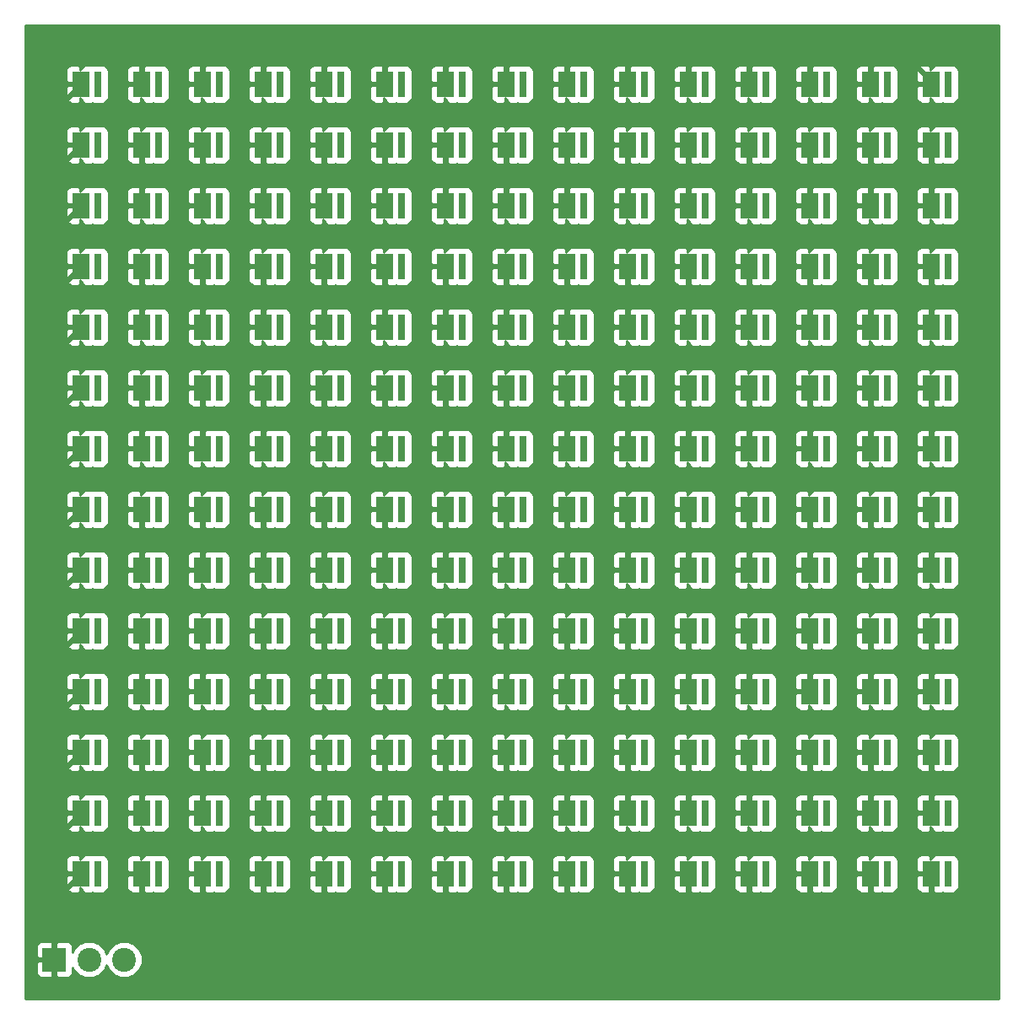
<source format=gbr>
G04 #@! TF.FileFunction,Copper,L2,Bot,Signal*
%FSLAX46Y46*%
G04 Gerber Fmt 4.6, Leading zero omitted, Abs format (unit mm)*
G04 Created by KiCad (PCBNEW 4.0.7) date Mon Aug 13 09:36:45 2018*
%MOMM*%
%LPD*%
G01*
G04 APERTURE LIST*
%ADD10C,0.100000*%
%ADD11R,2.400000X2.400000*%
%ADD12C,2.400000*%
%ADD13C,0.300000*%
%ADD14R,0.800000X2.600000*%
%ADD15R,1.800000X2.600000*%
%ADD16C,0.600000*%
%ADD17C,0.254000*%
G04 APERTURE END LIST*
D10*
D11*
X61468000Y-125984000D03*
D12*
X64968000Y-125984000D03*
X68468000Y-125984000D03*
D13*
X151130000Y-118389400D03*
X151130000Y-116306600D03*
X150114000Y-118389400D03*
X150114000Y-116306600D03*
D14*
X151206200Y-117348000D03*
D15*
X149529800Y-117348000D03*
D13*
X151130000Y-118110000D03*
X151130000Y-117856000D03*
X151130000Y-117602000D03*
X151130000Y-117348000D03*
X151130000Y-116840000D03*
X151130000Y-117094000D03*
X151130000Y-116586000D03*
X150114000Y-118110000D03*
X150114000Y-117602000D03*
X150114000Y-117094000D03*
X150114000Y-117348000D03*
X150114000Y-116840000D03*
X150114000Y-116586000D03*
X150114000Y-117856000D03*
X71882000Y-39141400D03*
X71882000Y-37058600D03*
X70866000Y-39141400D03*
X70866000Y-37058600D03*
D14*
X71958200Y-38100000D03*
D15*
X70281800Y-38100000D03*
D13*
X71882000Y-38862000D03*
X71882000Y-38608000D03*
X71882000Y-38354000D03*
X71882000Y-38100000D03*
X71882000Y-37592000D03*
X71882000Y-37846000D03*
X71882000Y-37338000D03*
X70866000Y-38862000D03*
X70866000Y-38354000D03*
X70866000Y-37846000D03*
X70866000Y-38100000D03*
X70866000Y-37592000D03*
X70866000Y-37338000D03*
X70866000Y-38608000D03*
X84074000Y-39141400D03*
X84074000Y-37058600D03*
X83058000Y-39141400D03*
X83058000Y-37058600D03*
D14*
X84150200Y-38100000D03*
D15*
X82473800Y-38100000D03*
D13*
X84074000Y-38862000D03*
X84074000Y-38608000D03*
X84074000Y-38354000D03*
X84074000Y-38100000D03*
X84074000Y-37592000D03*
X84074000Y-37846000D03*
X84074000Y-37338000D03*
X83058000Y-38862000D03*
X83058000Y-38354000D03*
X83058000Y-37846000D03*
X83058000Y-38100000D03*
X83058000Y-37592000D03*
X83058000Y-37338000D03*
X83058000Y-38608000D03*
X96266000Y-39141400D03*
X96266000Y-37058600D03*
X95250000Y-39141400D03*
X95250000Y-37058600D03*
D14*
X96342200Y-38100000D03*
D15*
X94665800Y-38100000D03*
D13*
X96266000Y-38862000D03*
X96266000Y-38608000D03*
X96266000Y-38354000D03*
X96266000Y-38100000D03*
X96266000Y-37592000D03*
X96266000Y-37846000D03*
X96266000Y-37338000D03*
X95250000Y-38862000D03*
X95250000Y-38354000D03*
X95250000Y-37846000D03*
X95250000Y-38100000D03*
X95250000Y-37592000D03*
X95250000Y-37338000D03*
X95250000Y-38608000D03*
X108458000Y-39141400D03*
X108458000Y-37058600D03*
X107442000Y-39141400D03*
X107442000Y-37058600D03*
D14*
X108534200Y-38100000D03*
D15*
X106857800Y-38100000D03*
D13*
X108458000Y-38862000D03*
X108458000Y-38608000D03*
X108458000Y-38354000D03*
X108458000Y-38100000D03*
X108458000Y-37592000D03*
X108458000Y-37846000D03*
X108458000Y-37338000D03*
X107442000Y-38862000D03*
X107442000Y-38354000D03*
X107442000Y-37846000D03*
X107442000Y-38100000D03*
X107442000Y-37592000D03*
X107442000Y-37338000D03*
X107442000Y-38608000D03*
X120650000Y-39141400D03*
X120650000Y-37058600D03*
X119634000Y-39141400D03*
X119634000Y-37058600D03*
D14*
X120726200Y-38100000D03*
D15*
X119049800Y-38100000D03*
D13*
X120650000Y-38862000D03*
X120650000Y-38608000D03*
X120650000Y-38354000D03*
X120650000Y-38100000D03*
X120650000Y-37592000D03*
X120650000Y-37846000D03*
X120650000Y-37338000D03*
X119634000Y-38862000D03*
X119634000Y-38354000D03*
X119634000Y-37846000D03*
X119634000Y-38100000D03*
X119634000Y-37592000D03*
X119634000Y-37338000D03*
X119634000Y-38608000D03*
X132842000Y-39141400D03*
X132842000Y-37058600D03*
X131826000Y-39141400D03*
X131826000Y-37058600D03*
D14*
X132918200Y-38100000D03*
D15*
X131241800Y-38100000D03*
D13*
X132842000Y-38862000D03*
X132842000Y-38608000D03*
X132842000Y-38354000D03*
X132842000Y-38100000D03*
X132842000Y-37592000D03*
X132842000Y-37846000D03*
X132842000Y-37338000D03*
X131826000Y-38862000D03*
X131826000Y-38354000D03*
X131826000Y-37846000D03*
X131826000Y-38100000D03*
X131826000Y-37592000D03*
X131826000Y-37338000D03*
X131826000Y-38608000D03*
X145034000Y-39141400D03*
X145034000Y-37058600D03*
X144018000Y-39141400D03*
X144018000Y-37058600D03*
D14*
X145110200Y-38100000D03*
D15*
X143433800Y-38100000D03*
D13*
X145034000Y-38862000D03*
X145034000Y-38608000D03*
X145034000Y-38354000D03*
X145034000Y-38100000D03*
X145034000Y-37592000D03*
X145034000Y-37846000D03*
X145034000Y-37338000D03*
X144018000Y-38862000D03*
X144018000Y-38354000D03*
X144018000Y-37846000D03*
X144018000Y-38100000D03*
X144018000Y-37592000D03*
X144018000Y-37338000D03*
X144018000Y-38608000D03*
X71882000Y-51333400D03*
X71882000Y-49250600D03*
X70866000Y-51333400D03*
X70866000Y-49250600D03*
D14*
X71958200Y-50292000D03*
D15*
X70281800Y-50292000D03*
D13*
X71882000Y-51054000D03*
X71882000Y-50800000D03*
X71882000Y-50546000D03*
X71882000Y-50292000D03*
X71882000Y-49784000D03*
X71882000Y-50038000D03*
X71882000Y-49530000D03*
X70866000Y-51054000D03*
X70866000Y-50546000D03*
X70866000Y-50038000D03*
X70866000Y-50292000D03*
X70866000Y-49784000D03*
X70866000Y-49530000D03*
X70866000Y-50800000D03*
X84074000Y-51333400D03*
X84074000Y-49250600D03*
X83058000Y-51333400D03*
X83058000Y-49250600D03*
D14*
X84150200Y-50292000D03*
D15*
X82473800Y-50292000D03*
D13*
X84074000Y-51054000D03*
X84074000Y-50800000D03*
X84074000Y-50546000D03*
X84074000Y-50292000D03*
X84074000Y-49784000D03*
X84074000Y-50038000D03*
X84074000Y-49530000D03*
X83058000Y-51054000D03*
X83058000Y-50546000D03*
X83058000Y-50038000D03*
X83058000Y-50292000D03*
X83058000Y-49784000D03*
X83058000Y-49530000D03*
X83058000Y-50800000D03*
X96266000Y-51333400D03*
X96266000Y-49250600D03*
X95250000Y-51333400D03*
X95250000Y-49250600D03*
D14*
X96342200Y-50292000D03*
D15*
X94665800Y-50292000D03*
D13*
X96266000Y-51054000D03*
X96266000Y-50800000D03*
X96266000Y-50546000D03*
X96266000Y-50292000D03*
X96266000Y-49784000D03*
X96266000Y-50038000D03*
X96266000Y-49530000D03*
X95250000Y-51054000D03*
X95250000Y-50546000D03*
X95250000Y-50038000D03*
X95250000Y-50292000D03*
X95250000Y-49784000D03*
X95250000Y-49530000D03*
X95250000Y-50800000D03*
X108458000Y-51333400D03*
X108458000Y-49250600D03*
X107442000Y-51333400D03*
X107442000Y-49250600D03*
D14*
X108534200Y-50292000D03*
D15*
X106857800Y-50292000D03*
D13*
X108458000Y-51054000D03*
X108458000Y-50800000D03*
X108458000Y-50546000D03*
X108458000Y-50292000D03*
X108458000Y-49784000D03*
X108458000Y-50038000D03*
X108458000Y-49530000D03*
X107442000Y-51054000D03*
X107442000Y-50546000D03*
X107442000Y-50038000D03*
X107442000Y-50292000D03*
X107442000Y-49784000D03*
X107442000Y-49530000D03*
X107442000Y-50800000D03*
X120650000Y-51333400D03*
X120650000Y-49250600D03*
X119634000Y-51333400D03*
X119634000Y-49250600D03*
D14*
X120726200Y-50292000D03*
D15*
X119049800Y-50292000D03*
D13*
X120650000Y-51054000D03*
X120650000Y-50800000D03*
X120650000Y-50546000D03*
X120650000Y-50292000D03*
X120650000Y-49784000D03*
X120650000Y-50038000D03*
X120650000Y-49530000D03*
X119634000Y-51054000D03*
X119634000Y-50546000D03*
X119634000Y-50038000D03*
X119634000Y-50292000D03*
X119634000Y-49784000D03*
X119634000Y-49530000D03*
X119634000Y-50800000D03*
X132842000Y-51333400D03*
X132842000Y-49250600D03*
X131826000Y-51333400D03*
X131826000Y-49250600D03*
D14*
X132918200Y-50292000D03*
D15*
X131241800Y-50292000D03*
D13*
X132842000Y-51054000D03*
X132842000Y-50800000D03*
X132842000Y-50546000D03*
X132842000Y-50292000D03*
X132842000Y-49784000D03*
X132842000Y-50038000D03*
X132842000Y-49530000D03*
X131826000Y-51054000D03*
X131826000Y-50546000D03*
X131826000Y-50038000D03*
X131826000Y-50292000D03*
X131826000Y-49784000D03*
X131826000Y-49530000D03*
X131826000Y-50800000D03*
X145034000Y-51333400D03*
X145034000Y-49250600D03*
X144018000Y-51333400D03*
X144018000Y-49250600D03*
D14*
X145110200Y-50292000D03*
D15*
X143433800Y-50292000D03*
D13*
X145034000Y-51054000D03*
X145034000Y-50800000D03*
X145034000Y-50546000D03*
X145034000Y-50292000D03*
X145034000Y-49784000D03*
X145034000Y-50038000D03*
X145034000Y-49530000D03*
X144018000Y-51054000D03*
X144018000Y-50546000D03*
X144018000Y-50038000D03*
X144018000Y-50292000D03*
X144018000Y-49784000D03*
X144018000Y-49530000D03*
X144018000Y-50800000D03*
X65786000Y-45237400D03*
X65786000Y-43154600D03*
X64770000Y-45237400D03*
X64770000Y-43154600D03*
D14*
X65862200Y-44196000D03*
D15*
X64185800Y-44196000D03*
D13*
X65786000Y-44958000D03*
X65786000Y-44704000D03*
X65786000Y-44450000D03*
X65786000Y-44196000D03*
X65786000Y-43688000D03*
X65786000Y-43942000D03*
X65786000Y-43434000D03*
X64770000Y-44958000D03*
X64770000Y-44450000D03*
X64770000Y-43942000D03*
X64770000Y-44196000D03*
X64770000Y-43688000D03*
X64770000Y-43434000D03*
X64770000Y-44704000D03*
X77978000Y-45237400D03*
X77978000Y-43154600D03*
X76962000Y-45237400D03*
X76962000Y-43154600D03*
D14*
X78054200Y-44196000D03*
D15*
X76377800Y-44196000D03*
D13*
X77978000Y-44958000D03*
X77978000Y-44704000D03*
X77978000Y-44450000D03*
X77978000Y-44196000D03*
X77978000Y-43688000D03*
X77978000Y-43942000D03*
X77978000Y-43434000D03*
X76962000Y-44958000D03*
X76962000Y-44450000D03*
X76962000Y-43942000D03*
X76962000Y-44196000D03*
X76962000Y-43688000D03*
X76962000Y-43434000D03*
X76962000Y-44704000D03*
X90170000Y-45237400D03*
X90170000Y-43154600D03*
X89154000Y-45237400D03*
X89154000Y-43154600D03*
D14*
X90246200Y-44196000D03*
D15*
X88569800Y-44196000D03*
D13*
X90170000Y-44958000D03*
X90170000Y-44704000D03*
X90170000Y-44450000D03*
X90170000Y-44196000D03*
X90170000Y-43688000D03*
X90170000Y-43942000D03*
X90170000Y-43434000D03*
X89154000Y-44958000D03*
X89154000Y-44450000D03*
X89154000Y-43942000D03*
X89154000Y-44196000D03*
X89154000Y-43688000D03*
X89154000Y-43434000D03*
X89154000Y-44704000D03*
X102362000Y-45237400D03*
X102362000Y-43154600D03*
X101346000Y-45237400D03*
X101346000Y-43154600D03*
D14*
X102438200Y-44196000D03*
D15*
X100761800Y-44196000D03*
D13*
X102362000Y-44958000D03*
X102362000Y-44704000D03*
X102362000Y-44450000D03*
X102362000Y-44196000D03*
X102362000Y-43688000D03*
X102362000Y-43942000D03*
X102362000Y-43434000D03*
X101346000Y-44958000D03*
X101346000Y-44450000D03*
X101346000Y-43942000D03*
X101346000Y-44196000D03*
X101346000Y-43688000D03*
X101346000Y-43434000D03*
X101346000Y-44704000D03*
X114554000Y-45237400D03*
X114554000Y-43154600D03*
X113538000Y-45237400D03*
X113538000Y-43154600D03*
D14*
X114630200Y-44196000D03*
D15*
X112953800Y-44196000D03*
D13*
X114554000Y-44958000D03*
X114554000Y-44704000D03*
X114554000Y-44450000D03*
X114554000Y-44196000D03*
X114554000Y-43688000D03*
X114554000Y-43942000D03*
X114554000Y-43434000D03*
X113538000Y-44958000D03*
X113538000Y-44450000D03*
X113538000Y-43942000D03*
X113538000Y-44196000D03*
X113538000Y-43688000D03*
X113538000Y-43434000D03*
X113538000Y-44704000D03*
X126746000Y-45237400D03*
X126746000Y-43154600D03*
X125730000Y-45237400D03*
X125730000Y-43154600D03*
D14*
X126822200Y-44196000D03*
D15*
X125145800Y-44196000D03*
D13*
X126746000Y-44958000D03*
X126746000Y-44704000D03*
X126746000Y-44450000D03*
X126746000Y-44196000D03*
X126746000Y-43688000D03*
X126746000Y-43942000D03*
X126746000Y-43434000D03*
X125730000Y-44958000D03*
X125730000Y-44450000D03*
X125730000Y-43942000D03*
X125730000Y-44196000D03*
X125730000Y-43688000D03*
X125730000Y-43434000D03*
X125730000Y-44704000D03*
X138938000Y-45237400D03*
X138938000Y-43154600D03*
X137922000Y-45237400D03*
X137922000Y-43154600D03*
D14*
X139014200Y-44196000D03*
D15*
X137337800Y-44196000D03*
D13*
X138938000Y-44958000D03*
X138938000Y-44704000D03*
X138938000Y-44450000D03*
X138938000Y-44196000D03*
X138938000Y-43688000D03*
X138938000Y-43942000D03*
X138938000Y-43434000D03*
X137922000Y-44958000D03*
X137922000Y-44450000D03*
X137922000Y-43942000D03*
X137922000Y-44196000D03*
X137922000Y-43688000D03*
X137922000Y-43434000D03*
X137922000Y-44704000D03*
X151130000Y-45237400D03*
X151130000Y-43154600D03*
X150114000Y-45237400D03*
X150114000Y-43154600D03*
D14*
X151206200Y-44196000D03*
D15*
X149529800Y-44196000D03*
D13*
X151130000Y-44958000D03*
X151130000Y-44704000D03*
X151130000Y-44450000D03*
X151130000Y-44196000D03*
X151130000Y-43688000D03*
X151130000Y-43942000D03*
X151130000Y-43434000D03*
X150114000Y-44958000D03*
X150114000Y-44450000D03*
X150114000Y-43942000D03*
X150114000Y-44196000D03*
X150114000Y-43688000D03*
X150114000Y-43434000D03*
X150114000Y-44704000D03*
X65786000Y-57429400D03*
X65786000Y-55346600D03*
X64770000Y-57429400D03*
X64770000Y-55346600D03*
D14*
X65862200Y-56388000D03*
D15*
X64185800Y-56388000D03*
D13*
X65786000Y-57150000D03*
X65786000Y-56896000D03*
X65786000Y-56642000D03*
X65786000Y-56388000D03*
X65786000Y-55880000D03*
X65786000Y-56134000D03*
X65786000Y-55626000D03*
X64770000Y-57150000D03*
X64770000Y-56642000D03*
X64770000Y-56134000D03*
X64770000Y-56388000D03*
X64770000Y-55880000D03*
X64770000Y-55626000D03*
X64770000Y-56896000D03*
X77978000Y-57429400D03*
X77978000Y-55346600D03*
X76962000Y-57429400D03*
X76962000Y-55346600D03*
D14*
X78054200Y-56388000D03*
D15*
X76377800Y-56388000D03*
D13*
X77978000Y-57150000D03*
X77978000Y-56896000D03*
X77978000Y-56642000D03*
X77978000Y-56388000D03*
X77978000Y-55880000D03*
X77978000Y-56134000D03*
X77978000Y-55626000D03*
X76962000Y-57150000D03*
X76962000Y-56642000D03*
X76962000Y-56134000D03*
X76962000Y-56388000D03*
X76962000Y-55880000D03*
X76962000Y-55626000D03*
X76962000Y-56896000D03*
X90170000Y-57429400D03*
X90170000Y-55346600D03*
X89154000Y-57429400D03*
X89154000Y-55346600D03*
D14*
X90246200Y-56388000D03*
D15*
X88569800Y-56388000D03*
D13*
X90170000Y-57150000D03*
X90170000Y-56896000D03*
X90170000Y-56642000D03*
X90170000Y-56388000D03*
X90170000Y-55880000D03*
X90170000Y-56134000D03*
X90170000Y-55626000D03*
X89154000Y-57150000D03*
X89154000Y-56642000D03*
X89154000Y-56134000D03*
X89154000Y-56388000D03*
X89154000Y-55880000D03*
X89154000Y-55626000D03*
X89154000Y-56896000D03*
X102362000Y-57429400D03*
X102362000Y-55346600D03*
X101346000Y-57429400D03*
X101346000Y-55346600D03*
D14*
X102438200Y-56388000D03*
D15*
X100761800Y-56388000D03*
D13*
X102362000Y-57150000D03*
X102362000Y-56896000D03*
X102362000Y-56642000D03*
X102362000Y-56388000D03*
X102362000Y-55880000D03*
X102362000Y-56134000D03*
X102362000Y-55626000D03*
X101346000Y-57150000D03*
X101346000Y-56642000D03*
X101346000Y-56134000D03*
X101346000Y-56388000D03*
X101346000Y-55880000D03*
X101346000Y-55626000D03*
X101346000Y-56896000D03*
X114554000Y-57429400D03*
X114554000Y-55346600D03*
X113538000Y-57429400D03*
X113538000Y-55346600D03*
D14*
X114630200Y-56388000D03*
D15*
X112953800Y-56388000D03*
D13*
X114554000Y-57150000D03*
X114554000Y-56896000D03*
X114554000Y-56642000D03*
X114554000Y-56388000D03*
X114554000Y-55880000D03*
X114554000Y-56134000D03*
X114554000Y-55626000D03*
X113538000Y-57150000D03*
X113538000Y-56642000D03*
X113538000Y-56134000D03*
X113538000Y-56388000D03*
X113538000Y-55880000D03*
X113538000Y-55626000D03*
X113538000Y-56896000D03*
X126746000Y-57429400D03*
X126746000Y-55346600D03*
X125730000Y-57429400D03*
X125730000Y-55346600D03*
D14*
X126822200Y-56388000D03*
D15*
X125145800Y-56388000D03*
D13*
X126746000Y-57150000D03*
X126746000Y-56896000D03*
X126746000Y-56642000D03*
X126746000Y-56388000D03*
X126746000Y-55880000D03*
X126746000Y-56134000D03*
X126746000Y-55626000D03*
X125730000Y-57150000D03*
X125730000Y-56642000D03*
X125730000Y-56134000D03*
X125730000Y-56388000D03*
X125730000Y-55880000D03*
X125730000Y-55626000D03*
X125730000Y-56896000D03*
X138938000Y-57429400D03*
X138938000Y-55346600D03*
X137922000Y-57429400D03*
X137922000Y-55346600D03*
D14*
X139014200Y-56388000D03*
D15*
X137337800Y-56388000D03*
D13*
X138938000Y-57150000D03*
X138938000Y-56896000D03*
X138938000Y-56642000D03*
X138938000Y-56388000D03*
X138938000Y-55880000D03*
X138938000Y-56134000D03*
X138938000Y-55626000D03*
X137922000Y-57150000D03*
X137922000Y-56642000D03*
X137922000Y-56134000D03*
X137922000Y-56388000D03*
X137922000Y-55880000D03*
X137922000Y-55626000D03*
X137922000Y-56896000D03*
X151130000Y-57429400D03*
X151130000Y-55346600D03*
X150114000Y-57429400D03*
X150114000Y-55346600D03*
D14*
X151206200Y-56388000D03*
D15*
X149529800Y-56388000D03*
D13*
X151130000Y-57150000D03*
X151130000Y-56896000D03*
X151130000Y-56642000D03*
X151130000Y-56388000D03*
X151130000Y-55880000D03*
X151130000Y-56134000D03*
X151130000Y-55626000D03*
X150114000Y-57150000D03*
X150114000Y-56642000D03*
X150114000Y-56134000D03*
X150114000Y-56388000D03*
X150114000Y-55880000D03*
X150114000Y-55626000D03*
X150114000Y-56896000D03*
X71882000Y-63525400D03*
X71882000Y-61442600D03*
X70866000Y-63525400D03*
X70866000Y-61442600D03*
D14*
X71958200Y-62484000D03*
D15*
X70281800Y-62484000D03*
D13*
X71882000Y-63246000D03*
X71882000Y-62992000D03*
X71882000Y-62738000D03*
X71882000Y-62484000D03*
X71882000Y-61976000D03*
X71882000Y-62230000D03*
X71882000Y-61722000D03*
X70866000Y-63246000D03*
X70866000Y-62738000D03*
X70866000Y-62230000D03*
X70866000Y-62484000D03*
X70866000Y-61976000D03*
X70866000Y-61722000D03*
X70866000Y-62992000D03*
X84074000Y-63525400D03*
X84074000Y-61442600D03*
X83058000Y-63525400D03*
X83058000Y-61442600D03*
D14*
X84150200Y-62484000D03*
D15*
X82473800Y-62484000D03*
D13*
X84074000Y-63246000D03*
X84074000Y-62992000D03*
X84074000Y-62738000D03*
X84074000Y-62484000D03*
X84074000Y-61976000D03*
X84074000Y-62230000D03*
X84074000Y-61722000D03*
X83058000Y-63246000D03*
X83058000Y-62738000D03*
X83058000Y-62230000D03*
X83058000Y-62484000D03*
X83058000Y-61976000D03*
X83058000Y-61722000D03*
X83058000Y-62992000D03*
X96266000Y-63525400D03*
X96266000Y-61442600D03*
X95250000Y-63525400D03*
X95250000Y-61442600D03*
D14*
X96342200Y-62484000D03*
D15*
X94665800Y-62484000D03*
D13*
X96266000Y-63246000D03*
X96266000Y-62992000D03*
X96266000Y-62738000D03*
X96266000Y-62484000D03*
X96266000Y-61976000D03*
X96266000Y-62230000D03*
X96266000Y-61722000D03*
X95250000Y-63246000D03*
X95250000Y-62738000D03*
X95250000Y-62230000D03*
X95250000Y-62484000D03*
X95250000Y-61976000D03*
X95250000Y-61722000D03*
X95250000Y-62992000D03*
X108458000Y-63525400D03*
X108458000Y-61442600D03*
X107442000Y-63525400D03*
X107442000Y-61442600D03*
D14*
X108534200Y-62484000D03*
D15*
X106857800Y-62484000D03*
D13*
X108458000Y-63246000D03*
X108458000Y-62992000D03*
X108458000Y-62738000D03*
X108458000Y-62484000D03*
X108458000Y-61976000D03*
X108458000Y-62230000D03*
X108458000Y-61722000D03*
X107442000Y-63246000D03*
X107442000Y-62738000D03*
X107442000Y-62230000D03*
X107442000Y-62484000D03*
X107442000Y-61976000D03*
X107442000Y-61722000D03*
X107442000Y-62992000D03*
X120650000Y-63525400D03*
X120650000Y-61442600D03*
X119634000Y-63525400D03*
X119634000Y-61442600D03*
D14*
X120726200Y-62484000D03*
D15*
X119049800Y-62484000D03*
D13*
X120650000Y-63246000D03*
X120650000Y-62992000D03*
X120650000Y-62738000D03*
X120650000Y-62484000D03*
X120650000Y-61976000D03*
X120650000Y-62230000D03*
X120650000Y-61722000D03*
X119634000Y-63246000D03*
X119634000Y-62738000D03*
X119634000Y-62230000D03*
X119634000Y-62484000D03*
X119634000Y-61976000D03*
X119634000Y-61722000D03*
X119634000Y-62992000D03*
X132842000Y-63525400D03*
X132842000Y-61442600D03*
X131826000Y-63525400D03*
X131826000Y-61442600D03*
D14*
X132918200Y-62484000D03*
D15*
X131241800Y-62484000D03*
D13*
X132842000Y-63246000D03*
X132842000Y-62992000D03*
X132842000Y-62738000D03*
X132842000Y-62484000D03*
X132842000Y-61976000D03*
X132842000Y-62230000D03*
X132842000Y-61722000D03*
X131826000Y-63246000D03*
X131826000Y-62738000D03*
X131826000Y-62230000D03*
X131826000Y-62484000D03*
X131826000Y-61976000D03*
X131826000Y-61722000D03*
X131826000Y-62992000D03*
X145034000Y-63525400D03*
X145034000Y-61442600D03*
X144018000Y-63525400D03*
X144018000Y-61442600D03*
D14*
X145110200Y-62484000D03*
D15*
X143433800Y-62484000D03*
D13*
X145034000Y-63246000D03*
X145034000Y-62992000D03*
X145034000Y-62738000D03*
X145034000Y-62484000D03*
X145034000Y-61976000D03*
X145034000Y-62230000D03*
X145034000Y-61722000D03*
X144018000Y-63246000D03*
X144018000Y-62738000D03*
X144018000Y-62230000D03*
X144018000Y-62484000D03*
X144018000Y-61976000D03*
X144018000Y-61722000D03*
X144018000Y-62992000D03*
X65786000Y-69621400D03*
X65786000Y-67538600D03*
X64770000Y-69621400D03*
X64770000Y-67538600D03*
D14*
X65862200Y-68580000D03*
D15*
X64185800Y-68580000D03*
D13*
X65786000Y-69342000D03*
X65786000Y-69088000D03*
X65786000Y-68834000D03*
X65786000Y-68580000D03*
X65786000Y-68072000D03*
X65786000Y-68326000D03*
X65786000Y-67818000D03*
X64770000Y-69342000D03*
X64770000Y-68834000D03*
X64770000Y-68326000D03*
X64770000Y-68580000D03*
X64770000Y-68072000D03*
X64770000Y-67818000D03*
X64770000Y-69088000D03*
X77978000Y-69621400D03*
X77978000Y-67538600D03*
X76962000Y-69621400D03*
X76962000Y-67538600D03*
D14*
X78054200Y-68580000D03*
D15*
X76377800Y-68580000D03*
D13*
X77978000Y-69342000D03*
X77978000Y-69088000D03*
X77978000Y-68834000D03*
X77978000Y-68580000D03*
X77978000Y-68072000D03*
X77978000Y-68326000D03*
X77978000Y-67818000D03*
X76962000Y-69342000D03*
X76962000Y-68834000D03*
X76962000Y-68326000D03*
X76962000Y-68580000D03*
X76962000Y-68072000D03*
X76962000Y-67818000D03*
X76962000Y-69088000D03*
X90170000Y-69621400D03*
X90170000Y-67538600D03*
X89154000Y-69621400D03*
X89154000Y-67538600D03*
D14*
X90246200Y-68580000D03*
D15*
X88569800Y-68580000D03*
D13*
X90170000Y-69342000D03*
X90170000Y-69088000D03*
X90170000Y-68834000D03*
X90170000Y-68580000D03*
X90170000Y-68072000D03*
X90170000Y-68326000D03*
X90170000Y-67818000D03*
X89154000Y-69342000D03*
X89154000Y-68834000D03*
X89154000Y-68326000D03*
X89154000Y-68580000D03*
X89154000Y-68072000D03*
X89154000Y-67818000D03*
X89154000Y-69088000D03*
X102362000Y-69621400D03*
X102362000Y-67538600D03*
X101346000Y-69621400D03*
X101346000Y-67538600D03*
D14*
X102438200Y-68580000D03*
D15*
X100761800Y-68580000D03*
D13*
X102362000Y-69342000D03*
X102362000Y-69088000D03*
X102362000Y-68834000D03*
X102362000Y-68580000D03*
X102362000Y-68072000D03*
X102362000Y-68326000D03*
X102362000Y-67818000D03*
X101346000Y-69342000D03*
X101346000Y-68834000D03*
X101346000Y-68326000D03*
X101346000Y-68580000D03*
X101346000Y-68072000D03*
X101346000Y-67818000D03*
X101346000Y-69088000D03*
X114554000Y-69621400D03*
X114554000Y-67538600D03*
X113538000Y-69621400D03*
X113538000Y-67538600D03*
D14*
X114630200Y-68580000D03*
D15*
X112953800Y-68580000D03*
D13*
X114554000Y-69342000D03*
X114554000Y-69088000D03*
X114554000Y-68834000D03*
X114554000Y-68580000D03*
X114554000Y-68072000D03*
X114554000Y-68326000D03*
X114554000Y-67818000D03*
X113538000Y-69342000D03*
X113538000Y-68834000D03*
X113538000Y-68326000D03*
X113538000Y-68580000D03*
X113538000Y-68072000D03*
X113538000Y-67818000D03*
X113538000Y-69088000D03*
X126746000Y-69621400D03*
X126746000Y-67538600D03*
X125730000Y-69621400D03*
X125730000Y-67538600D03*
D14*
X126822200Y-68580000D03*
D15*
X125145800Y-68580000D03*
D13*
X126746000Y-69342000D03*
X126746000Y-69088000D03*
X126746000Y-68834000D03*
X126746000Y-68580000D03*
X126746000Y-68072000D03*
X126746000Y-68326000D03*
X126746000Y-67818000D03*
X125730000Y-69342000D03*
X125730000Y-68834000D03*
X125730000Y-68326000D03*
X125730000Y-68580000D03*
X125730000Y-68072000D03*
X125730000Y-67818000D03*
X125730000Y-69088000D03*
X138938000Y-69621400D03*
X138938000Y-67538600D03*
X137922000Y-69621400D03*
X137922000Y-67538600D03*
D14*
X139014200Y-68580000D03*
D15*
X137337800Y-68580000D03*
D13*
X138938000Y-69342000D03*
X138938000Y-69088000D03*
X138938000Y-68834000D03*
X138938000Y-68580000D03*
X138938000Y-68072000D03*
X138938000Y-68326000D03*
X138938000Y-67818000D03*
X137922000Y-69342000D03*
X137922000Y-68834000D03*
X137922000Y-68326000D03*
X137922000Y-68580000D03*
X137922000Y-68072000D03*
X137922000Y-67818000D03*
X137922000Y-69088000D03*
X151130000Y-69621400D03*
X151130000Y-67538600D03*
X150114000Y-69621400D03*
X150114000Y-67538600D03*
D14*
X151206200Y-68580000D03*
D15*
X149529800Y-68580000D03*
D13*
X151130000Y-69342000D03*
X151130000Y-69088000D03*
X151130000Y-68834000D03*
X151130000Y-68580000D03*
X151130000Y-68072000D03*
X151130000Y-68326000D03*
X151130000Y-67818000D03*
X150114000Y-69342000D03*
X150114000Y-68834000D03*
X150114000Y-68326000D03*
X150114000Y-68580000D03*
X150114000Y-68072000D03*
X150114000Y-67818000D03*
X150114000Y-69088000D03*
X71882000Y-75717400D03*
X71882000Y-73634600D03*
X70866000Y-75717400D03*
X70866000Y-73634600D03*
D14*
X71958200Y-74676000D03*
D15*
X70281800Y-74676000D03*
D13*
X71882000Y-75438000D03*
X71882000Y-75184000D03*
X71882000Y-74930000D03*
X71882000Y-74676000D03*
X71882000Y-74168000D03*
X71882000Y-74422000D03*
X71882000Y-73914000D03*
X70866000Y-75438000D03*
X70866000Y-74930000D03*
X70866000Y-74422000D03*
X70866000Y-74676000D03*
X70866000Y-74168000D03*
X70866000Y-73914000D03*
X70866000Y-75184000D03*
X84074000Y-75717400D03*
X84074000Y-73634600D03*
X83058000Y-75717400D03*
X83058000Y-73634600D03*
D14*
X84150200Y-74676000D03*
D15*
X82473800Y-74676000D03*
D13*
X84074000Y-75438000D03*
X84074000Y-75184000D03*
X84074000Y-74930000D03*
X84074000Y-74676000D03*
X84074000Y-74168000D03*
X84074000Y-74422000D03*
X84074000Y-73914000D03*
X83058000Y-75438000D03*
X83058000Y-74930000D03*
X83058000Y-74422000D03*
X83058000Y-74676000D03*
X83058000Y-74168000D03*
X83058000Y-73914000D03*
X83058000Y-75184000D03*
X96266000Y-75717400D03*
X96266000Y-73634600D03*
X95250000Y-75717400D03*
X95250000Y-73634600D03*
D14*
X96342200Y-74676000D03*
D15*
X94665800Y-74676000D03*
D13*
X96266000Y-75438000D03*
X96266000Y-75184000D03*
X96266000Y-74930000D03*
X96266000Y-74676000D03*
X96266000Y-74168000D03*
X96266000Y-74422000D03*
X96266000Y-73914000D03*
X95250000Y-75438000D03*
X95250000Y-74930000D03*
X95250000Y-74422000D03*
X95250000Y-74676000D03*
X95250000Y-74168000D03*
X95250000Y-73914000D03*
X95250000Y-75184000D03*
X108458000Y-75717400D03*
X108458000Y-73634600D03*
X107442000Y-75717400D03*
X107442000Y-73634600D03*
D14*
X108534200Y-74676000D03*
D15*
X106857800Y-74676000D03*
D13*
X108458000Y-75438000D03*
X108458000Y-75184000D03*
X108458000Y-74930000D03*
X108458000Y-74676000D03*
X108458000Y-74168000D03*
X108458000Y-74422000D03*
X108458000Y-73914000D03*
X107442000Y-75438000D03*
X107442000Y-74930000D03*
X107442000Y-74422000D03*
X107442000Y-74676000D03*
X107442000Y-74168000D03*
X107442000Y-73914000D03*
X107442000Y-75184000D03*
X120650000Y-75717400D03*
X120650000Y-73634600D03*
X119634000Y-75717400D03*
X119634000Y-73634600D03*
D14*
X120726200Y-74676000D03*
D15*
X119049800Y-74676000D03*
D13*
X120650000Y-75438000D03*
X120650000Y-75184000D03*
X120650000Y-74930000D03*
X120650000Y-74676000D03*
X120650000Y-74168000D03*
X120650000Y-74422000D03*
X120650000Y-73914000D03*
X119634000Y-75438000D03*
X119634000Y-74930000D03*
X119634000Y-74422000D03*
X119634000Y-74676000D03*
X119634000Y-74168000D03*
X119634000Y-73914000D03*
X119634000Y-75184000D03*
X132842000Y-75717400D03*
X132842000Y-73634600D03*
X131826000Y-75717400D03*
X131826000Y-73634600D03*
D14*
X132918200Y-74676000D03*
D15*
X131241800Y-74676000D03*
D13*
X132842000Y-75438000D03*
X132842000Y-75184000D03*
X132842000Y-74930000D03*
X132842000Y-74676000D03*
X132842000Y-74168000D03*
X132842000Y-74422000D03*
X132842000Y-73914000D03*
X131826000Y-75438000D03*
X131826000Y-74930000D03*
X131826000Y-74422000D03*
X131826000Y-74676000D03*
X131826000Y-74168000D03*
X131826000Y-73914000D03*
X131826000Y-75184000D03*
X145034000Y-75717400D03*
X145034000Y-73634600D03*
X144018000Y-75717400D03*
X144018000Y-73634600D03*
D14*
X145110200Y-74676000D03*
D15*
X143433800Y-74676000D03*
D13*
X145034000Y-75438000D03*
X145034000Y-75184000D03*
X145034000Y-74930000D03*
X145034000Y-74676000D03*
X145034000Y-74168000D03*
X145034000Y-74422000D03*
X145034000Y-73914000D03*
X144018000Y-75438000D03*
X144018000Y-74930000D03*
X144018000Y-74422000D03*
X144018000Y-74676000D03*
X144018000Y-74168000D03*
X144018000Y-73914000D03*
X144018000Y-75184000D03*
X65786000Y-81813400D03*
X65786000Y-79730600D03*
X64770000Y-81813400D03*
X64770000Y-79730600D03*
D14*
X65862200Y-80772000D03*
D15*
X64185800Y-80772000D03*
D13*
X65786000Y-81534000D03*
X65786000Y-81280000D03*
X65786000Y-81026000D03*
X65786000Y-80772000D03*
X65786000Y-80264000D03*
X65786000Y-80518000D03*
X65786000Y-80010000D03*
X64770000Y-81534000D03*
X64770000Y-81026000D03*
X64770000Y-80518000D03*
X64770000Y-80772000D03*
X64770000Y-80264000D03*
X64770000Y-80010000D03*
X64770000Y-81280000D03*
X77978000Y-81813400D03*
X77978000Y-79730600D03*
X76962000Y-81813400D03*
X76962000Y-79730600D03*
D14*
X78054200Y-80772000D03*
D15*
X76377800Y-80772000D03*
D13*
X77978000Y-81534000D03*
X77978000Y-81280000D03*
X77978000Y-81026000D03*
X77978000Y-80772000D03*
X77978000Y-80264000D03*
X77978000Y-80518000D03*
X77978000Y-80010000D03*
X76962000Y-81534000D03*
X76962000Y-81026000D03*
X76962000Y-80518000D03*
X76962000Y-80772000D03*
X76962000Y-80264000D03*
X76962000Y-80010000D03*
X76962000Y-81280000D03*
X90170000Y-81813400D03*
X90170000Y-79730600D03*
X89154000Y-81813400D03*
X89154000Y-79730600D03*
D14*
X90246200Y-80772000D03*
D15*
X88569800Y-80772000D03*
D13*
X90170000Y-81534000D03*
X90170000Y-81280000D03*
X90170000Y-81026000D03*
X90170000Y-80772000D03*
X90170000Y-80264000D03*
X90170000Y-80518000D03*
X90170000Y-80010000D03*
X89154000Y-81534000D03*
X89154000Y-81026000D03*
X89154000Y-80518000D03*
X89154000Y-80772000D03*
X89154000Y-80264000D03*
X89154000Y-80010000D03*
X89154000Y-81280000D03*
X102362000Y-81813400D03*
X102362000Y-79730600D03*
X101346000Y-81813400D03*
X101346000Y-79730600D03*
D14*
X102438200Y-80772000D03*
D15*
X100761800Y-80772000D03*
D13*
X102362000Y-81534000D03*
X102362000Y-81280000D03*
X102362000Y-81026000D03*
X102362000Y-80772000D03*
X102362000Y-80264000D03*
X102362000Y-80518000D03*
X102362000Y-80010000D03*
X101346000Y-81534000D03*
X101346000Y-81026000D03*
X101346000Y-80518000D03*
X101346000Y-80772000D03*
X101346000Y-80264000D03*
X101346000Y-80010000D03*
X101346000Y-81280000D03*
X114554000Y-81813400D03*
X114554000Y-79730600D03*
X113538000Y-81813400D03*
X113538000Y-79730600D03*
D14*
X114630200Y-80772000D03*
D15*
X112953800Y-80772000D03*
D13*
X114554000Y-81534000D03*
X114554000Y-81280000D03*
X114554000Y-81026000D03*
X114554000Y-80772000D03*
X114554000Y-80264000D03*
X114554000Y-80518000D03*
X114554000Y-80010000D03*
X113538000Y-81534000D03*
X113538000Y-81026000D03*
X113538000Y-80518000D03*
X113538000Y-80772000D03*
X113538000Y-80264000D03*
X113538000Y-80010000D03*
X113538000Y-81280000D03*
X126746000Y-81813400D03*
X126746000Y-79730600D03*
X125730000Y-81813400D03*
X125730000Y-79730600D03*
D14*
X126822200Y-80772000D03*
D15*
X125145800Y-80772000D03*
D13*
X126746000Y-81534000D03*
X126746000Y-81280000D03*
X126746000Y-81026000D03*
X126746000Y-80772000D03*
X126746000Y-80264000D03*
X126746000Y-80518000D03*
X126746000Y-80010000D03*
X125730000Y-81534000D03*
X125730000Y-81026000D03*
X125730000Y-80518000D03*
X125730000Y-80772000D03*
X125730000Y-80264000D03*
X125730000Y-80010000D03*
X125730000Y-81280000D03*
X138938000Y-81813400D03*
X138938000Y-79730600D03*
X137922000Y-81813400D03*
X137922000Y-79730600D03*
D14*
X139014200Y-80772000D03*
D15*
X137337800Y-80772000D03*
D13*
X138938000Y-81534000D03*
X138938000Y-81280000D03*
X138938000Y-81026000D03*
X138938000Y-80772000D03*
X138938000Y-80264000D03*
X138938000Y-80518000D03*
X138938000Y-80010000D03*
X137922000Y-81534000D03*
X137922000Y-81026000D03*
X137922000Y-80518000D03*
X137922000Y-80772000D03*
X137922000Y-80264000D03*
X137922000Y-80010000D03*
X137922000Y-81280000D03*
X151130000Y-81813400D03*
X151130000Y-79730600D03*
X150114000Y-81813400D03*
X150114000Y-79730600D03*
D14*
X151206200Y-80772000D03*
D15*
X149529800Y-80772000D03*
D13*
X151130000Y-81534000D03*
X151130000Y-81280000D03*
X151130000Y-81026000D03*
X151130000Y-80772000D03*
X151130000Y-80264000D03*
X151130000Y-80518000D03*
X151130000Y-80010000D03*
X150114000Y-81534000D03*
X150114000Y-81026000D03*
X150114000Y-80518000D03*
X150114000Y-80772000D03*
X150114000Y-80264000D03*
X150114000Y-80010000D03*
X150114000Y-81280000D03*
X71882000Y-87909400D03*
X71882000Y-85826600D03*
X70866000Y-87909400D03*
X70866000Y-85826600D03*
D14*
X71958200Y-86868000D03*
D15*
X70281800Y-86868000D03*
D13*
X71882000Y-87630000D03*
X71882000Y-87376000D03*
X71882000Y-87122000D03*
X71882000Y-86868000D03*
X71882000Y-86360000D03*
X71882000Y-86614000D03*
X71882000Y-86106000D03*
X70866000Y-87630000D03*
X70866000Y-87122000D03*
X70866000Y-86614000D03*
X70866000Y-86868000D03*
X70866000Y-86360000D03*
X70866000Y-86106000D03*
X70866000Y-87376000D03*
X84074000Y-87909400D03*
X84074000Y-85826600D03*
X83058000Y-87909400D03*
X83058000Y-85826600D03*
D14*
X84150200Y-86868000D03*
D15*
X82473800Y-86868000D03*
D13*
X84074000Y-87630000D03*
X84074000Y-87376000D03*
X84074000Y-87122000D03*
X84074000Y-86868000D03*
X84074000Y-86360000D03*
X84074000Y-86614000D03*
X84074000Y-86106000D03*
X83058000Y-87630000D03*
X83058000Y-87122000D03*
X83058000Y-86614000D03*
X83058000Y-86868000D03*
X83058000Y-86360000D03*
X83058000Y-86106000D03*
X83058000Y-87376000D03*
X96266000Y-87909400D03*
X96266000Y-85826600D03*
X95250000Y-87909400D03*
X95250000Y-85826600D03*
D14*
X96342200Y-86868000D03*
D15*
X94665800Y-86868000D03*
D13*
X96266000Y-87630000D03*
X96266000Y-87376000D03*
X96266000Y-87122000D03*
X96266000Y-86868000D03*
X96266000Y-86360000D03*
X96266000Y-86614000D03*
X96266000Y-86106000D03*
X95250000Y-87630000D03*
X95250000Y-87122000D03*
X95250000Y-86614000D03*
X95250000Y-86868000D03*
X95250000Y-86360000D03*
X95250000Y-86106000D03*
X95250000Y-87376000D03*
X108458000Y-87909400D03*
X108458000Y-85826600D03*
X107442000Y-87909400D03*
X107442000Y-85826600D03*
D14*
X108534200Y-86868000D03*
D15*
X106857800Y-86868000D03*
D13*
X108458000Y-87630000D03*
X108458000Y-87376000D03*
X108458000Y-87122000D03*
X108458000Y-86868000D03*
X108458000Y-86360000D03*
X108458000Y-86614000D03*
X108458000Y-86106000D03*
X107442000Y-87630000D03*
X107442000Y-87122000D03*
X107442000Y-86614000D03*
X107442000Y-86868000D03*
X107442000Y-86360000D03*
X107442000Y-86106000D03*
X107442000Y-87376000D03*
X120650000Y-87909400D03*
X120650000Y-85826600D03*
X119634000Y-87909400D03*
X119634000Y-85826600D03*
D14*
X120726200Y-86868000D03*
D15*
X119049800Y-86868000D03*
D13*
X120650000Y-87630000D03*
X120650000Y-87376000D03*
X120650000Y-87122000D03*
X120650000Y-86868000D03*
X120650000Y-86360000D03*
X120650000Y-86614000D03*
X120650000Y-86106000D03*
X119634000Y-87630000D03*
X119634000Y-87122000D03*
X119634000Y-86614000D03*
X119634000Y-86868000D03*
X119634000Y-86360000D03*
X119634000Y-86106000D03*
X119634000Y-87376000D03*
X132842000Y-87909400D03*
X132842000Y-85826600D03*
X131826000Y-87909400D03*
X131826000Y-85826600D03*
D14*
X132918200Y-86868000D03*
D15*
X131241800Y-86868000D03*
D13*
X132842000Y-87630000D03*
X132842000Y-87376000D03*
X132842000Y-87122000D03*
X132842000Y-86868000D03*
X132842000Y-86360000D03*
X132842000Y-86614000D03*
X132842000Y-86106000D03*
X131826000Y-87630000D03*
X131826000Y-87122000D03*
X131826000Y-86614000D03*
X131826000Y-86868000D03*
X131826000Y-86360000D03*
X131826000Y-86106000D03*
X131826000Y-87376000D03*
X145034000Y-87909400D03*
X145034000Y-85826600D03*
X144018000Y-87909400D03*
X144018000Y-85826600D03*
D14*
X145110200Y-86868000D03*
D15*
X143433800Y-86868000D03*
D13*
X145034000Y-87630000D03*
X145034000Y-87376000D03*
X145034000Y-87122000D03*
X145034000Y-86868000D03*
X145034000Y-86360000D03*
X145034000Y-86614000D03*
X145034000Y-86106000D03*
X144018000Y-87630000D03*
X144018000Y-87122000D03*
X144018000Y-86614000D03*
X144018000Y-86868000D03*
X144018000Y-86360000D03*
X144018000Y-86106000D03*
X144018000Y-87376000D03*
X65786000Y-94005400D03*
X65786000Y-91922600D03*
X64770000Y-94005400D03*
X64770000Y-91922600D03*
D14*
X65862200Y-92964000D03*
D15*
X64185800Y-92964000D03*
D13*
X65786000Y-93726000D03*
X65786000Y-93472000D03*
X65786000Y-93218000D03*
X65786000Y-92964000D03*
X65786000Y-92456000D03*
X65786000Y-92710000D03*
X65786000Y-92202000D03*
X64770000Y-93726000D03*
X64770000Y-93218000D03*
X64770000Y-92710000D03*
X64770000Y-92964000D03*
X64770000Y-92456000D03*
X64770000Y-92202000D03*
X64770000Y-93472000D03*
X77978000Y-94005400D03*
X77978000Y-91922600D03*
X76962000Y-94005400D03*
X76962000Y-91922600D03*
D14*
X78054200Y-92964000D03*
D15*
X76377800Y-92964000D03*
D13*
X77978000Y-93726000D03*
X77978000Y-93472000D03*
X77978000Y-93218000D03*
X77978000Y-92964000D03*
X77978000Y-92456000D03*
X77978000Y-92710000D03*
X77978000Y-92202000D03*
X76962000Y-93726000D03*
X76962000Y-93218000D03*
X76962000Y-92710000D03*
X76962000Y-92964000D03*
X76962000Y-92456000D03*
X76962000Y-92202000D03*
X76962000Y-93472000D03*
X90170000Y-94005400D03*
X90170000Y-91922600D03*
X89154000Y-94005400D03*
X89154000Y-91922600D03*
D14*
X90246200Y-92964000D03*
D15*
X88569800Y-92964000D03*
D13*
X90170000Y-93726000D03*
X90170000Y-93472000D03*
X90170000Y-93218000D03*
X90170000Y-92964000D03*
X90170000Y-92456000D03*
X90170000Y-92710000D03*
X90170000Y-92202000D03*
X89154000Y-93726000D03*
X89154000Y-93218000D03*
X89154000Y-92710000D03*
X89154000Y-92964000D03*
X89154000Y-92456000D03*
X89154000Y-92202000D03*
X89154000Y-93472000D03*
X102362000Y-94005400D03*
X102362000Y-91922600D03*
X101346000Y-94005400D03*
X101346000Y-91922600D03*
D14*
X102438200Y-92964000D03*
D15*
X100761800Y-92964000D03*
D13*
X102362000Y-93726000D03*
X102362000Y-93472000D03*
X102362000Y-93218000D03*
X102362000Y-92964000D03*
X102362000Y-92456000D03*
X102362000Y-92710000D03*
X102362000Y-92202000D03*
X101346000Y-93726000D03*
X101346000Y-93218000D03*
X101346000Y-92710000D03*
X101346000Y-92964000D03*
X101346000Y-92456000D03*
X101346000Y-92202000D03*
X101346000Y-93472000D03*
X114554000Y-94005400D03*
X114554000Y-91922600D03*
X113538000Y-94005400D03*
X113538000Y-91922600D03*
D14*
X114630200Y-92964000D03*
D15*
X112953800Y-92964000D03*
D13*
X114554000Y-93726000D03*
X114554000Y-93472000D03*
X114554000Y-93218000D03*
X114554000Y-92964000D03*
X114554000Y-92456000D03*
X114554000Y-92710000D03*
X114554000Y-92202000D03*
X113538000Y-93726000D03*
X113538000Y-93218000D03*
X113538000Y-92710000D03*
X113538000Y-92964000D03*
X113538000Y-92456000D03*
X113538000Y-92202000D03*
X113538000Y-93472000D03*
X126746000Y-94005400D03*
X126746000Y-91922600D03*
X125730000Y-94005400D03*
X125730000Y-91922600D03*
D14*
X126822200Y-92964000D03*
D15*
X125145800Y-92964000D03*
D13*
X126746000Y-93726000D03*
X126746000Y-93472000D03*
X126746000Y-93218000D03*
X126746000Y-92964000D03*
X126746000Y-92456000D03*
X126746000Y-92710000D03*
X126746000Y-92202000D03*
X125730000Y-93726000D03*
X125730000Y-93218000D03*
X125730000Y-92710000D03*
X125730000Y-92964000D03*
X125730000Y-92456000D03*
X125730000Y-92202000D03*
X125730000Y-93472000D03*
X138938000Y-94005400D03*
X138938000Y-91922600D03*
X137922000Y-94005400D03*
X137922000Y-91922600D03*
D14*
X139014200Y-92964000D03*
D15*
X137337800Y-92964000D03*
D13*
X138938000Y-93726000D03*
X138938000Y-93472000D03*
X138938000Y-93218000D03*
X138938000Y-92964000D03*
X138938000Y-92456000D03*
X138938000Y-92710000D03*
X138938000Y-92202000D03*
X137922000Y-93726000D03*
X137922000Y-93218000D03*
X137922000Y-92710000D03*
X137922000Y-92964000D03*
X137922000Y-92456000D03*
X137922000Y-92202000D03*
X137922000Y-93472000D03*
X151130000Y-94005400D03*
X151130000Y-91922600D03*
X150114000Y-94005400D03*
X150114000Y-91922600D03*
D14*
X151206200Y-92964000D03*
D15*
X149529800Y-92964000D03*
D13*
X151130000Y-93726000D03*
X151130000Y-93472000D03*
X151130000Y-93218000D03*
X151130000Y-92964000D03*
X151130000Y-92456000D03*
X151130000Y-92710000D03*
X151130000Y-92202000D03*
X150114000Y-93726000D03*
X150114000Y-93218000D03*
X150114000Y-92710000D03*
X150114000Y-92964000D03*
X150114000Y-92456000D03*
X150114000Y-92202000D03*
X150114000Y-93472000D03*
X71882000Y-100101400D03*
X71882000Y-98018600D03*
X70866000Y-100101400D03*
X70866000Y-98018600D03*
D14*
X71958200Y-99060000D03*
D15*
X70281800Y-99060000D03*
D13*
X71882000Y-99822000D03*
X71882000Y-99568000D03*
X71882000Y-99314000D03*
X71882000Y-99060000D03*
X71882000Y-98552000D03*
X71882000Y-98806000D03*
X71882000Y-98298000D03*
X70866000Y-99822000D03*
X70866000Y-99314000D03*
X70866000Y-98806000D03*
X70866000Y-99060000D03*
X70866000Y-98552000D03*
X70866000Y-98298000D03*
X70866000Y-99568000D03*
X84074000Y-100101400D03*
X84074000Y-98018600D03*
X83058000Y-100101400D03*
X83058000Y-98018600D03*
D14*
X84150200Y-99060000D03*
D15*
X82473800Y-99060000D03*
D13*
X84074000Y-99822000D03*
X84074000Y-99568000D03*
X84074000Y-99314000D03*
X84074000Y-99060000D03*
X84074000Y-98552000D03*
X84074000Y-98806000D03*
X84074000Y-98298000D03*
X83058000Y-99822000D03*
X83058000Y-99314000D03*
X83058000Y-98806000D03*
X83058000Y-99060000D03*
X83058000Y-98552000D03*
X83058000Y-98298000D03*
X83058000Y-99568000D03*
X96266000Y-100101400D03*
X96266000Y-98018600D03*
X95250000Y-100101400D03*
X95250000Y-98018600D03*
D14*
X96342200Y-99060000D03*
D15*
X94665800Y-99060000D03*
D13*
X96266000Y-99822000D03*
X96266000Y-99568000D03*
X96266000Y-99314000D03*
X96266000Y-99060000D03*
X96266000Y-98552000D03*
X96266000Y-98806000D03*
X96266000Y-98298000D03*
X95250000Y-99822000D03*
X95250000Y-99314000D03*
X95250000Y-98806000D03*
X95250000Y-99060000D03*
X95250000Y-98552000D03*
X95250000Y-98298000D03*
X95250000Y-99568000D03*
X108458000Y-100101400D03*
X108458000Y-98018600D03*
X107442000Y-100101400D03*
X107442000Y-98018600D03*
D14*
X108534200Y-99060000D03*
D15*
X106857800Y-99060000D03*
D13*
X108458000Y-99822000D03*
X108458000Y-99568000D03*
X108458000Y-99314000D03*
X108458000Y-99060000D03*
X108458000Y-98552000D03*
X108458000Y-98806000D03*
X108458000Y-98298000D03*
X107442000Y-99822000D03*
X107442000Y-99314000D03*
X107442000Y-98806000D03*
X107442000Y-99060000D03*
X107442000Y-98552000D03*
X107442000Y-98298000D03*
X107442000Y-99568000D03*
X120650000Y-100101400D03*
X120650000Y-98018600D03*
X119634000Y-100101400D03*
X119634000Y-98018600D03*
D14*
X120726200Y-99060000D03*
D15*
X119049800Y-99060000D03*
D13*
X120650000Y-99822000D03*
X120650000Y-99568000D03*
X120650000Y-99314000D03*
X120650000Y-99060000D03*
X120650000Y-98552000D03*
X120650000Y-98806000D03*
X120650000Y-98298000D03*
X119634000Y-99822000D03*
X119634000Y-99314000D03*
X119634000Y-98806000D03*
X119634000Y-99060000D03*
X119634000Y-98552000D03*
X119634000Y-98298000D03*
X119634000Y-99568000D03*
X132842000Y-100101400D03*
X132842000Y-98018600D03*
X131826000Y-100101400D03*
X131826000Y-98018600D03*
D14*
X132918200Y-99060000D03*
D15*
X131241800Y-99060000D03*
D13*
X132842000Y-99822000D03*
X132842000Y-99568000D03*
X132842000Y-99314000D03*
X132842000Y-99060000D03*
X132842000Y-98552000D03*
X132842000Y-98806000D03*
X132842000Y-98298000D03*
X131826000Y-99822000D03*
X131826000Y-99314000D03*
X131826000Y-98806000D03*
X131826000Y-99060000D03*
X131826000Y-98552000D03*
X131826000Y-98298000D03*
X131826000Y-99568000D03*
X145034000Y-100101400D03*
X145034000Y-98018600D03*
X144018000Y-100101400D03*
X144018000Y-98018600D03*
D14*
X145110200Y-99060000D03*
D15*
X143433800Y-99060000D03*
D13*
X145034000Y-99822000D03*
X145034000Y-99568000D03*
X145034000Y-99314000D03*
X145034000Y-99060000D03*
X145034000Y-98552000D03*
X145034000Y-98806000D03*
X145034000Y-98298000D03*
X144018000Y-99822000D03*
X144018000Y-99314000D03*
X144018000Y-98806000D03*
X144018000Y-99060000D03*
X144018000Y-98552000D03*
X144018000Y-98298000D03*
X144018000Y-99568000D03*
X65786000Y-106197400D03*
X65786000Y-104114600D03*
X64770000Y-106197400D03*
X64770000Y-104114600D03*
D14*
X65862200Y-105156000D03*
D15*
X64185800Y-105156000D03*
D13*
X65786000Y-105918000D03*
X65786000Y-105664000D03*
X65786000Y-105410000D03*
X65786000Y-105156000D03*
X65786000Y-104648000D03*
X65786000Y-104902000D03*
X65786000Y-104394000D03*
X64770000Y-105918000D03*
X64770000Y-105410000D03*
X64770000Y-104902000D03*
X64770000Y-105156000D03*
X64770000Y-104648000D03*
X64770000Y-104394000D03*
X64770000Y-105664000D03*
X77978000Y-106197400D03*
X77978000Y-104114600D03*
X76962000Y-106197400D03*
X76962000Y-104114600D03*
D14*
X78054200Y-105156000D03*
D15*
X76377800Y-105156000D03*
D13*
X77978000Y-105918000D03*
X77978000Y-105664000D03*
X77978000Y-105410000D03*
X77978000Y-105156000D03*
X77978000Y-104648000D03*
X77978000Y-104902000D03*
X77978000Y-104394000D03*
X76962000Y-105918000D03*
X76962000Y-105410000D03*
X76962000Y-104902000D03*
X76962000Y-105156000D03*
X76962000Y-104648000D03*
X76962000Y-104394000D03*
X76962000Y-105664000D03*
X90170000Y-106197400D03*
X90170000Y-104114600D03*
X89154000Y-106197400D03*
X89154000Y-104114600D03*
D14*
X90246200Y-105156000D03*
D15*
X88569800Y-105156000D03*
D13*
X90170000Y-105918000D03*
X90170000Y-105664000D03*
X90170000Y-105410000D03*
X90170000Y-105156000D03*
X90170000Y-104648000D03*
X90170000Y-104902000D03*
X90170000Y-104394000D03*
X89154000Y-105918000D03*
X89154000Y-105410000D03*
X89154000Y-104902000D03*
X89154000Y-105156000D03*
X89154000Y-104648000D03*
X89154000Y-104394000D03*
X89154000Y-105664000D03*
X102362000Y-106197400D03*
X102362000Y-104114600D03*
X101346000Y-106197400D03*
X101346000Y-104114600D03*
D14*
X102438200Y-105156000D03*
D15*
X100761800Y-105156000D03*
D13*
X102362000Y-105918000D03*
X102362000Y-105664000D03*
X102362000Y-105410000D03*
X102362000Y-105156000D03*
X102362000Y-104648000D03*
X102362000Y-104902000D03*
X102362000Y-104394000D03*
X101346000Y-105918000D03*
X101346000Y-105410000D03*
X101346000Y-104902000D03*
X101346000Y-105156000D03*
X101346000Y-104648000D03*
X101346000Y-104394000D03*
X101346000Y-105664000D03*
X114554000Y-106197400D03*
X114554000Y-104114600D03*
X113538000Y-106197400D03*
X113538000Y-104114600D03*
D14*
X114630200Y-105156000D03*
D15*
X112953800Y-105156000D03*
D13*
X114554000Y-105918000D03*
X114554000Y-105664000D03*
X114554000Y-105410000D03*
X114554000Y-105156000D03*
X114554000Y-104648000D03*
X114554000Y-104902000D03*
X114554000Y-104394000D03*
X113538000Y-105918000D03*
X113538000Y-105410000D03*
X113538000Y-104902000D03*
X113538000Y-105156000D03*
X113538000Y-104648000D03*
X113538000Y-104394000D03*
X113538000Y-105664000D03*
X126746000Y-106197400D03*
X126746000Y-104114600D03*
X125730000Y-106197400D03*
X125730000Y-104114600D03*
D14*
X126822200Y-105156000D03*
D15*
X125145800Y-105156000D03*
D13*
X126746000Y-105918000D03*
X126746000Y-105664000D03*
X126746000Y-105410000D03*
X126746000Y-105156000D03*
X126746000Y-104648000D03*
X126746000Y-104902000D03*
X126746000Y-104394000D03*
X125730000Y-105918000D03*
X125730000Y-105410000D03*
X125730000Y-104902000D03*
X125730000Y-105156000D03*
X125730000Y-104648000D03*
X125730000Y-104394000D03*
X125730000Y-105664000D03*
X138938000Y-106197400D03*
X138938000Y-104114600D03*
X137922000Y-106197400D03*
X137922000Y-104114600D03*
D14*
X139014200Y-105156000D03*
D15*
X137337800Y-105156000D03*
D13*
X138938000Y-105918000D03*
X138938000Y-105664000D03*
X138938000Y-105410000D03*
X138938000Y-105156000D03*
X138938000Y-104648000D03*
X138938000Y-104902000D03*
X138938000Y-104394000D03*
X137922000Y-105918000D03*
X137922000Y-105410000D03*
X137922000Y-104902000D03*
X137922000Y-105156000D03*
X137922000Y-104648000D03*
X137922000Y-104394000D03*
X137922000Y-105664000D03*
X151130000Y-106197400D03*
X151130000Y-104114600D03*
X150114000Y-106197400D03*
X150114000Y-104114600D03*
D14*
X151206200Y-105156000D03*
D15*
X149529800Y-105156000D03*
D13*
X151130000Y-105918000D03*
X151130000Y-105664000D03*
X151130000Y-105410000D03*
X151130000Y-105156000D03*
X151130000Y-104648000D03*
X151130000Y-104902000D03*
X151130000Y-104394000D03*
X150114000Y-105918000D03*
X150114000Y-105410000D03*
X150114000Y-104902000D03*
X150114000Y-105156000D03*
X150114000Y-104648000D03*
X150114000Y-104394000D03*
X150114000Y-105664000D03*
X71882000Y-112293400D03*
X71882000Y-110210600D03*
X70866000Y-112293400D03*
X70866000Y-110210600D03*
D14*
X71958200Y-111252000D03*
D15*
X70281800Y-111252000D03*
D13*
X71882000Y-112014000D03*
X71882000Y-111760000D03*
X71882000Y-111506000D03*
X71882000Y-111252000D03*
X71882000Y-110744000D03*
X71882000Y-110998000D03*
X71882000Y-110490000D03*
X70866000Y-112014000D03*
X70866000Y-111506000D03*
X70866000Y-110998000D03*
X70866000Y-111252000D03*
X70866000Y-110744000D03*
X70866000Y-110490000D03*
X70866000Y-111760000D03*
X84074000Y-112293400D03*
X84074000Y-110210600D03*
X83058000Y-112293400D03*
X83058000Y-110210600D03*
D14*
X84150200Y-111252000D03*
D15*
X82473800Y-111252000D03*
D13*
X84074000Y-112014000D03*
X84074000Y-111760000D03*
X84074000Y-111506000D03*
X84074000Y-111252000D03*
X84074000Y-110744000D03*
X84074000Y-110998000D03*
X84074000Y-110490000D03*
X83058000Y-112014000D03*
X83058000Y-111506000D03*
X83058000Y-110998000D03*
X83058000Y-111252000D03*
X83058000Y-110744000D03*
X83058000Y-110490000D03*
X83058000Y-111760000D03*
X96266000Y-112293400D03*
X96266000Y-110210600D03*
X95250000Y-112293400D03*
X95250000Y-110210600D03*
D14*
X96342200Y-111252000D03*
D15*
X94665800Y-111252000D03*
D13*
X96266000Y-112014000D03*
X96266000Y-111760000D03*
X96266000Y-111506000D03*
X96266000Y-111252000D03*
X96266000Y-110744000D03*
X96266000Y-110998000D03*
X96266000Y-110490000D03*
X95250000Y-112014000D03*
X95250000Y-111506000D03*
X95250000Y-110998000D03*
X95250000Y-111252000D03*
X95250000Y-110744000D03*
X95250000Y-110490000D03*
X95250000Y-111760000D03*
X108458000Y-112293400D03*
X108458000Y-110210600D03*
X107442000Y-112293400D03*
X107442000Y-110210600D03*
D14*
X108534200Y-111252000D03*
D15*
X106857800Y-111252000D03*
D13*
X108458000Y-112014000D03*
X108458000Y-111760000D03*
X108458000Y-111506000D03*
X108458000Y-111252000D03*
X108458000Y-110744000D03*
X108458000Y-110998000D03*
X108458000Y-110490000D03*
X107442000Y-112014000D03*
X107442000Y-111506000D03*
X107442000Y-110998000D03*
X107442000Y-111252000D03*
X107442000Y-110744000D03*
X107442000Y-110490000D03*
X107442000Y-111760000D03*
X120650000Y-112293400D03*
X120650000Y-110210600D03*
X119634000Y-112293400D03*
X119634000Y-110210600D03*
D14*
X120726200Y-111252000D03*
D15*
X119049800Y-111252000D03*
D13*
X120650000Y-112014000D03*
X120650000Y-111760000D03*
X120650000Y-111506000D03*
X120650000Y-111252000D03*
X120650000Y-110744000D03*
X120650000Y-110998000D03*
X120650000Y-110490000D03*
X119634000Y-112014000D03*
X119634000Y-111506000D03*
X119634000Y-110998000D03*
X119634000Y-111252000D03*
X119634000Y-110744000D03*
X119634000Y-110490000D03*
X119634000Y-111760000D03*
X132842000Y-112293400D03*
X132842000Y-110210600D03*
X131826000Y-112293400D03*
X131826000Y-110210600D03*
D14*
X132918200Y-111252000D03*
D15*
X131241800Y-111252000D03*
D13*
X132842000Y-112014000D03*
X132842000Y-111760000D03*
X132842000Y-111506000D03*
X132842000Y-111252000D03*
X132842000Y-110744000D03*
X132842000Y-110998000D03*
X132842000Y-110490000D03*
X131826000Y-112014000D03*
X131826000Y-111506000D03*
X131826000Y-110998000D03*
X131826000Y-111252000D03*
X131826000Y-110744000D03*
X131826000Y-110490000D03*
X131826000Y-111760000D03*
X145034000Y-112293400D03*
X145034000Y-110210600D03*
X144018000Y-112293400D03*
X144018000Y-110210600D03*
D14*
X145110200Y-111252000D03*
D15*
X143433800Y-111252000D03*
D13*
X145034000Y-112014000D03*
X145034000Y-111760000D03*
X145034000Y-111506000D03*
X145034000Y-111252000D03*
X145034000Y-110744000D03*
X145034000Y-110998000D03*
X145034000Y-110490000D03*
X144018000Y-112014000D03*
X144018000Y-111506000D03*
X144018000Y-110998000D03*
X144018000Y-111252000D03*
X144018000Y-110744000D03*
X144018000Y-110490000D03*
X144018000Y-111760000D03*
X65786000Y-118389400D03*
X65786000Y-116306600D03*
X64770000Y-118389400D03*
X64770000Y-116306600D03*
D14*
X65862200Y-117348000D03*
D15*
X64185800Y-117348000D03*
D13*
X65786000Y-118110000D03*
X65786000Y-117856000D03*
X65786000Y-117602000D03*
X65786000Y-117348000D03*
X65786000Y-116840000D03*
X65786000Y-117094000D03*
X65786000Y-116586000D03*
X64770000Y-118110000D03*
X64770000Y-117602000D03*
X64770000Y-117094000D03*
X64770000Y-117348000D03*
X64770000Y-116840000D03*
X64770000Y-116586000D03*
X64770000Y-117856000D03*
X77978000Y-118389400D03*
X77978000Y-116306600D03*
X76962000Y-118389400D03*
X76962000Y-116306600D03*
D14*
X78054200Y-117348000D03*
D15*
X76377800Y-117348000D03*
D13*
X77978000Y-118110000D03*
X77978000Y-117856000D03*
X77978000Y-117602000D03*
X77978000Y-117348000D03*
X77978000Y-116840000D03*
X77978000Y-117094000D03*
X77978000Y-116586000D03*
X76962000Y-118110000D03*
X76962000Y-117602000D03*
X76962000Y-117094000D03*
X76962000Y-117348000D03*
X76962000Y-116840000D03*
X76962000Y-116586000D03*
X76962000Y-117856000D03*
X90170000Y-118389400D03*
X90170000Y-116306600D03*
X89154000Y-118389400D03*
X89154000Y-116306600D03*
D14*
X90246200Y-117348000D03*
D15*
X88569800Y-117348000D03*
D13*
X90170000Y-118110000D03*
X90170000Y-117856000D03*
X90170000Y-117602000D03*
X90170000Y-117348000D03*
X90170000Y-116840000D03*
X90170000Y-117094000D03*
X90170000Y-116586000D03*
X89154000Y-118110000D03*
X89154000Y-117602000D03*
X89154000Y-117094000D03*
X89154000Y-117348000D03*
X89154000Y-116840000D03*
X89154000Y-116586000D03*
X89154000Y-117856000D03*
X102362000Y-118389400D03*
X102362000Y-116306600D03*
X101346000Y-118389400D03*
X101346000Y-116306600D03*
D14*
X102438200Y-117348000D03*
D15*
X100761800Y-117348000D03*
D13*
X102362000Y-118110000D03*
X102362000Y-117856000D03*
X102362000Y-117602000D03*
X102362000Y-117348000D03*
X102362000Y-116840000D03*
X102362000Y-117094000D03*
X102362000Y-116586000D03*
X101346000Y-118110000D03*
X101346000Y-117602000D03*
X101346000Y-117094000D03*
X101346000Y-117348000D03*
X101346000Y-116840000D03*
X101346000Y-116586000D03*
X101346000Y-117856000D03*
X114554000Y-118389400D03*
X114554000Y-116306600D03*
X113538000Y-118389400D03*
X113538000Y-116306600D03*
D14*
X114630200Y-117348000D03*
D15*
X112953800Y-117348000D03*
D13*
X114554000Y-118110000D03*
X114554000Y-117856000D03*
X114554000Y-117602000D03*
X114554000Y-117348000D03*
X114554000Y-116840000D03*
X114554000Y-117094000D03*
X114554000Y-116586000D03*
X113538000Y-118110000D03*
X113538000Y-117602000D03*
X113538000Y-117094000D03*
X113538000Y-117348000D03*
X113538000Y-116840000D03*
X113538000Y-116586000D03*
X113538000Y-117856000D03*
X126746000Y-118389400D03*
X126746000Y-116306600D03*
X125730000Y-118389400D03*
X125730000Y-116306600D03*
D14*
X126822200Y-117348000D03*
D15*
X125145800Y-117348000D03*
D13*
X126746000Y-118110000D03*
X126746000Y-117856000D03*
X126746000Y-117602000D03*
X126746000Y-117348000D03*
X126746000Y-116840000D03*
X126746000Y-117094000D03*
X126746000Y-116586000D03*
X125730000Y-118110000D03*
X125730000Y-117602000D03*
X125730000Y-117094000D03*
X125730000Y-117348000D03*
X125730000Y-116840000D03*
X125730000Y-116586000D03*
X125730000Y-117856000D03*
X138938000Y-118389400D03*
X138938000Y-116306600D03*
X137922000Y-118389400D03*
X137922000Y-116306600D03*
D14*
X139014200Y-117348000D03*
D15*
X137337800Y-117348000D03*
D13*
X138938000Y-118110000D03*
X138938000Y-117856000D03*
X138938000Y-117602000D03*
X138938000Y-117348000D03*
X138938000Y-116840000D03*
X138938000Y-117094000D03*
X138938000Y-116586000D03*
X137922000Y-118110000D03*
X137922000Y-117602000D03*
X137922000Y-117094000D03*
X137922000Y-117348000D03*
X137922000Y-116840000D03*
X137922000Y-116586000D03*
X137922000Y-117856000D03*
X65786000Y-39141400D03*
X65786000Y-37058600D03*
X64770000Y-39141400D03*
X64770000Y-37058600D03*
D14*
X65862200Y-38100000D03*
D15*
X64185800Y-38100000D03*
D13*
X65786000Y-38862000D03*
X65786000Y-38608000D03*
X65786000Y-38354000D03*
X65786000Y-38100000D03*
X65786000Y-37592000D03*
X65786000Y-37846000D03*
X65786000Y-37338000D03*
X64770000Y-38862000D03*
X64770000Y-38354000D03*
X64770000Y-37846000D03*
X64770000Y-38100000D03*
X64770000Y-37592000D03*
X64770000Y-37338000D03*
X64770000Y-38608000D03*
X77978000Y-39141400D03*
X77978000Y-37058600D03*
X76962000Y-39141400D03*
X76962000Y-37058600D03*
D14*
X78054200Y-38100000D03*
D15*
X76377800Y-38100000D03*
D13*
X77978000Y-38862000D03*
X77978000Y-38608000D03*
X77978000Y-38354000D03*
X77978000Y-38100000D03*
X77978000Y-37592000D03*
X77978000Y-37846000D03*
X77978000Y-37338000D03*
X76962000Y-38862000D03*
X76962000Y-38354000D03*
X76962000Y-37846000D03*
X76962000Y-38100000D03*
X76962000Y-37592000D03*
X76962000Y-37338000D03*
X76962000Y-38608000D03*
X90170000Y-39141400D03*
X90170000Y-37058600D03*
X89154000Y-39141400D03*
X89154000Y-37058600D03*
D14*
X90246200Y-38100000D03*
D15*
X88569800Y-38100000D03*
D13*
X90170000Y-38862000D03*
X90170000Y-38608000D03*
X90170000Y-38354000D03*
X90170000Y-38100000D03*
X90170000Y-37592000D03*
X90170000Y-37846000D03*
X90170000Y-37338000D03*
X89154000Y-38862000D03*
X89154000Y-38354000D03*
X89154000Y-37846000D03*
X89154000Y-38100000D03*
X89154000Y-37592000D03*
X89154000Y-37338000D03*
X89154000Y-38608000D03*
X102362000Y-39141400D03*
X102362000Y-37058600D03*
X101346000Y-39141400D03*
X101346000Y-37058600D03*
D14*
X102438200Y-38100000D03*
D15*
X100761800Y-38100000D03*
D13*
X102362000Y-38862000D03*
X102362000Y-38608000D03*
X102362000Y-38354000D03*
X102362000Y-38100000D03*
X102362000Y-37592000D03*
X102362000Y-37846000D03*
X102362000Y-37338000D03*
X101346000Y-38862000D03*
X101346000Y-38354000D03*
X101346000Y-37846000D03*
X101346000Y-38100000D03*
X101346000Y-37592000D03*
X101346000Y-37338000D03*
X101346000Y-38608000D03*
X114554000Y-39141400D03*
X114554000Y-37058600D03*
X113538000Y-39141400D03*
X113538000Y-37058600D03*
D14*
X114630200Y-38100000D03*
D15*
X112953800Y-38100000D03*
D13*
X114554000Y-38862000D03*
X114554000Y-38608000D03*
X114554000Y-38354000D03*
X114554000Y-38100000D03*
X114554000Y-37592000D03*
X114554000Y-37846000D03*
X114554000Y-37338000D03*
X113538000Y-38862000D03*
X113538000Y-38354000D03*
X113538000Y-37846000D03*
X113538000Y-38100000D03*
X113538000Y-37592000D03*
X113538000Y-37338000D03*
X113538000Y-38608000D03*
X126746000Y-39141400D03*
X126746000Y-37058600D03*
X125730000Y-39141400D03*
X125730000Y-37058600D03*
D14*
X126822200Y-38100000D03*
D15*
X125145800Y-38100000D03*
D13*
X126746000Y-38862000D03*
X126746000Y-38608000D03*
X126746000Y-38354000D03*
X126746000Y-38100000D03*
X126746000Y-37592000D03*
X126746000Y-37846000D03*
X126746000Y-37338000D03*
X125730000Y-38862000D03*
X125730000Y-38354000D03*
X125730000Y-37846000D03*
X125730000Y-38100000D03*
X125730000Y-37592000D03*
X125730000Y-37338000D03*
X125730000Y-38608000D03*
X138938000Y-39141400D03*
X138938000Y-37058600D03*
X137922000Y-39141400D03*
X137922000Y-37058600D03*
D14*
X139014200Y-38100000D03*
D15*
X137337800Y-38100000D03*
D13*
X138938000Y-38862000D03*
X138938000Y-38608000D03*
X138938000Y-38354000D03*
X138938000Y-38100000D03*
X138938000Y-37592000D03*
X138938000Y-37846000D03*
X138938000Y-37338000D03*
X137922000Y-38862000D03*
X137922000Y-38354000D03*
X137922000Y-37846000D03*
X137922000Y-38100000D03*
X137922000Y-37592000D03*
X137922000Y-37338000D03*
X137922000Y-38608000D03*
X65786000Y-51333400D03*
X65786000Y-49250600D03*
X64770000Y-51333400D03*
X64770000Y-49250600D03*
D14*
X65862200Y-50292000D03*
D15*
X64185800Y-50292000D03*
D13*
X65786000Y-51054000D03*
X65786000Y-50800000D03*
X65786000Y-50546000D03*
X65786000Y-50292000D03*
X65786000Y-49784000D03*
X65786000Y-50038000D03*
X65786000Y-49530000D03*
X64770000Y-51054000D03*
X64770000Y-50546000D03*
X64770000Y-50038000D03*
X64770000Y-50292000D03*
X64770000Y-49784000D03*
X64770000Y-49530000D03*
X64770000Y-50800000D03*
X77978000Y-51333400D03*
X77978000Y-49250600D03*
X76962000Y-51333400D03*
X76962000Y-49250600D03*
D14*
X78054200Y-50292000D03*
D15*
X76377800Y-50292000D03*
D13*
X77978000Y-51054000D03*
X77978000Y-50800000D03*
X77978000Y-50546000D03*
X77978000Y-50292000D03*
X77978000Y-49784000D03*
X77978000Y-50038000D03*
X77978000Y-49530000D03*
X76962000Y-51054000D03*
X76962000Y-50546000D03*
X76962000Y-50038000D03*
X76962000Y-50292000D03*
X76962000Y-49784000D03*
X76962000Y-49530000D03*
X76962000Y-50800000D03*
X90170000Y-51333400D03*
X90170000Y-49250600D03*
X89154000Y-51333400D03*
X89154000Y-49250600D03*
D14*
X90246200Y-50292000D03*
D15*
X88569800Y-50292000D03*
D13*
X90170000Y-51054000D03*
X90170000Y-50800000D03*
X90170000Y-50546000D03*
X90170000Y-50292000D03*
X90170000Y-49784000D03*
X90170000Y-50038000D03*
X90170000Y-49530000D03*
X89154000Y-51054000D03*
X89154000Y-50546000D03*
X89154000Y-50038000D03*
X89154000Y-50292000D03*
X89154000Y-49784000D03*
X89154000Y-49530000D03*
X89154000Y-50800000D03*
X102362000Y-51333400D03*
X102362000Y-49250600D03*
X101346000Y-51333400D03*
X101346000Y-49250600D03*
D14*
X102438200Y-50292000D03*
D15*
X100761800Y-50292000D03*
D13*
X102362000Y-51054000D03*
X102362000Y-50800000D03*
X102362000Y-50546000D03*
X102362000Y-50292000D03*
X102362000Y-49784000D03*
X102362000Y-50038000D03*
X102362000Y-49530000D03*
X101346000Y-51054000D03*
X101346000Y-50546000D03*
X101346000Y-50038000D03*
X101346000Y-50292000D03*
X101346000Y-49784000D03*
X101346000Y-49530000D03*
X101346000Y-50800000D03*
X114554000Y-51333400D03*
X114554000Y-49250600D03*
X113538000Y-51333400D03*
X113538000Y-49250600D03*
D14*
X114630200Y-50292000D03*
D15*
X112953800Y-50292000D03*
D13*
X114554000Y-51054000D03*
X114554000Y-50800000D03*
X114554000Y-50546000D03*
X114554000Y-50292000D03*
X114554000Y-49784000D03*
X114554000Y-50038000D03*
X114554000Y-49530000D03*
X113538000Y-51054000D03*
X113538000Y-50546000D03*
X113538000Y-50038000D03*
X113538000Y-50292000D03*
X113538000Y-49784000D03*
X113538000Y-49530000D03*
X113538000Y-50800000D03*
X126746000Y-51333400D03*
X126746000Y-49250600D03*
X125730000Y-51333400D03*
X125730000Y-49250600D03*
D14*
X126822200Y-50292000D03*
D15*
X125145800Y-50292000D03*
D13*
X126746000Y-51054000D03*
X126746000Y-50800000D03*
X126746000Y-50546000D03*
X126746000Y-50292000D03*
X126746000Y-49784000D03*
X126746000Y-50038000D03*
X126746000Y-49530000D03*
X125730000Y-51054000D03*
X125730000Y-50546000D03*
X125730000Y-50038000D03*
X125730000Y-50292000D03*
X125730000Y-49784000D03*
X125730000Y-49530000D03*
X125730000Y-50800000D03*
X138938000Y-51333400D03*
X138938000Y-49250600D03*
X137922000Y-51333400D03*
X137922000Y-49250600D03*
D14*
X139014200Y-50292000D03*
D15*
X137337800Y-50292000D03*
D13*
X138938000Y-51054000D03*
X138938000Y-50800000D03*
X138938000Y-50546000D03*
X138938000Y-50292000D03*
X138938000Y-49784000D03*
X138938000Y-50038000D03*
X138938000Y-49530000D03*
X137922000Y-51054000D03*
X137922000Y-50546000D03*
X137922000Y-50038000D03*
X137922000Y-50292000D03*
X137922000Y-49784000D03*
X137922000Y-49530000D03*
X137922000Y-50800000D03*
X151130000Y-51333400D03*
X151130000Y-49250600D03*
X150114000Y-51333400D03*
X150114000Y-49250600D03*
D14*
X151206200Y-50292000D03*
D15*
X149529800Y-50292000D03*
D13*
X151130000Y-51054000D03*
X151130000Y-50800000D03*
X151130000Y-50546000D03*
X151130000Y-50292000D03*
X151130000Y-49784000D03*
X151130000Y-50038000D03*
X151130000Y-49530000D03*
X150114000Y-51054000D03*
X150114000Y-50546000D03*
X150114000Y-50038000D03*
X150114000Y-50292000D03*
X150114000Y-49784000D03*
X150114000Y-49530000D03*
X150114000Y-50800000D03*
X71882000Y-45237400D03*
X71882000Y-43154600D03*
X70866000Y-45237400D03*
X70866000Y-43154600D03*
D14*
X71958200Y-44196000D03*
D15*
X70281800Y-44196000D03*
D13*
X71882000Y-44958000D03*
X71882000Y-44704000D03*
X71882000Y-44450000D03*
X71882000Y-44196000D03*
X71882000Y-43688000D03*
X71882000Y-43942000D03*
X71882000Y-43434000D03*
X70866000Y-44958000D03*
X70866000Y-44450000D03*
X70866000Y-43942000D03*
X70866000Y-44196000D03*
X70866000Y-43688000D03*
X70866000Y-43434000D03*
X70866000Y-44704000D03*
X84074000Y-45237400D03*
X84074000Y-43154600D03*
X83058000Y-45237400D03*
X83058000Y-43154600D03*
D14*
X84150200Y-44196000D03*
D15*
X82473800Y-44196000D03*
D13*
X84074000Y-44958000D03*
X84074000Y-44704000D03*
X84074000Y-44450000D03*
X84074000Y-44196000D03*
X84074000Y-43688000D03*
X84074000Y-43942000D03*
X84074000Y-43434000D03*
X83058000Y-44958000D03*
X83058000Y-44450000D03*
X83058000Y-43942000D03*
X83058000Y-44196000D03*
X83058000Y-43688000D03*
X83058000Y-43434000D03*
X83058000Y-44704000D03*
X96266000Y-45237400D03*
X96266000Y-43154600D03*
X95250000Y-45237400D03*
X95250000Y-43154600D03*
D14*
X96342200Y-44196000D03*
D15*
X94665800Y-44196000D03*
D13*
X96266000Y-44958000D03*
X96266000Y-44704000D03*
X96266000Y-44450000D03*
X96266000Y-44196000D03*
X96266000Y-43688000D03*
X96266000Y-43942000D03*
X96266000Y-43434000D03*
X95250000Y-44958000D03*
X95250000Y-44450000D03*
X95250000Y-43942000D03*
X95250000Y-44196000D03*
X95250000Y-43688000D03*
X95250000Y-43434000D03*
X95250000Y-44704000D03*
X108458000Y-45237400D03*
X108458000Y-43154600D03*
X107442000Y-45237400D03*
X107442000Y-43154600D03*
D14*
X108534200Y-44196000D03*
D15*
X106857800Y-44196000D03*
D13*
X108458000Y-44958000D03*
X108458000Y-44704000D03*
X108458000Y-44450000D03*
X108458000Y-44196000D03*
X108458000Y-43688000D03*
X108458000Y-43942000D03*
X108458000Y-43434000D03*
X107442000Y-44958000D03*
X107442000Y-44450000D03*
X107442000Y-43942000D03*
X107442000Y-44196000D03*
X107442000Y-43688000D03*
X107442000Y-43434000D03*
X107442000Y-44704000D03*
X120650000Y-45237400D03*
X120650000Y-43154600D03*
X119634000Y-45237400D03*
X119634000Y-43154600D03*
D14*
X120726200Y-44196000D03*
D15*
X119049800Y-44196000D03*
D13*
X120650000Y-44958000D03*
X120650000Y-44704000D03*
X120650000Y-44450000D03*
X120650000Y-44196000D03*
X120650000Y-43688000D03*
X120650000Y-43942000D03*
X120650000Y-43434000D03*
X119634000Y-44958000D03*
X119634000Y-44450000D03*
X119634000Y-43942000D03*
X119634000Y-44196000D03*
X119634000Y-43688000D03*
X119634000Y-43434000D03*
X119634000Y-44704000D03*
X132842000Y-45237400D03*
X132842000Y-43154600D03*
X131826000Y-45237400D03*
X131826000Y-43154600D03*
D14*
X132918200Y-44196000D03*
D15*
X131241800Y-44196000D03*
D13*
X132842000Y-44958000D03*
X132842000Y-44704000D03*
X132842000Y-44450000D03*
X132842000Y-44196000D03*
X132842000Y-43688000D03*
X132842000Y-43942000D03*
X132842000Y-43434000D03*
X131826000Y-44958000D03*
X131826000Y-44450000D03*
X131826000Y-43942000D03*
X131826000Y-44196000D03*
X131826000Y-43688000D03*
X131826000Y-43434000D03*
X131826000Y-44704000D03*
X145034000Y-45237400D03*
X145034000Y-43154600D03*
X144018000Y-45237400D03*
X144018000Y-43154600D03*
D14*
X145110200Y-44196000D03*
D15*
X143433800Y-44196000D03*
D13*
X145034000Y-44958000D03*
X145034000Y-44704000D03*
X145034000Y-44450000D03*
X145034000Y-44196000D03*
X145034000Y-43688000D03*
X145034000Y-43942000D03*
X145034000Y-43434000D03*
X144018000Y-44958000D03*
X144018000Y-44450000D03*
X144018000Y-43942000D03*
X144018000Y-44196000D03*
X144018000Y-43688000D03*
X144018000Y-43434000D03*
X144018000Y-44704000D03*
X71882000Y-57429400D03*
X71882000Y-55346600D03*
X70866000Y-57429400D03*
X70866000Y-55346600D03*
D14*
X71958200Y-56388000D03*
D15*
X70281800Y-56388000D03*
D13*
X71882000Y-57150000D03*
X71882000Y-56896000D03*
X71882000Y-56642000D03*
X71882000Y-56388000D03*
X71882000Y-55880000D03*
X71882000Y-56134000D03*
X71882000Y-55626000D03*
X70866000Y-57150000D03*
X70866000Y-56642000D03*
X70866000Y-56134000D03*
X70866000Y-56388000D03*
X70866000Y-55880000D03*
X70866000Y-55626000D03*
X70866000Y-56896000D03*
X84074000Y-57429400D03*
X84074000Y-55346600D03*
X83058000Y-57429400D03*
X83058000Y-55346600D03*
D14*
X84150200Y-56388000D03*
D15*
X82473800Y-56388000D03*
D13*
X84074000Y-57150000D03*
X84074000Y-56896000D03*
X84074000Y-56642000D03*
X84074000Y-56388000D03*
X84074000Y-55880000D03*
X84074000Y-56134000D03*
X84074000Y-55626000D03*
X83058000Y-57150000D03*
X83058000Y-56642000D03*
X83058000Y-56134000D03*
X83058000Y-56388000D03*
X83058000Y-55880000D03*
X83058000Y-55626000D03*
X83058000Y-56896000D03*
X96266000Y-57429400D03*
X96266000Y-55346600D03*
X95250000Y-57429400D03*
X95250000Y-55346600D03*
D14*
X96342200Y-56388000D03*
D15*
X94665800Y-56388000D03*
D13*
X96266000Y-57150000D03*
X96266000Y-56896000D03*
X96266000Y-56642000D03*
X96266000Y-56388000D03*
X96266000Y-55880000D03*
X96266000Y-56134000D03*
X96266000Y-55626000D03*
X95250000Y-57150000D03*
X95250000Y-56642000D03*
X95250000Y-56134000D03*
X95250000Y-56388000D03*
X95250000Y-55880000D03*
X95250000Y-55626000D03*
X95250000Y-56896000D03*
X108458000Y-57429400D03*
X108458000Y-55346600D03*
X107442000Y-57429400D03*
X107442000Y-55346600D03*
D14*
X108534200Y-56388000D03*
D15*
X106857800Y-56388000D03*
D13*
X108458000Y-57150000D03*
X108458000Y-56896000D03*
X108458000Y-56642000D03*
X108458000Y-56388000D03*
X108458000Y-55880000D03*
X108458000Y-56134000D03*
X108458000Y-55626000D03*
X107442000Y-57150000D03*
X107442000Y-56642000D03*
X107442000Y-56134000D03*
X107442000Y-56388000D03*
X107442000Y-55880000D03*
X107442000Y-55626000D03*
X107442000Y-56896000D03*
X120650000Y-57429400D03*
X120650000Y-55346600D03*
X119634000Y-57429400D03*
X119634000Y-55346600D03*
D14*
X120726200Y-56388000D03*
D15*
X119049800Y-56388000D03*
D13*
X120650000Y-57150000D03*
X120650000Y-56896000D03*
X120650000Y-56642000D03*
X120650000Y-56388000D03*
X120650000Y-55880000D03*
X120650000Y-56134000D03*
X120650000Y-55626000D03*
X119634000Y-57150000D03*
X119634000Y-56642000D03*
X119634000Y-56134000D03*
X119634000Y-56388000D03*
X119634000Y-55880000D03*
X119634000Y-55626000D03*
X119634000Y-56896000D03*
X132842000Y-57429400D03*
X132842000Y-55346600D03*
X131826000Y-57429400D03*
X131826000Y-55346600D03*
D14*
X132918200Y-56388000D03*
D15*
X131241800Y-56388000D03*
D13*
X132842000Y-57150000D03*
X132842000Y-56896000D03*
X132842000Y-56642000D03*
X132842000Y-56388000D03*
X132842000Y-55880000D03*
X132842000Y-56134000D03*
X132842000Y-55626000D03*
X131826000Y-57150000D03*
X131826000Y-56642000D03*
X131826000Y-56134000D03*
X131826000Y-56388000D03*
X131826000Y-55880000D03*
X131826000Y-55626000D03*
X131826000Y-56896000D03*
X145034000Y-57429400D03*
X145034000Y-55346600D03*
X144018000Y-57429400D03*
X144018000Y-55346600D03*
D14*
X145110200Y-56388000D03*
D15*
X143433800Y-56388000D03*
D13*
X145034000Y-57150000D03*
X145034000Y-56896000D03*
X145034000Y-56642000D03*
X145034000Y-56388000D03*
X145034000Y-55880000D03*
X145034000Y-56134000D03*
X145034000Y-55626000D03*
X144018000Y-57150000D03*
X144018000Y-56642000D03*
X144018000Y-56134000D03*
X144018000Y-56388000D03*
X144018000Y-55880000D03*
X144018000Y-55626000D03*
X144018000Y-56896000D03*
X65786000Y-63525400D03*
X65786000Y-61442600D03*
X64770000Y-63525400D03*
X64770000Y-61442600D03*
D14*
X65862200Y-62484000D03*
D15*
X64185800Y-62484000D03*
D13*
X65786000Y-63246000D03*
X65786000Y-62992000D03*
X65786000Y-62738000D03*
X65786000Y-62484000D03*
X65786000Y-61976000D03*
X65786000Y-62230000D03*
X65786000Y-61722000D03*
X64770000Y-63246000D03*
X64770000Y-62738000D03*
X64770000Y-62230000D03*
X64770000Y-62484000D03*
X64770000Y-61976000D03*
X64770000Y-61722000D03*
X64770000Y-62992000D03*
X77978000Y-63525400D03*
X77978000Y-61442600D03*
X76962000Y-63525400D03*
X76962000Y-61442600D03*
D14*
X78054200Y-62484000D03*
D15*
X76377800Y-62484000D03*
D13*
X77978000Y-63246000D03*
X77978000Y-62992000D03*
X77978000Y-62738000D03*
X77978000Y-62484000D03*
X77978000Y-61976000D03*
X77978000Y-62230000D03*
X77978000Y-61722000D03*
X76962000Y-63246000D03*
X76962000Y-62738000D03*
X76962000Y-62230000D03*
X76962000Y-62484000D03*
X76962000Y-61976000D03*
X76962000Y-61722000D03*
X76962000Y-62992000D03*
X90170000Y-63525400D03*
X90170000Y-61442600D03*
X89154000Y-63525400D03*
X89154000Y-61442600D03*
D14*
X90246200Y-62484000D03*
D15*
X88569800Y-62484000D03*
D13*
X90170000Y-63246000D03*
X90170000Y-62992000D03*
X90170000Y-62738000D03*
X90170000Y-62484000D03*
X90170000Y-61976000D03*
X90170000Y-62230000D03*
X90170000Y-61722000D03*
X89154000Y-63246000D03*
X89154000Y-62738000D03*
X89154000Y-62230000D03*
X89154000Y-62484000D03*
X89154000Y-61976000D03*
X89154000Y-61722000D03*
X89154000Y-62992000D03*
X102362000Y-63525400D03*
X102362000Y-61442600D03*
X101346000Y-63525400D03*
X101346000Y-61442600D03*
D14*
X102438200Y-62484000D03*
D15*
X100761800Y-62484000D03*
D13*
X102362000Y-63246000D03*
X102362000Y-62992000D03*
X102362000Y-62738000D03*
X102362000Y-62484000D03*
X102362000Y-61976000D03*
X102362000Y-62230000D03*
X102362000Y-61722000D03*
X101346000Y-63246000D03*
X101346000Y-62738000D03*
X101346000Y-62230000D03*
X101346000Y-62484000D03*
X101346000Y-61976000D03*
X101346000Y-61722000D03*
X101346000Y-62992000D03*
X114554000Y-63525400D03*
X114554000Y-61442600D03*
X113538000Y-63525400D03*
X113538000Y-61442600D03*
D14*
X114630200Y-62484000D03*
D15*
X112953800Y-62484000D03*
D13*
X114554000Y-63246000D03*
X114554000Y-62992000D03*
X114554000Y-62738000D03*
X114554000Y-62484000D03*
X114554000Y-61976000D03*
X114554000Y-62230000D03*
X114554000Y-61722000D03*
X113538000Y-63246000D03*
X113538000Y-62738000D03*
X113538000Y-62230000D03*
X113538000Y-62484000D03*
X113538000Y-61976000D03*
X113538000Y-61722000D03*
X113538000Y-62992000D03*
X126746000Y-63525400D03*
X126746000Y-61442600D03*
X125730000Y-63525400D03*
X125730000Y-61442600D03*
D14*
X126822200Y-62484000D03*
D15*
X125145800Y-62484000D03*
D13*
X126746000Y-63246000D03*
X126746000Y-62992000D03*
X126746000Y-62738000D03*
X126746000Y-62484000D03*
X126746000Y-61976000D03*
X126746000Y-62230000D03*
X126746000Y-61722000D03*
X125730000Y-63246000D03*
X125730000Y-62738000D03*
X125730000Y-62230000D03*
X125730000Y-62484000D03*
X125730000Y-61976000D03*
X125730000Y-61722000D03*
X125730000Y-62992000D03*
X138938000Y-63525400D03*
X138938000Y-61442600D03*
X137922000Y-63525400D03*
X137922000Y-61442600D03*
D14*
X139014200Y-62484000D03*
D15*
X137337800Y-62484000D03*
D13*
X138938000Y-63246000D03*
X138938000Y-62992000D03*
X138938000Y-62738000D03*
X138938000Y-62484000D03*
X138938000Y-61976000D03*
X138938000Y-62230000D03*
X138938000Y-61722000D03*
X137922000Y-63246000D03*
X137922000Y-62738000D03*
X137922000Y-62230000D03*
X137922000Y-62484000D03*
X137922000Y-61976000D03*
X137922000Y-61722000D03*
X137922000Y-62992000D03*
X151130000Y-63525400D03*
X151130000Y-61442600D03*
X150114000Y-63525400D03*
X150114000Y-61442600D03*
D14*
X151206200Y-62484000D03*
D15*
X149529800Y-62484000D03*
D13*
X151130000Y-63246000D03*
X151130000Y-62992000D03*
X151130000Y-62738000D03*
X151130000Y-62484000D03*
X151130000Y-61976000D03*
X151130000Y-62230000D03*
X151130000Y-61722000D03*
X150114000Y-63246000D03*
X150114000Y-62738000D03*
X150114000Y-62230000D03*
X150114000Y-62484000D03*
X150114000Y-61976000D03*
X150114000Y-61722000D03*
X150114000Y-62992000D03*
X71882000Y-69621400D03*
X71882000Y-67538600D03*
X70866000Y-69621400D03*
X70866000Y-67538600D03*
D14*
X71958200Y-68580000D03*
D15*
X70281800Y-68580000D03*
D13*
X71882000Y-69342000D03*
X71882000Y-69088000D03*
X71882000Y-68834000D03*
X71882000Y-68580000D03*
X71882000Y-68072000D03*
X71882000Y-68326000D03*
X71882000Y-67818000D03*
X70866000Y-69342000D03*
X70866000Y-68834000D03*
X70866000Y-68326000D03*
X70866000Y-68580000D03*
X70866000Y-68072000D03*
X70866000Y-67818000D03*
X70866000Y-69088000D03*
X84074000Y-69621400D03*
X84074000Y-67538600D03*
X83058000Y-69621400D03*
X83058000Y-67538600D03*
D14*
X84150200Y-68580000D03*
D15*
X82473800Y-68580000D03*
D13*
X84074000Y-69342000D03*
X84074000Y-69088000D03*
X84074000Y-68834000D03*
X84074000Y-68580000D03*
X84074000Y-68072000D03*
X84074000Y-68326000D03*
X84074000Y-67818000D03*
X83058000Y-69342000D03*
X83058000Y-68834000D03*
X83058000Y-68326000D03*
X83058000Y-68580000D03*
X83058000Y-68072000D03*
X83058000Y-67818000D03*
X83058000Y-69088000D03*
X96266000Y-69621400D03*
X96266000Y-67538600D03*
X95250000Y-69621400D03*
X95250000Y-67538600D03*
D14*
X96342200Y-68580000D03*
D15*
X94665800Y-68580000D03*
D13*
X96266000Y-69342000D03*
X96266000Y-69088000D03*
X96266000Y-68834000D03*
X96266000Y-68580000D03*
X96266000Y-68072000D03*
X96266000Y-68326000D03*
X96266000Y-67818000D03*
X95250000Y-69342000D03*
X95250000Y-68834000D03*
X95250000Y-68326000D03*
X95250000Y-68580000D03*
X95250000Y-68072000D03*
X95250000Y-67818000D03*
X95250000Y-69088000D03*
X108458000Y-69621400D03*
X108458000Y-67538600D03*
X107442000Y-69621400D03*
X107442000Y-67538600D03*
D14*
X108534200Y-68580000D03*
D15*
X106857800Y-68580000D03*
D13*
X108458000Y-69342000D03*
X108458000Y-69088000D03*
X108458000Y-68834000D03*
X108458000Y-68580000D03*
X108458000Y-68072000D03*
X108458000Y-68326000D03*
X108458000Y-67818000D03*
X107442000Y-69342000D03*
X107442000Y-68834000D03*
X107442000Y-68326000D03*
X107442000Y-68580000D03*
X107442000Y-68072000D03*
X107442000Y-67818000D03*
X107442000Y-69088000D03*
X120650000Y-69621400D03*
X120650000Y-67538600D03*
X119634000Y-69621400D03*
X119634000Y-67538600D03*
D14*
X120726200Y-68580000D03*
D15*
X119049800Y-68580000D03*
D13*
X120650000Y-69342000D03*
X120650000Y-69088000D03*
X120650000Y-68834000D03*
X120650000Y-68580000D03*
X120650000Y-68072000D03*
X120650000Y-68326000D03*
X120650000Y-67818000D03*
X119634000Y-69342000D03*
X119634000Y-68834000D03*
X119634000Y-68326000D03*
X119634000Y-68580000D03*
X119634000Y-68072000D03*
X119634000Y-67818000D03*
X119634000Y-69088000D03*
X132842000Y-69621400D03*
X132842000Y-67538600D03*
X131826000Y-69621400D03*
X131826000Y-67538600D03*
D14*
X132918200Y-68580000D03*
D15*
X131241800Y-68580000D03*
D13*
X132842000Y-69342000D03*
X132842000Y-69088000D03*
X132842000Y-68834000D03*
X132842000Y-68580000D03*
X132842000Y-68072000D03*
X132842000Y-68326000D03*
X132842000Y-67818000D03*
X131826000Y-69342000D03*
X131826000Y-68834000D03*
X131826000Y-68326000D03*
X131826000Y-68580000D03*
X131826000Y-68072000D03*
X131826000Y-67818000D03*
X131826000Y-69088000D03*
X145034000Y-69621400D03*
X145034000Y-67538600D03*
X144018000Y-69621400D03*
X144018000Y-67538600D03*
D14*
X145110200Y-68580000D03*
D15*
X143433800Y-68580000D03*
D13*
X145034000Y-69342000D03*
X145034000Y-69088000D03*
X145034000Y-68834000D03*
X145034000Y-68580000D03*
X145034000Y-68072000D03*
X145034000Y-68326000D03*
X145034000Y-67818000D03*
X144018000Y-69342000D03*
X144018000Y-68834000D03*
X144018000Y-68326000D03*
X144018000Y-68580000D03*
X144018000Y-68072000D03*
X144018000Y-67818000D03*
X144018000Y-69088000D03*
X65786000Y-75717400D03*
X65786000Y-73634600D03*
X64770000Y-75717400D03*
X64770000Y-73634600D03*
D14*
X65862200Y-74676000D03*
D15*
X64185800Y-74676000D03*
D13*
X65786000Y-75438000D03*
X65786000Y-75184000D03*
X65786000Y-74930000D03*
X65786000Y-74676000D03*
X65786000Y-74168000D03*
X65786000Y-74422000D03*
X65786000Y-73914000D03*
X64770000Y-75438000D03*
X64770000Y-74930000D03*
X64770000Y-74422000D03*
X64770000Y-74676000D03*
X64770000Y-74168000D03*
X64770000Y-73914000D03*
X64770000Y-75184000D03*
X77978000Y-75717400D03*
X77978000Y-73634600D03*
X76962000Y-75717400D03*
X76962000Y-73634600D03*
D14*
X78054200Y-74676000D03*
D15*
X76377800Y-74676000D03*
D13*
X77978000Y-75438000D03*
X77978000Y-75184000D03*
X77978000Y-74930000D03*
X77978000Y-74676000D03*
X77978000Y-74168000D03*
X77978000Y-74422000D03*
X77978000Y-73914000D03*
X76962000Y-75438000D03*
X76962000Y-74930000D03*
X76962000Y-74422000D03*
X76962000Y-74676000D03*
X76962000Y-74168000D03*
X76962000Y-73914000D03*
X76962000Y-75184000D03*
X90170000Y-75717400D03*
X90170000Y-73634600D03*
X89154000Y-75717400D03*
X89154000Y-73634600D03*
D14*
X90246200Y-74676000D03*
D15*
X88569800Y-74676000D03*
D13*
X90170000Y-75438000D03*
X90170000Y-75184000D03*
X90170000Y-74930000D03*
X90170000Y-74676000D03*
X90170000Y-74168000D03*
X90170000Y-74422000D03*
X90170000Y-73914000D03*
X89154000Y-75438000D03*
X89154000Y-74930000D03*
X89154000Y-74422000D03*
X89154000Y-74676000D03*
X89154000Y-74168000D03*
X89154000Y-73914000D03*
X89154000Y-75184000D03*
X102362000Y-75717400D03*
X102362000Y-73634600D03*
X101346000Y-75717400D03*
X101346000Y-73634600D03*
D14*
X102438200Y-74676000D03*
D15*
X100761800Y-74676000D03*
D13*
X102362000Y-75438000D03*
X102362000Y-75184000D03*
X102362000Y-74930000D03*
X102362000Y-74676000D03*
X102362000Y-74168000D03*
X102362000Y-74422000D03*
X102362000Y-73914000D03*
X101346000Y-75438000D03*
X101346000Y-74930000D03*
X101346000Y-74422000D03*
X101346000Y-74676000D03*
X101346000Y-74168000D03*
X101346000Y-73914000D03*
X101346000Y-75184000D03*
X114554000Y-75717400D03*
X114554000Y-73634600D03*
X113538000Y-75717400D03*
X113538000Y-73634600D03*
D14*
X114630200Y-74676000D03*
D15*
X112953800Y-74676000D03*
D13*
X114554000Y-75438000D03*
X114554000Y-75184000D03*
X114554000Y-74930000D03*
X114554000Y-74676000D03*
X114554000Y-74168000D03*
X114554000Y-74422000D03*
X114554000Y-73914000D03*
X113538000Y-75438000D03*
X113538000Y-74930000D03*
X113538000Y-74422000D03*
X113538000Y-74676000D03*
X113538000Y-74168000D03*
X113538000Y-73914000D03*
X113538000Y-75184000D03*
X126746000Y-75717400D03*
X126746000Y-73634600D03*
X125730000Y-75717400D03*
X125730000Y-73634600D03*
D14*
X126822200Y-74676000D03*
D15*
X125145800Y-74676000D03*
D13*
X126746000Y-75438000D03*
X126746000Y-75184000D03*
X126746000Y-74930000D03*
X126746000Y-74676000D03*
X126746000Y-74168000D03*
X126746000Y-74422000D03*
X126746000Y-73914000D03*
X125730000Y-75438000D03*
X125730000Y-74930000D03*
X125730000Y-74422000D03*
X125730000Y-74676000D03*
X125730000Y-74168000D03*
X125730000Y-73914000D03*
X125730000Y-75184000D03*
X138938000Y-75717400D03*
X138938000Y-73634600D03*
X137922000Y-75717400D03*
X137922000Y-73634600D03*
D14*
X139014200Y-74676000D03*
D15*
X137337800Y-74676000D03*
D13*
X138938000Y-75438000D03*
X138938000Y-75184000D03*
X138938000Y-74930000D03*
X138938000Y-74676000D03*
X138938000Y-74168000D03*
X138938000Y-74422000D03*
X138938000Y-73914000D03*
X137922000Y-75438000D03*
X137922000Y-74930000D03*
X137922000Y-74422000D03*
X137922000Y-74676000D03*
X137922000Y-74168000D03*
X137922000Y-73914000D03*
X137922000Y-75184000D03*
X151130000Y-75717400D03*
X151130000Y-73634600D03*
X150114000Y-75717400D03*
X150114000Y-73634600D03*
D14*
X151206200Y-74676000D03*
D15*
X149529800Y-74676000D03*
D13*
X151130000Y-75438000D03*
X151130000Y-75184000D03*
X151130000Y-74930000D03*
X151130000Y-74676000D03*
X151130000Y-74168000D03*
X151130000Y-74422000D03*
X151130000Y-73914000D03*
X150114000Y-75438000D03*
X150114000Y-74930000D03*
X150114000Y-74422000D03*
X150114000Y-74676000D03*
X150114000Y-74168000D03*
X150114000Y-73914000D03*
X150114000Y-75184000D03*
X71882000Y-81813400D03*
X71882000Y-79730600D03*
X70866000Y-81813400D03*
X70866000Y-79730600D03*
D14*
X71958200Y-80772000D03*
D15*
X70281800Y-80772000D03*
D13*
X71882000Y-81534000D03*
X71882000Y-81280000D03*
X71882000Y-81026000D03*
X71882000Y-80772000D03*
X71882000Y-80264000D03*
X71882000Y-80518000D03*
X71882000Y-80010000D03*
X70866000Y-81534000D03*
X70866000Y-81026000D03*
X70866000Y-80518000D03*
X70866000Y-80772000D03*
X70866000Y-80264000D03*
X70866000Y-80010000D03*
X70866000Y-81280000D03*
X84074000Y-81813400D03*
X84074000Y-79730600D03*
X83058000Y-81813400D03*
X83058000Y-79730600D03*
D14*
X84150200Y-80772000D03*
D15*
X82473800Y-80772000D03*
D13*
X84074000Y-81534000D03*
X84074000Y-81280000D03*
X84074000Y-81026000D03*
X84074000Y-80772000D03*
X84074000Y-80264000D03*
X84074000Y-80518000D03*
X84074000Y-80010000D03*
X83058000Y-81534000D03*
X83058000Y-81026000D03*
X83058000Y-80518000D03*
X83058000Y-80772000D03*
X83058000Y-80264000D03*
X83058000Y-80010000D03*
X83058000Y-81280000D03*
X96266000Y-81813400D03*
X96266000Y-79730600D03*
X95250000Y-81813400D03*
X95250000Y-79730600D03*
D14*
X96342200Y-80772000D03*
D15*
X94665800Y-80772000D03*
D13*
X96266000Y-81534000D03*
X96266000Y-81280000D03*
X96266000Y-81026000D03*
X96266000Y-80772000D03*
X96266000Y-80264000D03*
X96266000Y-80518000D03*
X96266000Y-80010000D03*
X95250000Y-81534000D03*
X95250000Y-81026000D03*
X95250000Y-80518000D03*
X95250000Y-80772000D03*
X95250000Y-80264000D03*
X95250000Y-80010000D03*
X95250000Y-81280000D03*
X108458000Y-81813400D03*
X108458000Y-79730600D03*
X107442000Y-81813400D03*
X107442000Y-79730600D03*
D14*
X108534200Y-80772000D03*
D15*
X106857800Y-80772000D03*
D13*
X108458000Y-81534000D03*
X108458000Y-81280000D03*
X108458000Y-81026000D03*
X108458000Y-80772000D03*
X108458000Y-80264000D03*
X108458000Y-80518000D03*
X108458000Y-80010000D03*
X107442000Y-81534000D03*
X107442000Y-81026000D03*
X107442000Y-80518000D03*
X107442000Y-80772000D03*
X107442000Y-80264000D03*
X107442000Y-80010000D03*
X107442000Y-81280000D03*
X120650000Y-81813400D03*
X120650000Y-79730600D03*
X119634000Y-81813400D03*
X119634000Y-79730600D03*
D14*
X120726200Y-80772000D03*
D15*
X119049800Y-80772000D03*
D13*
X120650000Y-81534000D03*
X120650000Y-81280000D03*
X120650000Y-81026000D03*
X120650000Y-80772000D03*
X120650000Y-80264000D03*
X120650000Y-80518000D03*
X120650000Y-80010000D03*
X119634000Y-81534000D03*
X119634000Y-81026000D03*
X119634000Y-80518000D03*
X119634000Y-80772000D03*
X119634000Y-80264000D03*
X119634000Y-80010000D03*
X119634000Y-81280000D03*
X132842000Y-81813400D03*
X132842000Y-79730600D03*
X131826000Y-81813400D03*
X131826000Y-79730600D03*
D14*
X132918200Y-80772000D03*
D15*
X131241800Y-80772000D03*
D13*
X132842000Y-81534000D03*
X132842000Y-81280000D03*
X132842000Y-81026000D03*
X132842000Y-80772000D03*
X132842000Y-80264000D03*
X132842000Y-80518000D03*
X132842000Y-80010000D03*
X131826000Y-81534000D03*
X131826000Y-81026000D03*
X131826000Y-80518000D03*
X131826000Y-80772000D03*
X131826000Y-80264000D03*
X131826000Y-80010000D03*
X131826000Y-81280000D03*
X145034000Y-81813400D03*
X145034000Y-79730600D03*
X144018000Y-81813400D03*
X144018000Y-79730600D03*
D14*
X145110200Y-80772000D03*
D15*
X143433800Y-80772000D03*
D13*
X145034000Y-81534000D03*
X145034000Y-81280000D03*
X145034000Y-81026000D03*
X145034000Y-80772000D03*
X145034000Y-80264000D03*
X145034000Y-80518000D03*
X145034000Y-80010000D03*
X144018000Y-81534000D03*
X144018000Y-81026000D03*
X144018000Y-80518000D03*
X144018000Y-80772000D03*
X144018000Y-80264000D03*
X144018000Y-80010000D03*
X144018000Y-81280000D03*
X65786000Y-87909400D03*
X65786000Y-85826600D03*
X64770000Y-87909400D03*
X64770000Y-85826600D03*
D14*
X65862200Y-86868000D03*
D15*
X64185800Y-86868000D03*
D13*
X65786000Y-87630000D03*
X65786000Y-87376000D03*
X65786000Y-87122000D03*
X65786000Y-86868000D03*
X65786000Y-86360000D03*
X65786000Y-86614000D03*
X65786000Y-86106000D03*
X64770000Y-87630000D03*
X64770000Y-87122000D03*
X64770000Y-86614000D03*
X64770000Y-86868000D03*
X64770000Y-86360000D03*
X64770000Y-86106000D03*
X64770000Y-87376000D03*
X77978000Y-87909400D03*
X77978000Y-85826600D03*
X76962000Y-87909400D03*
X76962000Y-85826600D03*
D14*
X78054200Y-86868000D03*
D15*
X76377800Y-86868000D03*
D13*
X77978000Y-87630000D03*
X77978000Y-87376000D03*
X77978000Y-87122000D03*
X77978000Y-86868000D03*
X77978000Y-86360000D03*
X77978000Y-86614000D03*
X77978000Y-86106000D03*
X76962000Y-87630000D03*
X76962000Y-87122000D03*
X76962000Y-86614000D03*
X76962000Y-86868000D03*
X76962000Y-86360000D03*
X76962000Y-86106000D03*
X76962000Y-87376000D03*
X90170000Y-87909400D03*
X90170000Y-85826600D03*
X89154000Y-87909400D03*
X89154000Y-85826600D03*
D14*
X90246200Y-86868000D03*
D15*
X88569800Y-86868000D03*
D13*
X90170000Y-87630000D03*
X90170000Y-87376000D03*
X90170000Y-87122000D03*
X90170000Y-86868000D03*
X90170000Y-86360000D03*
X90170000Y-86614000D03*
X90170000Y-86106000D03*
X89154000Y-87630000D03*
X89154000Y-87122000D03*
X89154000Y-86614000D03*
X89154000Y-86868000D03*
X89154000Y-86360000D03*
X89154000Y-86106000D03*
X89154000Y-87376000D03*
X102362000Y-87909400D03*
X102362000Y-85826600D03*
X101346000Y-87909400D03*
X101346000Y-85826600D03*
D14*
X102438200Y-86868000D03*
D15*
X100761800Y-86868000D03*
D13*
X102362000Y-87630000D03*
X102362000Y-87376000D03*
X102362000Y-87122000D03*
X102362000Y-86868000D03*
X102362000Y-86360000D03*
X102362000Y-86614000D03*
X102362000Y-86106000D03*
X101346000Y-87630000D03*
X101346000Y-87122000D03*
X101346000Y-86614000D03*
X101346000Y-86868000D03*
X101346000Y-86360000D03*
X101346000Y-86106000D03*
X101346000Y-87376000D03*
X114554000Y-87909400D03*
X114554000Y-85826600D03*
X113538000Y-87909400D03*
X113538000Y-85826600D03*
D14*
X114630200Y-86868000D03*
D15*
X112953800Y-86868000D03*
D13*
X114554000Y-87630000D03*
X114554000Y-87376000D03*
X114554000Y-87122000D03*
X114554000Y-86868000D03*
X114554000Y-86360000D03*
X114554000Y-86614000D03*
X114554000Y-86106000D03*
X113538000Y-87630000D03*
X113538000Y-87122000D03*
X113538000Y-86614000D03*
X113538000Y-86868000D03*
X113538000Y-86360000D03*
X113538000Y-86106000D03*
X113538000Y-87376000D03*
X126746000Y-87909400D03*
X126746000Y-85826600D03*
X125730000Y-87909400D03*
X125730000Y-85826600D03*
D14*
X126822200Y-86868000D03*
D15*
X125145800Y-86868000D03*
D13*
X126746000Y-87630000D03*
X126746000Y-87376000D03*
X126746000Y-87122000D03*
X126746000Y-86868000D03*
X126746000Y-86360000D03*
X126746000Y-86614000D03*
X126746000Y-86106000D03*
X125730000Y-87630000D03*
X125730000Y-87122000D03*
X125730000Y-86614000D03*
X125730000Y-86868000D03*
X125730000Y-86360000D03*
X125730000Y-86106000D03*
X125730000Y-87376000D03*
X138938000Y-87909400D03*
X138938000Y-85826600D03*
X137922000Y-87909400D03*
X137922000Y-85826600D03*
D14*
X139014200Y-86868000D03*
D15*
X137337800Y-86868000D03*
D13*
X138938000Y-87630000D03*
X138938000Y-87376000D03*
X138938000Y-87122000D03*
X138938000Y-86868000D03*
X138938000Y-86360000D03*
X138938000Y-86614000D03*
X138938000Y-86106000D03*
X137922000Y-87630000D03*
X137922000Y-87122000D03*
X137922000Y-86614000D03*
X137922000Y-86868000D03*
X137922000Y-86360000D03*
X137922000Y-86106000D03*
X137922000Y-87376000D03*
X151130000Y-87909400D03*
X151130000Y-85826600D03*
X150114000Y-87909400D03*
X150114000Y-85826600D03*
D14*
X151206200Y-86868000D03*
D15*
X149529800Y-86868000D03*
D13*
X151130000Y-87630000D03*
X151130000Y-87376000D03*
X151130000Y-87122000D03*
X151130000Y-86868000D03*
X151130000Y-86360000D03*
X151130000Y-86614000D03*
X151130000Y-86106000D03*
X150114000Y-87630000D03*
X150114000Y-87122000D03*
X150114000Y-86614000D03*
X150114000Y-86868000D03*
X150114000Y-86360000D03*
X150114000Y-86106000D03*
X150114000Y-87376000D03*
X71882000Y-94005400D03*
X71882000Y-91922600D03*
X70866000Y-94005400D03*
X70866000Y-91922600D03*
D14*
X71958200Y-92964000D03*
D15*
X70281800Y-92964000D03*
D13*
X71882000Y-93726000D03*
X71882000Y-93472000D03*
X71882000Y-93218000D03*
X71882000Y-92964000D03*
X71882000Y-92456000D03*
X71882000Y-92710000D03*
X71882000Y-92202000D03*
X70866000Y-93726000D03*
X70866000Y-93218000D03*
X70866000Y-92710000D03*
X70866000Y-92964000D03*
X70866000Y-92456000D03*
X70866000Y-92202000D03*
X70866000Y-93472000D03*
X84074000Y-94005400D03*
X84074000Y-91922600D03*
X83058000Y-94005400D03*
X83058000Y-91922600D03*
D14*
X84150200Y-92964000D03*
D15*
X82473800Y-92964000D03*
D13*
X84074000Y-93726000D03*
X84074000Y-93472000D03*
X84074000Y-93218000D03*
X84074000Y-92964000D03*
X84074000Y-92456000D03*
X84074000Y-92710000D03*
X84074000Y-92202000D03*
X83058000Y-93726000D03*
X83058000Y-93218000D03*
X83058000Y-92710000D03*
X83058000Y-92964000D03*
X83058000Y-92456000D03*
X83058000Y-92202000D03*
X83058000Y-93472000D03*
X96266000Y-94005400D03*
X96266000Y-91922600D03*
X95250000Y-94005400D03*
X95250000Y-91922600D03*
D14*
X96342200Y-92964000D03*
D15*
X94665800Y-92964000D03*
D13*
X96266000Y-93726000D03*
X96266000Y-93472000D03*
X96266000Y-93218000D03*
X96266000Y-92964000D03*
X96266000Y-92456000D03*
X96266000Y-92710000D03*
X96266000Y-92202000D03*
X95250000Y-93726000D03*
X95250000Y-93218000D03*
X95250000Y-92710000D03*
X95250000Y-92964000D03*
X95250000Y-92456000D03*
X95250000Y-92202000D03*
X95250000Y-93472000D03*
X108458000Y-94005400D03*
X108458000Y-91922600D03*
X107442000Y-94005400D03*
X107442000Y-91922600D03*
D14*
X108534200Y-92964000D03*
D15*
X106857800Y-92964000D03*
D13*
X108458000Y-93726000D03*
X108458000Y-93472000D03*
X108458000Y-93218000D03*
X108458000Y-92964000D03*
X108458000Y-92456000D03*
X108458000Y-92710000D03*
X108458000Y-92202000D03*
X107442000Y-93726000D03*
X107442000Y-93218000D03*
X107442000Y-92710000D03*
X107442000Y-92964000D03*
X107442000Y-92456000D03*
X107442000Y-92202000D03*
X107442000Y-93472000D03*
X120650000Y-94005400D03*
X120650000Y-91922600D03*
X119634000Y-94005400D03*
X119634000Y-91922600D03*
D14*
X120726200Y-92964000D03*
D15*
X119049800Y-92964000D03*
D13*
X120650000Y-93726000D03*
X120650000Y-93472000D03*
X120650000Y-93218000D03*
X120650000Y-92964000D03*
X120650000Y-92456000D03*
X120650000Y-92710000D03*
X120650000Y-92202000D03*
X119634000Y-93726000D03*
X119634000Y-93218000D03*
X119634000Y-92710000D03*
X119634000Y-92964000D03*
X119634000Y-92456000D03*
X119634000Y-92202000D03*
X119634000Y-93472000D03*
X132842000Y-94005400D03*
X132842000Y-91922600D03*
X131826000Y-94005400D03*
X131826000Y-91922600D03*
D14*
X132918200Y-92964000D03*
D15*
X131241800Y-92964000D03*
D13*
X132842000Y-93726000D03*
X132842000Y-93472000D03*
X132842000Y-93218000D03*
X132842000Y-92964000D03*
X132842000Y-92456000D03*
X132842000Y-92710000D03*
X132842000Y-92202000D03*
X131826000Y-93726000D03*
X131826000Y-93218000D03*
X131826000Y-92710000D03*
X131826000Y-92964000D03*
X131826000Y-92456000D03*
X131826000Y-92202000D03*
X131826000Y-93472000D03*
X145034000Y-94005400D03*
X145034000Y-91922600D03*
X144018000Y-94005400D03*
X144018000Y-91922600D03*
D14*
X145110200Y-92964000D03*
D15*
X143433800Y-92964000D03*
D13*
X145034000Y-93726000D03*
X145034000Y-93472000D03*
X145034000Y-93218000D03*
X145034000Y-92964000D03*
X145034000Y-92456000D03*
X145034000Y-92710000D03*
X145034000Y-92202000D03*
X144018000Y-93726000D03*
X144018000Y-93218000D03*
X144018000Y-92710000D03*
X144018000Y-92964000D03*
X144018000Y-92456000D03*
X144018000Y-92202000D03*
X144018000Y-93472000D03*
X65786000Y-100101400D03*
X65786000Y-98018600D03*
X64770000Y-100101400D03*
X64770000Y-98018600D03*
D14*
X65862200Y-99060000D03*
D15*
X64185800Y-99060000D03*
D13*
X65786000Y-99822000D03*
X65786000Y-99568000D03*
X65786000Y-99314000D03*
X65786000Y-99060000D03*
X65786000Y-98552000D03*
X65786000Y-98806000D03*
X65786000Y-98298000D03*
X64770000Y-99822000D03*
X64770000Y-99314000D03*
X64770000Y-98806000D03*
X64770000Y-99060000D03*
X64770000Y-98552000D03*
X64770000Y-98298000D03*
X64770000Y-99568000D03*
X77978000Y-100101400D03*
X77978000Y-98018600D03*
X76962000Y-100101400D03*
X76962000Y-98018600D03*
D14*
X78054200Y-99060000D03*
D15*
X76377800Y-99060000D03*
D13*
X77978000Y-99822000D03*
X77978000Y-99568000D03*
X77978000Y-99314000D03*
X77978000Y-99060000D03*
X77978000Y-98552000D03*
X77978000Y-98806000D03*
X77978000Y-98298000D03*
X76962000Y-99822000D03*
X76962000Y-99314000D03*
X76962000Y-98806000D03*
X76962000Y-99060000D03*
X76962000Y-98552000D03*
X76962000Y-98298000D03*
X76962000Y-99568000D03*
X90170000Y-100101400D03*
X90170000Y-98018600D03*
X89154000Y-100101400D03*
X89154000Y-98018600D03*
D14*
X90246200Y-99060000D03*
D15*
X88569800Y-99060000D03*
D13*
X90170000Y-99822000D03*
X90170000Y-99568000D03*
X90170000Y-99314000D03*
X90170000Y-99060000D03*
X90170000Y-98552000D03*
X90170000Y-98806000D03*
X90170000Y-98298000D03*
X89154000Y-99822000D03*
X89154000Y-99314000D03*
X89154000Y-98806000D03*
X89154000Y-99060000D03*
X89154000Y-98552000D03*
X89154000Y-98298000D03*
X89154000Y-99568000D03*
X102362000Y-100101400D03*
X102362000Y-98018600D03*
X101346000Y-100101400D03*
X101346000Y-98018600D03*
D14*
X102438200Y-99060000D03*
D15*
X100761800Y-99060000D03*
D13*
X102362000Y-99822000D03*
X102362000Y-99568000D03*
X102362000Y-99314000D03*
X102362000Y-99060000D03*
X102362000Y-98552000D03*
X102362000Y-98806000D03*
X102362000Y-98298000D03*
X101346000Y-99822000D03*
X101346000Y-99314000D03*
X101346000Y-98806000D03*
X101346000Y-99060000D03*
X101346000Y-98552000D03*
X101346000Y-98298000D03*
X101346000Y-99568000D03*
X114554000Y-100101400D03*
X114554000Y-98018600D03*
X113538000Y-100101400D03*
X113538000Y-98018600D03*
D14*
X114630200Y-99060000D03*
D15*
X112953800Y-99060000D03*
D13*
X114554000Y-99822000D03*
X114554000Y-99568000D03*
X114554000Y-99314000D03*
X114554000Y-99060000D03*
X114554000Y-98552000D03*
X114554000Y-98806000D03*
X114554000Y-98298000D03*
X113538000Y-99822000D03*
X113538000Y-99314000D03*
X113538000Y-98806000D03*
X113538000Y-99060000D03*
X113538000Y-98552000D03*
X113538000Y-98298000D03*
X113538000Y-99568000D03*
X126746000Y-100101400D03*
X126746000Y-98018600D03*
X125730000Y-100101400D03*
X125730000Y-98018600D03*
D14*
X126822200Y-99060000D03*
D15*
X125145800Y-99060000D03*
D13*
X126746000Y-99822000D03*
X126746000Y-99568000D03*
X126746000Y-99314000D03*
X126746000Y-99060000D03*
X126746000Y-98552000D03*
X126746000Y-98806000D03*
X126746000Y-98298000D03*
X125730000Y-99822000D03*
X125730000Y-99314000D03*
X125730000Y-98806000D03*
X125730000Y-99060000D03*
X125730000Y-98552000D03*
X125730000Y-98298000D03*
X125730000Y-99568000D03*
X138938000Y-100101400D03*
X138938000Y-98018600D03*
X137922000Y-100101400D03*
X137922000Y-98018600D03*
D14*
X139014200Y-99060000D03*
D15*
X137337800Y-99060000D03*
D13*
X138938000Y-99822000D03*
X138938000Y-99568000D03*
X138938000Y-99314000D03*
X138938000Y-99060000D03*
X138938000Y-98552000D03*
X138938000Y-98806000D03*
X138938000Y-98298000D03*
X137922000Y-99822000D03*
X137922000Y-99314000D03*
X137922000Y-98806000D03*
X137922000Y-99060000D03*
X137922000Y-98552000D03*
X137922000Y-98298000D03*
X137922000Y-99568000D03*
X151130000Y-100101400D03*
X151130000Y-98018600D03*
X150114000Y-100101400D03*
X150114000Y-98018600D03*
D14*
X151206200Y-99060000D03*
D15*
X149529800Y-99060000D03*
D13*
X151130000Y-99822000D03*
X151130000Y-99568000D03*
X151130000Y-99314000D03*
X151130000Y-99060000D03*
X151130000Y-98552000D03*
X151130000Y-98806000D03*
X151130000Y-98298000D03*
X150114000Y-99822000D03*
X150114000Y-99314000D03*
X150114000Y-98806000D03*
X150114000Y-99060000D03*
X150114000Y-98552000D03*
X150114000Y-98298000D03*
X150114000Y-99568000D03*
X71882000Y-106197400D03*
X71882000Y-104114600D03*
X70866000Y-106197400D03*
X70866000Y-104114600D03*
D14*
X71958200Y-105156000D03*
D15*
X70281800Y-105156000D03*
D13*
X71882000Y-105918000D03*
X71882000Y-105664000D03*
X71882000Y-105410000D03*
X71882000Y-105156000D03*
X71882000Y-104648000D03*
X71882000Y-104902000D03*
X71882000Y-104394000D03*
X70866000Y-105918000D03*
X70866000Y-105410000D03*
X70866000Y-104902000D03*
X70866000Y-105156000D03*
X70866000Y-104648000D03*
X70866000Y-104394000D03*
X70866000Y-105664000D03*
X84074000Y-106197400D03*
X84074000Y-104114600D03*
X83058000Y-106197400D03*
X83058000Y-104114600D03*
D14*
X84150200Y-105156000D03*
D15*
X82473800Y-105156000D03*
D13*
X84074000Y-105918000D03*
X84074000Y-105664000D03*
X84074000Y-105410000D03*
X84074000Y-105156000D03*
X84074000Y-104648000D03*
X84074000Y-104902000D03*
X84074000Y-104394000D03*
X83058000Y-105918000D03*
X83058000Y-105410000D03*
X83058000Y-104902000D03*
X83058000Y-105156000D03*
X83058000Y-104648000D03*
X83058000Y-104394000D03*
X83058000Y-105664000D03*
X96266000Y-106197400D03*
X96266000Y-104114600D03*
X95250000Y-106197400D03*
X95250000Y-104114600D03*
D14*
X96342200Y-105156000D03*
D15*
X94665800Y-105156000D03*
D13*
X96266000Y-105918000D03*
X96266000Y-105664000D03*
X96266000Y-105410000D03*
X96266000Y-105156000D03*
X96266000Y-104648000D03*
X96266000Y-104902000D03*
X96266000Y-104394000D03*
X95250000Y-105918000D03*
X95250000Y-105410000D03*
X95250000Y-104902000D03*
X95250000Y-105156000D03*
X95250000Y-104648000D03*
X95250000Y-104394000D03*
X95250000Y-105664000D03*
X108458000Y-106197400D03*
X108458000Y-104114600D03*
X107442000Y-106197400D03*
X107442000Y-104114600D03*
D14*
X108534200Y-105156000D03*
D15*
X106857800Y-105156000D03*
D13*
X108458000Y-105918000D03*
X108458000Y-105664000D03*
X108458000Y-105410000D03*
X108458000Y-105156000D03*
X108458000Y-104648000D03*
X108458000Y-104902000D03*
X108458000Y-104394000D03*
X107442000Y-105918000D03*
X107442000Y-105410000D03*
X107442000Y-104902000D03*
X107442000Y-105156000D03*
X107442000Y-104648000D03*
X107442000Y-104394000D03*
X107442000Y-105664000D03*
X120650000Y-106197400D03*
X120650000Y-104114600D03*
X119634000Y-106197400D03*
X119634000Y-104114600D03*
D14*
X120726200Y-105156000D03*
D15*
X119049800Y-105156000D03*
D13*
X120650000Y-105918000D03*
X120650000Y-105664000D03*
X120650000Y-105410000D03*
X120650000Y-105156000D03*
X120650000Y-104648000D03*
X120650000Y-104902000D03*
X120650000Y-104394000D03*
X119634000Y-105918000D03*
X119634000Y-105410000D03*
X119634000Y-104902000D03*
X119634000Y-105156000D03*
X119634000Y-104648000D03*
X119634000Y-104394000D03*
X119634000Y-105664000D03*
X132842000Y-106197400D03*
X132842000Y-104114600D03*
X131826000Y-106197400D03*
X131826000Y-104114600D03*
D14*
X132918200Y-105156000D03*
D15*
X131241800Y-105156000D03*
D13*
X132842000Y-105918000D03*
X132842000Y-105664000D03*
X132842000Y-105410000D03*
X132842000Y-105156000D03*
X132842000Y-104648000D03*
X132842000Y-104902000D03*
X132842000Y-104394000D03*
X131826000Y-105918000D03*
X131826000Y-105410000D03*
X131826000Y-104902000D03*
X131826000Y-105156000D03*
X131826000Y-104648000D03*
X131826000Y-104394000D03*
X131826000Y-105664000D03*
X145034000Y-106197400D03*
X145034000Y-104114600D03*
X144018000Y-106197400D03*
X144018000Y-104114600D03*
D14*
X145110200Y-105156000D03*
D15*
X143433800Y-105156000D03*
D13*
X145034000Y-105918000D03*
X145034000Y-105664000D03*
X145034000Y-105410000D03*
X145034000Y-105156000D03*
X145034000Y-104648000D03*
X145034000Y-104902000D03*
X145034000Y-104394000D03*
X144018000Y-105918000D03*
X144018000Y-105410000D03*
X144018000Y-104902000D03*
X144018000Y-105156000D03*
X144018000Y-104648000D03*
X144018000Y-104394000D03*
X144018000Y-105664000D03*
X65786000Y-112293400D03*
X65786000Y-110210600D03*
X64770000Y-112293400D03*
X64770000Y-110210600D03*
D14*
X65862200Y-111252000D03*
D15*
X64185800Y-111252000D03*
D13*
X65786000Y-112014000D03*
X65786000Y-111760000D03*
X65786000Y-111506000D03*
X65786000Y-111252000D03*
X65786000Y-110744000D03*
X65786000Y-110998000D03*
X65786000Y-110490000D03*
X64770000Y-112014000D03*
X64770000Y-111506000D03*
X64770000Y-110998000D03*
X64770000Y-111252000D03*
X64770000Y-110744000D03*
X64770000Y-110490000D03*
X64770000Y-111760000D03*
X77978000Y-112293400D03*
X77978000Y-110210600D03*
X76962000Y-112293400D03*
X76962000Y-110210600D03*
D14*
X78054200Y-111252000D03*
D15*
X76377800Y-111252000D03*
D13*
X77978000Y-112014000D03*
X77978000Y-111760000D03*
X77978000Y-111506000D03*
X77978000Y-111252000D03*
X77978000Y-110744000D03*
X77978000Y-110998000D03*
X77978000Y-110490000D03*
X76962000Y-112014000D03*
X76962000Y-111506000D03*
X76962000Y-110998000D03*
X76962000Y-111252000D03*
X76962000Y-110744000D03*
X76962000Y-110490000D03*
X76962000Y-111760000D03*
X90170000Y-112293400D03*
X90170000Y-110210600D03*
X89154000Y-112293400D03*
X89154000Y-110210600D03*
D14*
X90246200Y-111252000D03*
D15*
X88569800Y-111252000D03*
D13*
X90170000Y-112014000D03*
X90170000Y-111760000D03*
X90170000Y-111506000D03*
X90170000Y-111252000D03*
X90170000Y-110744000D03*
X90170000Y-110998000D03*
X90170000Y-110490000D03*
X89154000Y-112014000D03*
X89154000Y-111506000D03*
X89154000Y-110998000D03*
X89154000Y-111252000D03*
X89154000Y-110744000D03*
X89154000Y-110490000D03*
X89154000Y-111760000D03*
X102362000Y-112293400D03*
X102362000Y-110210600D03*
X101346000Y-112293400D03*
X101346000Y-110210600D03*
D14*
X102438200Y-111252000D03*
D15*
X100761800Y-111252000D03*
D13*
X102362000Y-112014000D03*
X102362000Y-111760000D03*
X102362000Y-111506000D03*
X102362000Y-111252000D03*
X102362000Y-110744000D03*
X102362000Y-110998000D03*
X102362000Y-110490000D03*
X101346000Y-112014000D03*
X101346000Y-111506000D03*
X101346000Y-110998000D03*
X101346000Y-111252000D03*
X101346000Y-110744000D03*
X101346000Y-110490000D03*
X101346000Y-111760000D03*
X114554000Y-112293400D03*
X114554000Y-110210600D03*
X113538000Y-112293400D03*
X113538000Y-110210600D03*
D14*
X114630200Y-111252000D03*
D15*
X112953800Y-111252000D03*
D13*
X114554000Y-112014000D03*
X114554000Y-111760000D03*
X114554000Y-111506000D03*
X114554000Y-111252000D03*
X114554000Y-110744000D03*
X114554000Y-110998000D03*
X114554000Y-110490000D03*
X113538000Y-112014000D03*
X113538000Y-111506000D03*
X113538000Y-110998000D03*
X113538000Y-111252000D03*
X113538000Y-110744000D03*
X113538000Y-110490000D03*
X113538000Y-111760000D03*
X126746000Y-112293400D03*
X126746000Y-110210600D03*
X125730000Y-112293400D03*
X125730000Y-110210600D03*
D14*
X126822200Y-111252000D03*
D15*
X125145800Y-111252000D03*
D13*
X126746000Y-112014000D03*
X126746000Y-111760000D03*
X126746000Y-111506000D03*
X126746000Y-111252000D03*
X126746000Y-110744000D03*
X126746000Y-110998000D03*
X126746000Y-110490000D03*
X125730000Y-112014000D03*
X125730000Y-111506000D03*
X125730000Y-110998000D03*
X125730000Y-111252000D03*
X125730000Y-110744000D03*
X125730000Y-110490000D03*
X125730000Y-111760000D03*
X138938000Y-112293400D03*
X138938000Y-110210600D03*
X137922000Y-112293400D03*
X137922000Y-110210600D03*
D14*
X139014200Y-111252000D03*
D15*
X137337800Y-111252000D03*
D13*
X138938000Y-112014000D03*
X138938000Y-111760000D03*
X138938000Y-111506000D03*
X138938000Y-111252000D03*
X138938000Y-110744000D03*
X138938000Y-110998000D03*
X138938000Y-110490000D03*
X137922000Y-112014000D03*
X137922000Y-111506000D03*
X137922000Y-110998000D03*
X137922000Y-111252000D03*
X137922000Y-110744000D03*
X137922000Y-110490000D03*
X137922000Y-111760000D03*
X151130000Y-112293400D03*
X151130000Y-110210600D03*
X150114000Y-112293400D03*
X150114000Y-110210600D03*
D14*
X151206200Y-111252000D03*
D15*
X149529800Y-111252000D03*
D13*
X151130000Y-112014000D03*
X151130000Y-111760000D03*
X151130000Y-111506000D03*
X151130000Y-111252000D03*
X151130000Y-110744000D03*
X151130000Y-110998000D03*
X151130000Y-110490000D03*
X150114000Y-112014000D03*
X150114000Y-111506000D03*
X150114000Y-110998000D03*
X150114000Y-111252000D03*
X150114000Y-110744000D03*
X150114000Y-110490000D03*
X150114000Y-111760000D03*
X71882000Y-118389400D03*
X71882000Y-116306600D03*
X70866000Y-118389400D03*
X70866000Y-116306600D03*
D14*
X71958200Y-117348000D03*
D15*
X70281800Y-117348000D03*
D13*
X71882000Y-118110000D03*
X71882000Y-117856000D03*
X71882000Y-117602000D03*
X71882000Y-117348000D03*
X71882000Y-116840000D03*
X71882000Y-117094000D03*
X71882000Y-116586000D03*
X70866000Y-118110000D03*
X70866000Y-117602000D03*
X70866000Y-117094000D03*
X70866000Y-117348000D03*
X70866000Y-116840000D03*
X70866000Y-116586000D03*
X70866000Y-117856000D03*
X84074000Y-118389400D03*
X84074000Y-116306600D03*
X83058000Y-118389400D03*
X83058000Y-116306600D03*
D14*
X84150200Y-117348000D03*
D15*
X82473800Y-117348000D03*
D13*
X84074000Y-118110000D03*
X84074000Y-117856000D03*
X84074000Y-117602000D03*
X84074000Y-117348000D03*
X84074000Y-116840000D03*
X84074000Y-117094000D03*
X84074000Y-116586000D03*
X83058000Y-118110000D03*
X83058000Y-117602000D03*
X83058000Y-117094000D03*
X83058000Y-117348000D03*
X83058000Y-116840000D03*
X83058000Y-116586000D03*
X83058000Y-117856000D03*
X96266000Y-118389400D03*
X96266000Y-116306600D03*
X95250000Y-118389400D03*
X95250000Y-116306600D03*
D14*
X96342200Y-117348000D03*
D15*
X94665800Y-117348000D03*
D13*
X96266000Y-118110000D03*
X96266000Y-117856000D03*
X96266000Y-117602000D03*
X96266000Y-117348000D03*
X96266000Y-116840000D03*
X96266000Y-117094000D03*
X96266000Y-116586000D03*
X95250000Y-118110000D03*
X95250000Y-117602000D03*
X95250000Y-117094000D03*
X95250000Y-117348000D03*
X95250000Y-116840000D03*
X95250000Y-116586000D03*
X95250000Y-117856000D03*
X108458000Y-118389400D03*
X108458000Y-116306600D03*
X107442000Y-118389400D03*
X107442000Y-116306600D03*
D14*
X108534200Y-117348000D03*
D15*
X106857800Y-117348000D03*
D13*
X108458000Y-118110000D03*
X108458000Y-117856000D03*
X108458000Y-117602000D03*
X108458000Y-117348000D03*
X108458000Y-116840000D03*
X108458000Y-117094000D03*
X108458000Y-116586000D03*
X107442000Y-118110000D03*
X107442000Y-117602000D03*
X107442000Y-117094000D03*
X107442000Y-117348000D03*
X107442000Y-116840000D03*
X107442000Y-116586000D03*
X107442000Y-117856000D03*
X120650000Y-118389400D03*
X120650000Y-116306600D03*
X119634000Y-118389400D03*
X119634000Y-116306600D03*
D14*
X120726200Y-117348000D03*
D15*
X119049800Y-117348000D03*
D13*
X120650000Y-118110000D03*
X120650000Y-117856000D03*
X120650000Y-117602000D03*
X120650000Y-117348000D03*
X120650000Y-116840000D03*
X120650000Y-117094000D03*
X120650000Y-116586000D03*
X119634000Y-118110000D03*
X119634000Y-117602000D03*
X119634000Y-117094000D03*
X119634000Y-117348000D03*
X119634000Y-116840000D03*
X119634000Y-116586000D03*
X119634000Y-117856000D03*
X132842000Y-118389400D03*
X132842000Y-116306600D03*
X131826000Y-118389400D03*
X131826000Y-116306600D03*
D14*
X132918200Y-117348000D03*
D15*
X131241800Y-117348000D03*
D13*
X132842000Y-118110000D03*
X132842000Y-117856000D03*
X132842000Y-117602000D03*
X132842000Y-117348000D03*
X132842000Y-116840000D03*
X132842000Y-117094000D03*
X132842000Y-116586000D03*
X131826000Y-118110000D03*
X131826000Y-117602000D03*
X131826000Y-117094000D03*
X131826000Y-117348000D03*
X131826000Y-116840000D03*
X131826000Y-116586000D03*
X131826000Y-117856000D03*
X145034000Y-118389400D03*
X145034000Y-116306600D03*
X144018000Y-118389400D03*
X144018000Y-116306600D03*
D14*
X145110200Y-117348000D03*
D15*
X143433800Y-117348000D03*
D13*
X145034000Y-118110000D03*
X145034000Y-117856000D03*
X145034000Y-117602000D03*
X145034000Y-117348000D03*
X145034000Y-116840000D03*
X145034000Y-117094000D03*
X145034000Y-116586000D03*
X144018000Y-118110000D03*
X144018000Y-117602000D03*
X144018000Y-117094000D03*
X144018000Y-117348000D03*
X144018000Y-116840000D03*
X144018000Y-116586000D03*
X144018000Y-117856000D03*
X151130000Y-39141400D03*
X151130000Y-37058600D03*
X150114000Y-39141400D03*
X150114000Y-37058600D03*
D14*
X151206200Y-38100000D03*
D15*
X149529800Y-38100000D03*
D13*
X151130000Y-38862000D03*
X151130000Y-38608000D03*
X151130000Y-38354000D03*
X151130000Y-38100000D03*
X151130000Y-37592000D03*
X151130000Y-37846000D03*
X151130000Y-37338000D03*
X150114000Y-38862000D03*
X150114000Y-38354000D03*
X150114000Y-37846000D03*
X150114000Y-38100000D03*
X150114000Y-37592000D03*
X150114000Y-37338000D03*
X150114000Y-38608000D03*
D16*
X151765000Y-119888000D02*
X154940000Y-119888000D01*
X154940000Y-120015000D02*
X154940000Y-121285000D01*
X154940000Y-119888000D02*
X154940000Y-120015000D01*
X154940000Y-121285000D02*
X154940000Y-118110000D01*
X61468000Y-125984000D02*
X61468000Y-129413000D01*
X61468000Y-129413000D02*
X61595000Y-129540000D01*
X61595000Y-129540000D02*
X154305000Y-129540000D01*
X154305000Y-129540000D02*
X154940000Y-128905000D01*
X154940000Y-128905000D02*
X154940000Y-121285000D01*
X148590000Y-59436000D02*
X154940000Y-59436000D01*
X149529800Y-62484000D02*
X149529800Y-56388000D01*
X149529800Y-46990000D02*
X154940000Y-46990000D01*
X149529800Y-71755000D02*
X154940000Y-71755000D01*
X149529800Y-83820000D02*
X154940000Y-83820000D01*
X149529800Y-95885000D02*
X154940000Y-95885000D01*
X149529800Y-107937300D02*
X154940000Y-107937300D01*
X154940000Y-107937300D02*
X154940000Y-107950000D01*
X149352000Y-119888000D02*
X151765000Y-119888000D01*
X151765000Y-119888000D02*
X154432000Y-119888000D01*
X154940000Y-119380000D02*
X154940000Y-118110000D01*
X154432000Y-119888000D02*
X154940000Y-119380000D01*
X154940000Y-118110000D02*
X154940000Y-107950000D01*
X154940000Y-35560000D02*
X147320000Y-35560000D01*
X154940000Y-46990000D02*
X154940000Y-35560000D01*
X154940000Y-71755000D02*
X154940000Y-59436000D01*
X154940000Y-59436000D02*
X154940000Y-46990000D01*
X154940000Y-83820000D02*
X154940000Y-71755000D01*
X154940000Y-95885000D02*
X154940000Y-83820000D01*
X154940000Y-107950000D02*
X154940000Y-95885000D01*
X144780000Y-35560000D02*
X147320000Y-35560000D01*
X147320000Y-35560000D02*
X149529800Y-37769800D01*
X149529800Y-37769800D02*
X149529800Y-38100000D01*
X61468000Y-40817800D02*
X61468000Y-36068000D01*
X61976000Y-35560000D02*
X71120000Y-35560000D01*
X61468000Y-36068000D02*
X61976000Y-35560000D01*
X70281800Y-38100000D02*
X70281800Y-35560000D01*
X70281800Y-35560000D02*
X71120000Y-35560000D01*
X100761800Y-38100000D02*
X100761800Y-35560000D01*
X100761800Y-35560000D02*
X101600000Y-35560000D01*
X94665800Y-38100000D02*
X94665800Y-35560000D01*
X94665800Y-35560000D02*
X93980000Y-35560000D01*
X88569800Y-38100000D02*
X88569800Y-35560000D01*
X88569800Y-35560000D02*
X88900000Y-35560000D01*
X82473800Y-38100000D02*
X82473800Y-35560000D01*
X82473800Y-35560000D02*
X81280000Y-35560000D01*
X76377800Y-38100000D02*
X76377800Y-35560000D01*
X76377800Y-35560000D02*
X76200000Y-35560000D01*
X106857800Y-38100000D02*
X106857800Y-35560000D01*
X106857800Y-35560000D02*
X106680000Y-35560000D01*
X112953800Y-38100000D02*
X112953800Y-35560000D01*
X112953800Y-35560000D02*
X111760000Y-35560000D01*
X119049800Y-38100000D02*
X119049800Y-35560000D01*
X119049800Y-35560000D02*
X119380000Y-35560000D01*
X125145800Y-38100000D02*
X125145800Y-35560000D01*
X125145800Y-35560000D02*
X124460000Y-35560000D01*
X131241800Y-38100000D02*
X131241800Y-35560000D01*
X131241800Y-35560000D02*
X132080000Y-35560000D01*
X137337800Y-38100000D02*
X137337800Y-35560000D01*
X137337800Y-35560000D02*
X137160000Y-35560000D01*
X143433800Y-38100000D02*
X143433800Y-35560000D01*
X143433800Y-35560000D02*
X144780000Y-35560000D01*
X71120000Y-35560000D02*
X73837800Y-35560000D01*
X73837800Y-35560000D02*
X76200000Y-35560000D01*
X76200000Y-35560000D02*
X81280000Y-35560000D01*
X81280000Y-35560000D02*
X88900000Y-35560000D01*
X88900000Y-35560000D02*
X93980000Y-35560000D01*
X93980000Y-35560000D02*
X101600000Y-35560000D01*
X101600000Y-35560000D02*
X106680000Y-35560000D01*
X106680000Y-35560000D02*
X111760000Y-35560000D01*
X111760000Y-35560000D02*
X119380000Y-35560000D01*
X119380000Y-35560000D02*
X124460000Y-35560000D01*
X124460000Y-35560000D02*
X132080000Y-35560000D01*
X132080000Y-35560000D02*
X137160000Y-35560000D01*
X137160000Y-35560000D02*
X144780000Y-35560000D01*
X70281800Y-37261800D02*
X70281800Y-38100000D01*
X143433800Y-44196000D02*
X143433800Y-50292000D01*
X76377800Y-62484000D02*
X76377800Y-56388000D01*
X94665800Y-62484000D02*
X94665800Y-56388000D01*
X88569800Y-62484000D02*
X88569800Y-56388000D01*
X88569800Y-74676000D02*
X88569800Y-68580000D01*
X106857800Y-111252000D02*
X106857800Y-105156000D01*
X94665800Y-111252000D02*
X94665800Y-105156000D01*
X88569800Y-111252000D02*
X88569800Y-105156000D01*
X143433800Y-111252000D02*
X143433800Y-105156000D01*
X70281800Y-74676000D02*
X70281800Y-68580000D01*
X149529800Y-83820000D02*
X142240000Y-83820000D01*
X137337800Y-111252000D02*
X137337800Y-105156000D01*
X131241800Y-111252000D02*
X131241800Y-105156000D01*
X125145800Y-111252000D02*
X125145800Y-105156000D01*
X125145800Y-117348000D02*
X125145800Y-119888000D01*
X149529800Y-86868000D02*
X149529800Y-83820000D01*
X149529800Y-83820000D02*
X149529800Y-80772000D01*
X149529800Y-99060000D02*
X149529800Y-95885000D01*
X149529800Y-95885000D02*
X149529800Y-92964000D01*
X149529800Y-111252000D02*
X149529800Y-107937300D01*
X149529800Y-107937300D02*
X149529800Y-105156000D01*
X143433800Y-71755000D02*
X149225000Y-71755000D01*
X149529800Y-74676000D02*
X149529800Y-71755000D01*
X149529800Y-71755000D02*
X149529800Y-68580000D01*
X149529800Y-50292000D02*
X149529800Y-46990000D01*
X149529800Y-46990000D02*
X149529800Y-44196000D01*
X112953800Y-62484000D02*
X112953800Y-56388000D01*
X86995000Y-59436000D02*
X143433800Y-59436000D01*
X137337800Y-62484000D02*
X137337800Y-56388000D01*
X131241800Y-62484000D02*
X131241800Y-56388000D01*
X125145800Y-62484000D02*
X125145800Y-56388000D01*
X112953800Y-50292000D02*
X112953800Y-44196000D01*
X88569800Y-50292000D02*
X88569800Y-44196000D01*
X82473800Y-50292000D02*
X82473800Y-44196000D01*
X76377800Y-50292000D02*
X76377800Y-44196000D01*
X70281800Y-50292000D02*
X70281800Y-44196000D01*
X94665800Y-50292000D02*
X94665800Y-44196000D01*
X100761800Y-50292000D02*
X100761800Y-44196000D01*
X106857800Y-50292000D02*
X106857800Y-44196000D01*
X119049800Y-50292000D02*
X119049800Y-44196000D01*
X125145800Y-50292000D02*
X125145800Y-44196000D01*
X131241800Y-50292000D02*
X131241800Y-44196000D01*
X137337800Y-50292000D02*
X137337800Y-44196000D01*
X143433800Y-50292000D02*
X143433800Y-46990000D01*
X143433800Y-46990000D02*
X143510000Y-46990000D01*
X149529800Y-50292000D02*
X149529800Y-47294800D01*
X149529800Y-47294800D02*
X149225000Y-46990000D01*
X61468000Y-46990000D02*
X143510000Y-46990000D01*
X143510000Y-46990000D02*
X149225000Y-46990000D01*
X149529800Y-46685200D02*
X149529800Y-44196000D01*
X149225000Y-46990000D02*
X149529800Y-46685200D01*
X82473800Y-56388000D02*
X82473800Y-59613800D01*
X82473800Y-59613800D02*
X82473800Y-59436000D01*
X70281800Y-56388000D02*
X70281800Y-59486800D01*
X70281800Y-59486800D02*
X70485000Y-59690000D01*
X143433800Y-56388000D02*
X143433800Y-59436000D01*
X119049800Y-56388000D02*
X119049800Y-59436000D01*
X106857800Y-56388000D02*
X106857800Y-59512200D01*
X100761800Y-59690000D02*
X100761800Y-56388000D01*
X100761800Y-62484000D02*
X100761800Y-59690000D01*
X106857800Y-62484000D02*
X106857800Y-59512200D01*
X119049800Y-62484000D02*
X119049800Y-59436000D01*
X143433800Y-62484000D02*
X143433800Y-59436000D01*
X82473800Y-62484000D02*
X82473800Y-59436000D01*
X70281800Y-62484000D02*
X70281800Y-59436000D01*
X70485000Y-59690000D02*
X70485000Y-59436000D01*
X70485000Y-59639200D02*
X70485000Y-59690000D01*
X70281800Y-59436000D02*
X70485000Y-59639200D01*
X149529800Y-56388000D02*
X149529800Y-59359800D01*
X149529800Y-59359800D02*
X149453600Y-59436000D01*
X149453600Y-59436000D02*
X148590000Y-59436000D01*
X148590000Y-59436000D02*
X143433800Y-59436000D01*
X86995000Y-59436000D02*
X82473800Y-59436000D01*
X82473800Y-59436000D02*
X76835000Y-59436000D01*
X76835000Y-59436000D02*
X70485000Y-59436000D01*
X70485000Y-59436000D02*
X61468000Y-59436000D01*
X76377800Y-68580000D02*
X76377800Y-71755000D01*
X82473800Y-68580000D02*
X82473800Y-71755000D01*
X94665800Y-68580000D02*
X94665800Y-71755000D01*
X100761800Y-68580000D02*
X100761800Y-72186800D01*
X106857800Y-68580000D02*
X106857800Y-71755000D01*
X106857800Y-71755000D02*
X107315000Y-71755000D01*
X112953800Y-68580000D02*
X112953800Y-71755000D01*
X119049800Y-68580000D02*
X119049800Y-71755000D01*
X119049800Y-71755000D02*
X119380000Y-71755000D01*
X125145800Y-68580000D02*
X125145800Y-71755000D01*
X125145800Y-71755000D02*
X125730000Y-71755000D01*
X131241800Y-68580000D02*
X131241800Y-71755000D01*
X137337800Y-68580000D02*
X137337800Y-71755000D01*
X137337800Y-71755000D02*
X137795000Y-71755000D01*
X143433800Y-68580000D02*
X143433800Y-71755000D01*
X143433800Y-74676000D02*
X143433800Y-71755000D01*
X143433800Y-71755000D02*
X143510000Y-71755000D01*
X137337800Y-74676000D02*
X137337800Y-71755000D01*
X137337800Y-71755000D02*
X137160000Y-71755000D01*
X131241800Y-74676000D02*
X131241800Y-71755000D01*
X131241800Y-71755000D02*
X131445000Y-71755000D01*
X125145800Y-74676000D02*
X125145800Y-71755000D01*
X125145800Y-71755000D02*
X125095000Y-71755000D01*
X119049800Y-74676000D02*
X119049800Y-71755000D01*
X119049800Y-71755000D02*
X118745000Y-71755000D01*
X112953800Y-74676000D02*
X112953800Y-71755000D01*
X112953800Y-71755000D02*
X113030000Y-71755000D01*
X106857800Y-74676000D02*
X106857800Y-71755000D01*
X106857800Y-71755000D02*
X106680000Y-71755000D01*
X100761800Y-74676000D02*
X100761800Y-72186800D01*
X100761800Y-72186800D02*
X100761800Y-71755000D01*
X100761800Y-71755000D02*
X100965000Y-71755000D01*
X94665800Y-74676000D02*
X94665800Y-71755000D01*
X82473800Y-74676000D02*
X82473800Y-71755000D01*
X82473800Y-71755000D02*
X82550000Y-71755000D01*
X76377800Y-74676000D02*
X76377800Y-71755000D01*
X76377800Y-71755000D02*
X76835000Y-71755000D01*
X70281800Y-74676000D02*
X70281800Y-71755000D01*
X70281800Y-71755000D02*
X70485000Y-71755000D01*
X143510000Y-71755000D02*
X137795000Y-71755000D01*
X137795000Y-71755000D02*
X137160000Y-71755000D01*
X137160000Y-71755000D02*
X131445000Y-71755000D01*
X131445000Y-71755000D02*
X125730000Y-71755000D01*
X125730000Y-71755000D02*
X125095000Y-71755000D01*
X125095000Y-71755000D02*
X119380000Y-71755000D01*
X119380000Y-71755000D02*
X118745000Y-71755000D01*
X118745000Y-71755000D02*
X113030000Y-71755000D01*
X113030000Y-71755000D02*
X107315000Y-71755000D01*
X107315000Y-71755000D02*
X106680000Y-71755000D01*
X106680000Y-71755000D02*
X100965000Y-71755000D01*
X100965000Y-71755000D02*
X88900000Y-71755000D01*
X88900000Y-71755000D02*
X82550000Y-71755000D01*
X82550000Y-71755000D02*
X76835000Y-71755000D01*
X76835000Y-71755000D02*
X70485000Y-71755000D01*
X70485000Y-71755000D02*
X61468000Y-71755000D01*
X70281800Y-80772000D02*
X70281800Y-83820000D01*
X70281800Y-83820000D02*
X69850000Y-83820000D01*
X76377800Y-80772000D02*
X76377800Y-83820000D01*
X82473800Y-80772000D02*
X82473800Y-83820000D01*
X88569800Y-80772000D02*
X88569800Y-83820000D01*
X88569800Y-83820000D02*
X88900000Y-83820000D01*
X94665800Y-80772000D02*
X94665800Y-83820000D01*
X100761800Y-80772000D02*
X100761800Y-83820000D01*
X106857800Y-80772000D02*
X106857800Y-83820000D01*
X112953800Y-80772000D02*
X112953800Y-83820000D01*
X119049800Y-80772000D02*
X119049800Y-82854800D01*
X119049800Y-82854800D02*
X119049800Y-83820000D01*
X119049800Y-83820000D02*
X118745000Y-83820000D01*
X125145800Y-80772000D02*
X125145800Y-83820000D01*
X131241800Y-80772000D02*
X131241800Y-83820000D01*
X137337800Y-80772000D02*
X137337800Y-83820000D01*
X143433800Y-80772000D02*
X143433800Y-83820000D01*
X143433800Y-86868000D02*
X143433800Y-83820000D01*
X143433800Y-83820000D02*
X143510000Y-83820000D01*
X143510000Y-83820000D02*
X142240000Y-83820000D01*
X137337800Y-86868000D02*
X137337800Y-83820000D01*
X137337800Y-83820000D02*
X137160000Y-83820000D01*
X131241800Y-86868000D02*
X131241800Y-83820000D01*
X131241800Y-83820000D02*
X131445000Y-83820000D01*
X125145800Y-86868000D02*
X125145800Y-83820000D01*
X125145800Y-83820000D02*
X125095000Y-83820000D01*
X119049800Y-86868000D02*
X119049800Y-83820000D01*
X119049800Y-83820000D02*
X118745000Y-83820000D01*
X112953800Y-86868000D02*
X112953800Y-83820000D01*
X112953800Y-83820000D02*
X112395000Y-83820000D01*
X106857800Y-86868000D02*
X106857800Y-83820000D01*
X106857800Y-83820000D02*
X107315000Y-83820000D01*
X100761800Y-86868000D02*
X100761800Y-83820000D01*
X100761800Y-83820000D02*
X100965000Y-83820000D01*
X94665800Y-86868000D02*
X94665800Y-83820000D01*
X94665800Y-83820000D02*
X94615000Y-83820000D01*
X88569800Y-86868000D02*
X88569800Y-83820000D01*
X88569800Y-83820000D02*
X88900000Y-83820000D01*
X82473800Y-86868000D02*
X82473800Y-83820000D01*
X82473800Y-83820000D02*
X82550000Y-83820000D01*
X76377800Y-86868000D02*
X76377800Y-83820000D01*
X76377800Y-83820000D02*
X76200000Y-83820000D01*
X70281800Y-86868000D02*
X70281800Y-83820000D01*
X70281800Y-83820000D02*
X70485000Y-83820000D01*
X142240000Y-83820000D02*
X137160000Y-83820000D01*
X137160000Y-83820000D02*
X131445000Y-83820000D01*
X131445000Y-83820000D02*
X125095000Y-83820000D01*
X125095000Y-83820000D02*
X118745000Y-83820000D01*
X118745000Y-83820000D02*
X112395000Y-83820000D01*
X112395000Y-83820000D02*
X107315000Y-83820000D01*
X107315000Y-83820000D02*
X100965000Y-83820000D01*
X100965000Y-83820000D02*
X94615000Y-83820000D01*
X94615000Y-83820000D02*
X88900000Y-83820000D01*
X88900000Y-83820000D02*
X82550000Y-83820000D01*
X82550000Y-83820000D02*
X76200000Y-83820000D01*
X76200000Y-83820000D02*
X70485000Y-83820000D01*
X70485000Y-83820000D02*
X69850000Y-83820000D01*
X69850000Y-83820000D02*
X61468000Y-83820000D01*
X149529800Y-99060000D02*
X149529800Y-96215200D01*
X149529800Y-96215200D02*
X149199600Y-95885000D01*
X143433800Y-99060000D02*
X143433800Y-95885000D01*
X137337800Y-99060000D02*
X137337800Y-95885000D01*
X131241800Y-99060000D02*
X131241800Y-95885000D01*
X125145800Y-99060000D02*
X125145800Y-95300800D01*
X125145800Y-95300800D02*
X125145800Y-95885000D01*
X119049800Y-99060000D02*
X119049800Y-95885000D01*
X119049800Y-95885000D02*
X119380000Y-95885000D01*
X112953800Y-99060000D02*
X112953800Y-95885000D01*
X106857800Y-99060000D02*
X106857800Y-95885000D01*
X100761800Y-99060000D02*
X100761800Y-95885000D01*
X94665800Y-99060000D02*
X94665800Y-95885000D01*
X88569800Y-99060000D02*
X88569800Y-95885000D01*
X88569800Y-95885000D02*
X88265000Y-95885000D01*
X82473800Y-99060000D02*
X82473800Y-95885000D01*
X76377800Y-99060000D02*
X76377800Y-95885000D01*
X70281800Y-99060000D02*
X70281800Y-95885000D01*
X149529800Y-111252000D02*
X149529800Y-108229400D01*
X149529800Y-108229400D02*
X149174200Y-107873800D01*
X119049800Y-111252000D02*
X119049800Y-107873800D01*
X119049800Y-107873800D02*
X118872000Y-107873800D01*
X112953800Y-111252000D02*
X112953800Y-107873800D01*
X100761800Y-111252000D02*
X100761800Y-107518200D01*
X82473800Y-111252000D02*
X82473800Y-107873800D01*
X76377800Y-111252000D02*
X76377800Y-107873800D01*
X70281800Y-111252000D02*
X70281800Y-108051600D01*
X70281800Y-108051600D02*
X70104000Y-107873800D01*
X82473800Y-92964000D02*
X82473800Y-95885000D01*
X82473800Y-95885000D02*
X82550000Y-95885000D01*
X76377800Y-92964000D02*
X76377800Y-95885000D01*
X76377800Y-95885000D02*
X76835000Y-95885000D01*
X70281800Y-92964000D02*
X70281800Y-95885000D01*
X70281800Y-95885000D02*
X70485000Y-95885000D01*
X88569800Y-92964000D02*
X88569800Y-95885000D01*
X88569800Y-95885000D02*
X88265000Y-95885000D01*
X94665800Y-92964000D02*
X94665800Y-95885000D01*
X94665800Y-95885000D02*
X94615000Y-95885000D01*
X100761800Y-92964000D02*
X100761800Y-95885000D01*
X100761800Y-95885000D02*
X100965000Y-95885000D01*
X106857800Y-92964000D02*
X106857800Y-95885000D01*
X106857800Y-95885000D02*
X107315000Y-95885000D01*
X112953800Y-92964000D02*
X112953800Y-95885000D01*
X112953800Y-95885000D02*
X113030000Y-95885000D01*
X119049800Y-92964000D02*
X119049800Y-95885000D01*
X119049800Y-95885000D02*
X119380000Y-95885000D01*
X125145800Y-92964000D02*
X125145800Y-95885000D01*
X125145800Y-95885000D02*
X125095000Y-95885000D01*
X131241800Y-92964000D02*
X131241800Y-95885000D01*
X131241800Y-95885000D02*
X130810000Y-95885000D01*
X137337800Y-92964000D02*
X137337800Y-95885000D01*
X137337800Y-95885000D02*
X137160000Y-95885000D01*
X143433800Y-92964000D02*
X143433800Y-95885000D01*
X143433800Y-95885000D02*
X143510000Y-95885000D01*
X149529800Y-92964000D02*
X149529800Y-95554800D01*
X149529800Y-95554800D02*
X149199600Y-95885000D01*
X61468000Y-95885000D02*
X61468000Y-96012000D01*
X149199600Y-95885000D02*
X143510000Y-95885000D01*
X143510000Y-95885000D02*
X137160000Y-95885000D01*
X137160000Y-95885000D02*
X130810000Y-95885000D01*
X130810000Y-95885000D02*
X125095000Y-95885000D01*
X125095000Y-95885000D02*
X119380000Y-95885000D01*
X119380000Y-95885000D02*
X113030000Y-95885000D01*
X113030000Y-95885000D02*
X107315000Y-95885000D01*
X107315000Y-95885000D02*
X100965000Y-95885000D01*
X100965000Y-95885000D02*
X94615000Y-95885000D01*
X94615000Y-95885000D02*
X88265000Y-95885000D01*
X88265000Y-95885000D02*
X82550000Y-95885000D01*
X82550000Y-95885000D02*
X76835000Y-95885000D01*
X76835000Y-95885000D02*
X70485000Y-95885000D01*
X70485000Y-95885000D02*
X61468000Y-95885000D01*
X112953800Y-105156000D02*
X112953800Y-107873800D01*
X112776000Y-107696000D02*
X112776000Y-107873800D01*
X112953800Y-107873800D02*
X112776000Y-107696000D01*
X119049800Y-105156000D02*
X119049800Y-107873800D01*
X119049800Y-107873800D02*
X118872000Y-107873800D01*
X100761800Y-105156000D02*
X100761800Y-107518200D01*
X100761800Y-107518200D02*
X100761800Y-107873800D01*
X82473800Y-105156000D02*
X82473800Y-107873800D01*
X76377800Y-105156000D02*
X76377800Y-107873800D01*
X70281800Y-105156000D02*
X70281800Y-107873800D01*
X70104000Y-107696000D02*
X70104000Y-107873800D01*
X70281800Y-107873800D02*
X70104000Y-107696000D01*
X149529800Y-105156000D02*
X149529800Y-107518200D01*
X149529800Y-107518200D02*
X149174200Y-107873800D01*
X149174200Y-107873800D02*
X143256000Y-107873800D01*
X143256000Y-107873800D02*
X137160000Y-107873800D01*
X137160000Y-107873800D02*
X131572000Y-107873800D01*
X131572000Y-107873800D02*
X125476000Y-107873800D01*
X125476000Y-107873800D02*
X124968000Y-107873800D01*
X124968000Y-107873800D02*
X118872000Y-107873800D01*
X118872000Y-107873800D02*
X113284000Y-107873800D01*
X113284000Y-107873800D02*
X112776000Y-107873800D01*
X112776000Y-107873800D02*
X107188000Y-107873800D01*
X107188000Y-107873800D02*
X106680000Y-107873800D01*
X106680000Y-107873800D02*
X100761800Y-107873800D01*
X100761800Y-107873800D02*
X94488000Y-107873800D01*
X94488000Y-107873800D02*
X88900000Y-107873800D01*
X88900000Y-107873800D02*
X82473800Y-107873800D01*
X82473800Y-107873800D02*
X76377800Y-107873800D01*
X76377800Y-107873800D02*
X70104000Y-107873800D01*
X70104000Y-107873800D02*
X61468000Y-107873800D01*
X76377800Y-117348000D02*
X76377800Y-119888000D01*
X76377800Y-119888000D02*
X76200000Y-119888000D01*
X149529800Y-117348000D02*
X149529800Y-119710200D01*
X149352000Y-119888000D02*
X140208000Y-119888000D01*
X149529800Y-119710200D02*
X149352000Y-119888000D01*
X143433800Y-117348000D02*
X143433800Y-119710200D01*
X143256000Y-119888000D02*
X140208000Y-119888000D01*
X140208000Y-119888000D02*
X136144000Y-119888000D01*
X143433800Y-119710200D02*
X143256000Y-119888000D01*
X137337800Y-117348000D02*
X137337800Y-119710200D01*
X137160000Y-119888000D02*
X136144000Y-119888000D01*
X136144000Y-119888000D02*
X130556000Y-119888000D01*
X137337800Y-119710200D02*
X137160000Y-119888000D01*
X131241800Y-117348000D02*
X131241800Y-119710200D01*
X131064000Y-119888000D02*
X130556000Y-119888000D01*
X130556000Y-119888000D02*
X125145800Y-119888000D01*
X125145800Y-119888000D02*
X123444000Y-119888000D01*
X131241800Y-119710200D02*
X131064000Y-119888000D01*
X123444000Y-119888000D02*
X117856000Y-119888000D01*
X119049800Y-117348000D02*
X119049800Y-119710200D01*
X118872000Y-119888000D02*
X117856000Y-119888000D01*
X117856000Y-119888000D02*
X111760000Y-119888000D01*
X119049800Y-119710200D02*
X118872000Y-119888000D01*
X112953800Y-117348000D02*
X112953800Y-119710200D01*
X112776000Y-119888000D02*
X111760000Y-119888000D01*
X111760000Y-119888000D02*
X106172000Y-119888000D01*
X112953800Y-119710200D02*
X112776000Y-119888000D01*
X106857800Y-117348000D02*
X106857800Y-119710200D01*
X106680000Y-119888000D02*
X106172000Y-119888000D01*
X106172000Y-119888000D02*
X100431600Y-119888000D01*
X106857800Y-119710200D02*
X106680000Y-119888000D01*
X100761800Y-117348000D02*
X100761800Y-119557800D01*
X100431600Y-119888000D02*
X93980000Y-119888000D01*
X100761800Y-119557800D02*
X100431600Y-119888000D01*
X94665800Y-117348000D02*
X94665800Y-119710200D01*
X94488000Y-119888000D02*
X93980000Y-119888000D01*
X93980000Y-119888000D02*
X87884000Y-119888000D01*
X94665800Y-119710200D02*
X94488000Y-119888000D01*
X88569800Y-117348000D02*
X88569800Y-119710200D01*
X88392000Y-119888000D02*
X87884000Y-119888000D01*
X87884000Y-119888000D02*
X81788000Y-119888000D01*
X88569800Y-119710200D02*
X88392000Y-119888000D01*
X82473800Y-117348000D02*
X82473800Y-119710200D01*
X82296000Y-119888000D02*
X81788000Y-119888000D01*
X81788000Y-119888000D02*
X76200000Y-119888000D01*
X76200000Y-119888000D02*
X75692000Y-119888000D01*
X82473800Y-119710200D02*
X82296000Y-119888000D01*
X70104000Y-119888000D02*
X70612000Y-119888000D01*
X75692000Y-119888000D02*
X70612000Y-119888000D01*
X70281800Y-117348000D02*
X70281800Y-119710200D01*
X61645800Y-119888000D02*
X61468000Y-119888000D01*
X70104000Y-119888000D02*
X61645800Y-119888000D01*
X70281800Y-119710200D02*
X70104000Y-119888000D01*
X61468000Y-47244000D02*
X61468000Y-46990000D01*
X61468000Y-46990000D02*
X61468000Y-40817800D01*
X61468000Y-40817800D02*
X64185800Y-38100000D01*
X61468000Y-53009800D02*
X61468000Y-47244000D01*
X61468000Y-47244000D02*
X61468000Y-46913800D01*
X61468000Y-46913800D02*
X64185800Y-44196000D01*
X61468000Y-59436000D02*
X61468000Y-53009800D01*
X61468000Y-53009800D02*
X64185800Y-50292000D01*
X61468000Y-65532000D02*
X61468000Y-59436000D01*
X61468000Y-59436000D02*
X61468000Y-59105800D01*
X61468000Y-59105800D02*
X64185800Y-56388000D01*
X61468000Y-71297800D02*
X61468000Y-65532000D01*
X61468000Y-65532000D02*
X61468000Y-65201800D01*
X61468000Y-65201800D02*
X64185800Y-62484000D01*
X61468000Y-77393800D02*
X61468000Y-71755000D01*
X61468000Y-71755000D02*
X61468000Y-71297800D01*
X61468000Y-71297800D02*
X64185800Y-68580000D01*
X61468000Y-83820000D02*
X61468000Y-77393800D01*
X61468000Y-77393800D02*
X64185800Y-74676000D01*
X61468000Y-89585800D02*
X61468000Y-89535000D01*
X61468000Y-89535000D02*
X61468000Y-83820000D01*
X61468000Y-83820000D02*
X61468000Y-83489800D01*
X61468000Y-83489800D02*
X64185800Y-80772000D01*
X61468000Y-96012000D02*
X61468000Y-89585800D01*
X61468000Y-89585800D02*
X64185800Y-86868000D01*
X61468000Y-101777800D02*
X61468000Y-96012000D01*
X61468000Y-96012000D02*
X61468000Y-95681800D01*
X61468000Y-95681800D02*
X64185800Y-92964000D01*
X61468000Y-107873800D02*
X61468000Y-101777800D01*
X61468000Y-101777800D02*
X64185800Y-99060000D01*
X61468000Y-113969800D02*
X61468000Y-113792000D01*
X61468000Y-113792000D02*
X61468000Y-107873800D01*
X61468000Y-107873800D02*
X64185800Y-105156000D01*
X61468000Y-120396000D02*
X61468000Y-119888000D01*
X61468000Y-119888000D02*
X61468000Y-113969800D01*
X61468000Y-113969800D02*
X64185800Y-111252000D01*
X61468000Y-125984000D02*
X61468000Y-120396000D01*
X61468000Y-120396000D02*
X61468000Y-120065800D01*
X61468000Y-120065800D02*
X64185800Y-117348000D01*
D17*
G36*
X156287000Y-129871000D02*
X58597000Y-129871000D01*
X58597000Y-126269750D01*
X59633000Y-126269750D01*
X59633000Y-127310310D01*
X59729673Y-127543699D01*
X59908302Y-127722327D01*
X60141691Y-127819000D01*
X61182250Y-127819000D01*
X61341000Y-127660250D01*
X61341000Y-126111000D01*
X59791750Y-126111000D01*
X59633000Y-126269750D01*
X58597000Y-126269750D01*
X58597000Y-124657690D01*
X59633000Y-124657690D01*
X59633000Y-125698250D01*
X59791750Y-125857000D01*
X61341000Y-125857000D01*
X61341000Y-124307750D01*
X61595000Y-124307750D01*
X61595000Y-125857000D01*
X61615000Y-125857000D01*
X61615000Y-126111000D01*
X61595000Y-126111000D01*
X61595000Y-127660250D01*
X61753750Y-127819000D01*
X62794309Y-127819000D01*
X63027698Y-127722327D01*
X63206327Y-127543699D01*
X63303000Y-127310310D01*
X63303000Y-126759605D01*
X63411455Y-127022086D01*
X63927199Y-127538730D01*
X64601395Y-127818681D01*
X65331403Y-127819318D01*
X66006086Y-127540545D01*
X66522730Y-127024801D01*
X66718135Y-126554215D01*
X66911455Y-127022086D01*
X67427199Y-127538730D01*
X68101395Y-127818681D01*
X68831403Y-127819318D01*
X69506086Y-127540545D01*
X70022730Y-127024801D01*
X70302681Y-126350605D01*
X70303318Y-125620597D01*
X70024545Y-124945914D01*
X69508801Y-124429270D01*
X68834605Y-124149319D01*
X68104597Y-124148682D01*
X67429914Y-124427455D01*
X66913270Y-124943199D01*
X66717865Y-125413785D01*
X66524545Y-124945914D01*
X66008801Y-124429270D01*
X65334605Y-124149319D01*
X64604597Y-124148682D01*
X63929914Y-124427455D01*
X63413270Y-124943199D01*
X63303000Y-125208758D01*
X63303000Y-124657690D01*
X63206327Y-124424301D01*
X63027698Y-124245673D01*
X62794309Y-124149000D01*
X61753750Y-124149000D01*
X61595000Y-124307750D01*
X61341000Y-124307750D01*
X61182250Y-124149000D01*
X60141691Y-124149000D01*
X59908302Y-124245673D01*
X59729673Y-124424301D01*
X59633000Y-124657690D01*
X58597000Y-124657690D01*
X58597000Y-115921690D01*
X62650800Y-115921690D01*
X62650800Y-117062250D01*
X62809550Y-117221000D01*
X63984889Y-117221000D01*
X63984864Y-117249461D01*
X63985086Y-117249997D01*
X63984889Y-117475000D01*
X62809550Y-117475000D01*
X62650800Y-117633750D01*
X62650800Y-118774310D01*
X62747473Y-119007699D01*
X62926102Y-119186327D01*
X63159491Y-119283000D01*
X63900050Y-119283000D01*
X64058800Y-119124250D01*
X64058800Y-118723800D01*
X64104121Y-118833486D01*
X64312800Y-119042529D01*
X64312800Y-119124250D01*
X64471550Y-119283000D01*
X65212109Y-119283000D01*
X65274057Y-119257340D01*
X65462200Y-119295440D01*
X66262200Y-119295440D01*
X66497517Y-119251162D01*
X66713641Y-119112090D01*
X66858631Y-118899890D01*
X66909640Y-118648000D01*
X66909640Y-116048000D01*
X66885874Y-115921690D01*
X68746800Y-115921690D01*
X68746800Y-117062250D01*
X68905550Y-117221000D01*
X70080889Y-117221000D01*
X70080864Y-117249461D01*
X70081086Y-117249997D01*
X70080889Y-117475000D01*
X68905550Y-117475000D01*
X68746800Y-117633750D01*
X68746800Y-118774310D01*
X68843473Y-119007699D01*
X69022102Y-119186327D01*
X69255491Y-119283000D01*
X69996050Y-119283000D01*
X70154800Y-119124250D01*
X70154800Y-118723800D01*
X70200121Y-118833486D01*
X70408800Y-119042529D01*
X70408800Y-119124250D01*
X70567550Y-119283000D01*
X71308109Y-119283000D01*
X71370057Y-119257340D01*
X71558200Y-119295440D01*
X72358200Y-119295440D01*
X72593517Y-119251162D01*
X72809641Y-119112090D01*
X72954631Y-118899890D01*
X73005640Y-118648000D01*
X73005640Y-116048000D01*
X72981874Y-115921690D01*
X74842800Y-115921690D01*
X74842800Y-117062250D01*
X75001550Y-117221000D01*
X76176889Y-117221000D01*
X76176864Y-117249461D01*
X76177086Y-117249997D01*
X76176889Y-117475000D01*
X75001550Y-117475000D01*
X74842800Y-117633750D01*
X74842800Y-118774310D01*
X74939473Y-119007699D01*
X75118102Y-119186327D01*
X75351491Y-119283000D01*
X76092050Y-119283000D01*
X76250800Y-119124250D01*
X76250800Y-118723800D01*
X76296121Y-118833486D01*
X76504800Y-119042529D01*
X76504800Y-119124250D01*
X76663550Y-119283000D01*
X77404109Y-119283000D01*
X77466057Y-119257340D01*
X77654200Y-119295440D01*
X78454200Y-119295440D01*
X78689517Y-119251162D01*
X78905641Y-119112090D01*
X79050631Y-118899890D01*
X79101640Y-118648000D01*
X79101640Y-116048000D01*
X79077874Y-115921690D01*
X80938800Y-115921690D01*
X80938800Y-117062250D01*
X81097550Y-117221000D01*
X82272889Y-117221000D01*
X82272864Y-117249461D01*
X82273086Y-117249997D01*
X82272889Y-117475000D01*
X81097550Y-117475000D01*
X80938800Y-117633750D01*
X80938800Y-118774310D01*
X81035473Y-119007699D01*
X81214102Y-119186327D01*
X81447491Y-119283000D01*
X82188050Y-119283000D01*
X82346800Y-119124250D01*
X82346800Y-118723800D01*
X82392121Y-118833486D01*
X82600800Y-119042529D01*
X82600800Y-119124250D01*
X82759550Y-119283000D01*
X83500109Y-119283000D01*
X83562057Y-119257340D01*
X83750200Y-119295440D01*
X84550200Y-119295440D01*
X84785517Y-119251162D01*
X85001641Y-119112090D01*
X85146631Y-118899890D01*
X85197640Y-118648000D01*
X85197640Y-116048000D01*
X85173874Y-115921690D01*
X87034800Y-115921690D01*
X87034800Y-117062250D01*
X87193550Y-117221000D01*
X88368889Y-117221000D01*
X88368864Y-117249461D01*
X88369086Y-117249997D01*
X88368889Y-117475000D01*
X87193550Y-117475000D01*
X87034800Y-117633750D01*
X87034800Y-118774310D01*
X87131473Y-119007699D01*
X87310102Y-119186327D01*
X87543491Y-119283000D01*
X88284050Y-119283000D01*
X88442800Y-119124250D01*
X88442800Y-118723800D01*
X88488121Y-118833486D01*
X88696800Y-119042529D01*
X88696800Y-119124250D01*
X88855550Y-119283000D01*
X89596109Y-119283000D01*
X89658057Y-119257340D01*
X89846200Y-119295440D01*
X90646200Y-119295440D01*
X90881517Y-119251162D01*
X91097641Y-119112090D01*
X91242631Y-118899890D01*
X91293640Y-118648000D01*
X91293640Y-116048000D01*
X91269874Y-115921690D01*
X93130800Y-115921690D01*
X93130800Y-117062250D01*
X93289550Y-117221000D01*
X94464889Y-117221000D01*
X94464864Y-117249461D01*
X94465086Y-117249997D01*
X94464889Y-117475000D01*
X93289550Y-117475000D01*
X93130800Y-117633750D01*
X93130800Y-118774310D01*
X93227473Y-119007699D01*
X93406102Y-119186327D01*
X93639491Y-119283000D01*
X94380050Y-119283000D01*
X94538800Y-119124250D01*
X94538800Y-118723800D01*
X94584121Y-118833486D01*
X94792800Y-119042529D01*
X94792800Y-119124250D01*
X94951550Y-119283000D01*
X95692109Y-119283000D01*
X95754057Y-119257340D01*
X95942200Y-119295440D01*
X96742200Y-119295440D01*
X96977517Y-119251162D01*
X97193641Y-119112090D01*
X97338631Y-118899890D01*
X97389640Y-118648000D01*
X97389640Y-116048000D01*
X97365874Y-115921690D01*
X99226800Y-115921690D01*
X99226800Y-117062250D01*
X99385550Y-117221000D01*
X100560889Y-117221000D01*
X100560864Y-117249461D01*
X100561086Y-117249997D01*
X100560889Y-117475000D01*
X99385550Y-117475000D01*
X99226800Y-117633750D01*
X99226800Y-118774310D01*
X99323473Y-119007699D01*
X99502102Y-119186327D01*
X99735491Y-119283000D01*
X100476050Y-119283000D01*
X100634800Y-119124250D01*
X100634800Y-118723800D01*
X100680121Y-118833486D01*
X100888800Y-119042529D01*
X100888800Y-119124250D01*
X101047550Y-119283000D01*
X101788109Y-119283000D01*
X101850057Y-119257340D01*
X102038200Y-119295440D01*
X102838200Y-119295440D01*
X103073517Y-119251162D01*
X103289641Y-119112090D01*
X103434631Y-118899890D01*
X103485640Y-118648000D01*
X103485640Y-116048000D01*
X103461874Y-115921690D01*
X105322800Y-115921690D01*
X105322800Y-117062250D01*
X105481550Y-117221000D01*
X106656889Y-117221000D01*
X106656864Y-117249461D01*
X106657086Y-117249997D01*
X106656889Y-117475000D01*
X105481550Y-117475000D01*
X105322800Y-117633750D01*
X105322800Y-118774310D01*
X105419473Y-119007699D01*
X105598102Y-119186327D01*
X105831491Y-119283000D01*
X106572050Y-119283000D01*
X106730800Y-119124250D01*
X106730800Y-118723800D01*
X106776121Y-118833486D01*
X106984800Y-119042529D01*
X106984800Y-119124250D01*
X107143550Y-119283000D01*
X107884109Y-119283000D01*
X107946057Y-119257340D01*
X108134200Y-119295440D01*
X108934200Y-119295440D01*
X109169517Y-119251162D01*
X109385641Y-119112090D01*
X109530631Y-118899890D01*
X109581640Y-118648000D01*
X109581640Y-116048000D01*
X109557874Y-115921690D01*
X111418800Y-115921690D01*
X111418800Y-117062250D01*
X111577550Y-117221000D01*
X112752889Y-117221000D01*
X112752864Y-117249461D01*
X112753086Y-117249997D01*
X112752889Y-117475000D01*
X111577550Y-117475000D01*
X111418800Y-117633750D01*
X111418800Y-118774310D01*
X111515473Y-119007699D01*
X111694102Y-119186327D01*
X111927491Y-119283000D01*
X112668050Y-119283000D01*
X112826800Y-119124250D01*
X112826800Y-118723800D01*
X112872121Y-118833486D01*
X113080800Y-119042529D01*
X113080800Y-119124250D01*
X113239550Y-119283000D01*
X113980109Y-119283000D01*
X114042057Y-119257340D01*
X114230200Y-119295440D01*
X115030200Y-119295440D01*
X115265517Y-119251162D01*
X115481641Y-119112090D01*
X115626631Y-118899890D01*
X115677640Y-118648000D01*
X115677640Y-116048000D01*
X115653874Y-115921690D01*
X117514800Y-115921690D01*
X117514800Y-117062250D01*
X117673550Y-117221000D01*
X118848889Y-117221000D01*
X118848864Y-117249461D01*
X118849086Y-117249997D01*
X118848889Y-117475000D01*
X117673550Y-117475000D01*
X117514800Y-117633750D01*
X117514800Y-118774310D01*
X117611473Y-119007699D01*
X117790102Y-119186327D01*
X118023491Y-119283000D01*
X118764050Y-119283000D01*
X118922800Y-119124250D01*
X118922800Y-118723800D01*
X118968121Y-118833486D01*
X119176800Y-119042529D01*
X119176800Y-119124250D01*
X119335550Y-119283000D01*
X120076109Y-119283000D01*
X120138057Y-119257340D01*
X120326200Y-119295440D01*
X121126200Y-119295440D01*
X121361517Y-119251162D01*
X121577641Y-119112090D01*
X121722631Y-118899890D01*
X121773640Y-118648000D01*
X121773640Y-116048000D01*
X121749874Y-115921690D01*
X123610800Y-115921690D01*
X123610800Y-117062250D01*
X123769550Y-117221000D01*
X124944889Y-117221000D01*
X124944864Y-117249461D01*
X124945086Y-117249997D01*
X124944889Y-117475000D01*
X123769550Y-117475000D01*
X123610800Y-117633750D01*
X123610800Y-118774310D01*
X123707473Y-119007699D01*
X123886102Y-119186327D01*
X124119491Y-119283000D01*
X124860050Y-119283000D01*
X125018800Y-119124250D01*
X125018800Y-118723800D01*
X125064121Y-118833486D01*
X125272800Y-119042529D01*
X125272800Y-119124250D01*
X125431550Y-119283000D01*
X126172109Y-119283000D01*
X126234057Y-119257340D01*
X126422200Y-119295440D01*
X127222200Y-119295440D01*
X127457517Y-119251162D01*
X127673641Y-119112090D01*
X127818631Y-118899890D01*
X127869640Y-118648000D01*
X127869640Y-116048000D01*
X127845874Y-115921690D01*
X129706800Y-115921690D01*
X129706800Y-117062250D01*
X129865550Y-117221000D01*
X131040889Y-117221000D01*
X131040864Y-117249461D01*
X131041086Y-117249997D01*
X131040889Y-117475000D01*
X129865550Y-117475000D01*
X129706800Y-117633750D01*
X129706800Y-118774310D01*
X129803473Y-119007699D01*
X129982102Y-119186327D01*
X130215491Y-119283000D01*
X130956050Y-119283000D01*
X131114800Y-119124250D01*
X131114800Y-118723800D01*
X131160121Y-118833486D01*
X131368800Y-119042529D01*
X131368800Y-119124250D01*
X131527550Y-119283000D01*
X132268109Y-119283000D01*
X132330057Y-119257340D01*
X132518200Y-119295440D01*
X133318200Y-119295440D01*
X133553517Y-119251162D01*
X133769641Y-119112090D01*
X133914631Y-118899890D01*
X133965640Y-118648000D01*
X133965640Y-116048000D01*
X133941874Y-115921690D01*
X135802800Y-115921690D01*
X135802800Y-117062250D01*
X135961550Y-117221000D01*
X137136889Y-117221000D01*
X137136864Y-117249461D01*
X137137086Y-117249997D01*
X137136889Y-117475000D01*
X135961550Y-117475000D01*
X135802800Y-117633750D01*
X135802800Y-118774310D01*
X135899473Y-119007699D01*
X136078102Y-119186327D01*
X136311491Y-119283000D01*
X137052050Y-119283000D01*
X137210800Y-119124250D01*
X137210800Y-118723800D01*
X137256121Y-118833486D01*
X137464800Y-119042529D01*
X137464800Y-119124250D01*
X137623550Y-119283000D01*
X138364109Y-119283000D01*
X138426057Y-119257340D01*
X138614200Y-119295440D01*
X139414200Y-119295440D01*
X139649517Y-119251162D01*
X139865641Y-119112090D01*
X140010631Y-118899890D01*
X140061640Y-118648000D01*
X140061640Y-116048000D01*
X140037874Y-115921690D01*
X141898800Y-115921690D01*
X141898800Y-117062250D01*
X142057550Y-117221000D01*
X143232889Y-117221000D01*
X143232864Y-117249461D01*
X143233086Y-117249997D01*
X143232889Y-117475000D01*
X142057550Y-117475000D01*
X141898800Y-117633750D01*
X141898800Y-118774310D01*
X141995473Y-119007699D01*
X142174102Y-119186327D01*
X142407491Y-119283000D01*
X143148050Y-119283000D01*
X143306800Y-119124250D01*
X143306800Y-118723800D01*
X143352121Y-118833486D01*
X143560800Y-119042529D01*
X143560800Y-119124250D01*
X143719550Y-119283000D01*
X144460109Y-119283000D01*
X144522057Y-119257340D01*
X144710200Y-119295440D01*
X145510200Y-119295440D01*
X145745517Y-119251162D01*
X145961641Y-119112090D01*
X146106631Y-118899890D01*
X146157640Y-118648000D01*
X146157640Y-116048000D01*
X146133874Y-115921690D01*
X147994800Y-115921690D01*
X147994800Y-117062250D01*
X148153550Y-117221000D01*
X149328889Y-117221000D01*
X149328864Y-117249461D01*
X149329086Y-117249997D01*
X149328889Y-117475000D01*
X148153550Y-117475000D01*
X147994800Y-117633750D01*
X147994800Y-118774310D01*
X148091473Y-119007699D01*
X148270102Y-119186327D01*
X148503491Y-119283000D01*
X149244050Y-119283000D01*
X149402800Y-119124250D01*
X149402800Y-118723800D01*
X149448121Y-118833486D01*
X149656800Y-119042529D01*
X149656800Y-119124250D01*
X149815550Y-119283000D01*
X150556109Y-119283000D01*
X150618057Y-119257340D01*
X150806200Y-119295440D01*
X151606200Y-119295440D01*
X151841517Y-119251162D01*
X152057641Y-119112090D01*
X152202631Y-118899890D01*
X152253640Y-118648000D01*
X152253640Y-116048000D01*
X152209362Y-115812683D01*
X152070290Y-115596559D01*
X151858090Y-115451569D01*
X151606200Y-115400560D01*
X150806200Y-115400560D01*
X150613578Y-115436804D01*
X150556109Y-115413000D01*
X149815550Y-115413000D01*
X149656800Y-115571750D01*
X149656800Y-115653812D01*
X149448897Y-115861353D01*
X149402800Y-115972368D01*
X149402800Y-115571750D01*
X149244050Y-115413000D01*
X148503491Y-115413000D01*
X148270102Y-115509673D01*
X148091473Y-115688301D01*
X147994800Y-115921690D01*
X146133874Y-115921690D01*
X146113362Y-115812683D01*
X145974290Y-115596559D01*
X145762090Y-115451569D01*
X145510200Y-115400560D01*
X144710200Y-115400560D01*
X144517578Y-115436804D01*
X144460109Y-115413000D01*
X143719550Y-115413000D01*
X143560800Y-115571750D01*
X143560800Y-115653812D01*
X143352897Y-115861353D01*
X143306800Y-115972368D01*
X143306800Y-115571750D01*
X143148050Y-115413000D01*
X142407491Y-115413000D01*
X142174102Y-115509673D01*
X141995473Y-115688301D01*
X141898800Y-115921690D01*
X140037874Y-115921690D01*
X140017362Y-115812683D01*
X139878290Y-115596559D01*
X139666090Y-115451569D01*
X139414200Y-115400560D01*
X138614200Y-115400560D01*
X138421578Y-115436804D01*
X138364109Y-115413000D01*
X137623550Y-115413000D01*
X137464800Y-115571750D01*
X137464800Y-115653812D01*
X137256897Y-115861353D01*
X137210800Y-115972368D01*
X137210800Y-115571750D01*
X137052050Y-115413000D01*
X136311491Y-115413000D01*
X136078102Y-115509673D01*
X135899473Y-115688301D01*
X135802800Y-115921690D01*
X133941874Y-115921690D01*
X133921362Y-115812683D01*
X133782290Y-115596559D01*
X133570090Y-115451569D01*
X133318200Y-115400560D01*
X132518200Y-115400560D01*
X132325578Y-115436804D01*
X132268109Y-115413000D01*
X131527550Y-115413000D01*
X131368800Y-115571750D01*
X131368800Y-115653812D01*
X131160897Y-115861353D01*
X131114800Y-115972368D01*
X131114800Y-115571750D01*
X130956050Y-115413000D01*
X130215491Y-115413000D01*
X129982102Y-115509673D01*
X129803473Y-115688301D01*
X129706800Y-115921690D01*
X127845874Y-115921690D01*
X127825362Y-115812683D01*
X127686290Y-115596559D01*
X127474090Y-115451569D01*
X127222200Y-115400560D01*
X126422200Y-115400560D01*
X126229578Y-115436804D01*
X126172109Y-115413000D01*
X125431550Y-115413000D01*
X125272800Y-115571750D01*
X125272800Y-115653812D01*
X125064897Y-115861353D01*
X125018800Y-115972368D01*
X125018800Y-115571750D01*
X124860050Y-115413000D01*
X124119491Y-115413000D01*
X123886102Y-115509673D01*
X123707473Y-115688301D01*
X123610800Y-115921690D01*
X121749874Y-115921690D01*
X121729362Y-115812683D01*
X121590290Y-115596559D01*
X121378090Y-115451569D01*
X121126200Y-115400560D01*
X120326200Y-115400560D01*
X120133578Y-115436804D01*
X120076109Y-115413000D01*
X119335550Y-115413000D01*
X119176800Y-115571750D01*
X119176800Y-115653812D01*
X118968897Y-115861353D01*
X118922800Y-115972368D01*
X118922800Y-115571750D01*
X118764050Y-115413000D01*
X118023491Y-115413000D01*
X117790102Y-115509673D01*
X117611473Y-115688301D01*
X117514800Y-115921690D01*
X115653874Y-115921690D01*
X115633362Y-115812683D01*
X115494290Y-115596559D01*
X115282090Y-115451569D01*
X115030200Y-115400560D01*
X114230200Y-115400560D01*
X114037578Y-115436804D01*
X113980109Y-115413000D01*
X113239550Y-115413000D01*
X113080800Y-115571750D01*
X113080800Y-115653812D01*
X112872897Y-115861353D01*
X112826800Y-115972368D01*
X112826800Y-115571750D01*
X112668050Y-115413000D01*
X111927491Y-115413000D01*
X111694102Y-115509673D01*
X111515473Y-115688301D01*
X111418800Y-115921690D01*
X109557874Y-115921690D01*
X109537362Y-115812683D01*
X109398290Y-115596559D01*
X109186090Y-115451569D01*
X108934200Y-115400560D01*
X108134200Y-115400560D01*
X107941578Y-115436804D01*
X107884109Y-115413000D01*
X107143550Y-115413000D01*
X106984800Y-115571750D01*
X106984800Y-115653812D01*
X106776897Y-115861353D01*
X106730800Y-115972368D01*
X106730800Y-115571750D01*
X106572050Y-115413000D01*
X105831491Y-115413000D01*
X105598102Y-115509673D01*
X105419473Y-115688301D01*
X105322800Y-115921690D01*
X103461874Y-115921690D01*
X103441362Y-115812683D01*
X103302290Y-115596559D01*
X103090090Y-115451569D01*
X102838200Y-115400560D01*
X102038200Y-115400560D01*
X101845578Y-115436804D01*
X101788109Y-115413000D01*
X101047550Y-115413000D01*
X100888800Y-115571750D01*
X100888800Y-115653812D01*
X100680897Y-115861353D01*
X100634800Y-115972368D01*
X100634800Y-115571750D01*
X100476050Y-115413000D01*
X99735491Y-115413000D01*
X99502102Y-115509673D01*
X99323473Y-115688301D01*
X99226800Y-115921690D01*
X97365874Y-115921690D01*
X97345362Y-115812683D01*
X97206290Y-115596559D01*
X96994090Y-115451569D01*
X96742200Y-115400560D01*
X95942200Y-115400560D01*
X95749578Y-115436804D01*
X95692109Y-115413000D01*
X94951550Y-115413000D01*
X94792800Y-115571750D01*
X94792800Y-115653812D01*
X94584897Y-115861353D01*
X94538800Y-115972368D01*
X94538800Y-115571750D01*
X94380050Y-115413000D01*
X93639491Y-115413000D01*
X93406102Y-115509673D01*
X93227473Y-115688301D01*
X93130800Y-115921690D01*
X91269874Y-115921690D01*
X91249362Y-115812683D01*
X91110290Y-115596559D01*
X90898090Y-115451569D01*
X90646200Y-115400560D01*
X89846200Y-115400560D01*
X89653578Y-115436804D01*
X89596109Y-115413000D01*
X88855550Y-115413000D01*
X88696800Y-115571750D01*
X88696800Y-115653812D01*
X88488897Y-115861353D01*
X88442800Y-115972368D01*
X88442800Y-115571750D01*
X88284050Y-115413000D01*
X87543491Y-115413000D01*
X87310102Y-115509673D01*
X87131473Y-115688301D01*
X87034800Y-115921690D01*
X85173874Y-115921690D01*
X85153362Y-115812683D01*
X85014290Y-115596559D01*
X84802090Y-115451569D01*
X84550200Y-115400560D01*
X83750200Y-115400560D01*
X83557578Y-115436804D01*
X83500109Y-115413000D01*
X82759550Y-115413000D01*
X82600800Y-115571750D01*
X82600800Y-115653812D01*
X82392897Y-115861353D01*
X82346800Y-115972368D01*
X82346800Y-115571750D01*
X82188050Y-115413000D01*
X81447491Y-115413000D01*
X81214102Y-115509673D01*
X81035473Y-115688301D01*
X80938800Y-115921690D01*
X79077874Y-115921690D01*
X79057362Y-115812683D01*
X78918290Y-115596559D01*
X78706090Y-115451569D01*
X78454200Y-115400560D01*
X77654200Y-115400560D01*
X77461578Y-115436804D01*
X77404109Y-115413000D01*
X76663550Y-115413000D01*
X76504800Y-115571750D01*
X76504800Y-115653812D01*
X76296897Y-115861353D01*
X76250800Y-115972368D01*
X76250800Y-115571750D01*
X76092050Y-115413000D01*
X75351491Y-115413000D01*
X75118102Y-115509673D01*
X74939473Y-115688301D01*
X74842800Y-115921690D01*
X72981874Y-115921690D01*
X72961362Y-115812683D01*
X72822290Y-115596559D01*
X72610090Y-115451569D01*
X72358200Y-115400560D01*
X71558200Y-115400560D01*
X71365578Y-115436804D01*
X71308109Y-115413000D01*
X70567550Y-115413000D01*
X70408800Y-115571750D01*
X70408800Y-115653812D01*
X70200897Y-115861353D01*
X70154800Y-115972368D01*
X70154800Y-115571750D01*
X69996050Y-115413000D01*
X69255491Y-115413000D01*
X69022102Y-115509673D01*
X68843473Y-115688301D01*
X68746800Y-115921690D01*
X66885874Y-115921690D01*
X66865362Y-115812683D01*
X66726290Y-115596559D01*
X66514090Y-115451569D01*
X66262200Y-115400560D01*
X65462200Y-115400560D01*
X65269578Y-115436804D01*
X65212109Y-115413000D01*
X64471550Y-115413000D01*
X64312800Y-115571750D01*
X64312800Y-115653812D01*
X64104897Y-115861353D01*
X64058800Y-115972368D01*
X64058800Y-115571750D01*
X63900050Y-115413000D01*
X63159491Y-115413000D01*
X62926102Y-115509673D01*
X62747473Y-115688301D01*
X62650800Y-115921690D01*
X58597000Y-115921690D01*
X58597000Y-109825690D01*
X62650800Y-109825690D01*
X62650800Y-110966250D01*
X62809550Y-111125000D01*
X63984889Y-111125000D01*
X63984864Y-111153461D01*
X63985086Y-111153997D01*
X63984889Y-111379000D01*
X62809550Y-111379000D01*
X62650800Y-111537750D01*
X62650800Y-112678310D01*
X62747473Y-112911699D01*
X62926102Y-113090327D01*
X63159491Y-113187000D01*
X63900050Y-113187000D01*
X64058800Y-113028250D01*
X64058800Y-112627800D01*
X64104121Y-112737486D01*
X64312800Y-112946529D01*
X64312800Y-113028250D01*
X64471550Y-113187000D01*
X65212109Y-113187000D01*
X65274057Y-113161340D01*
X65462200Y-113199440D01*
X66262200Y-113199440D01*
X66497517Y-113155162D01*
X66713641Y-113016090D01*
X66858631Y-112803890D01*
X66909640Y-112552000D01*
X66909640Y-109952000D01*
X66885874Y-109825690D01*
X68746800Y-109825690D01*
X68746800Y-110966250D01*
X68905550Y-111125000D01*
X70080889Y-111125000D01*
X70080864Y-111153461D01*
X70081086Y-111153997D01*
X70080889Y-111379000D01*
X68905550Y-111379000D01*
X68746800Y-111537750D01*
X68746800Y-112678310D01*
X68843473Y-112911699D01*
X69022102Y-113090327D01*
X69255491Y-113187000D01*
X69996050Y-113187000D01*
X70154800Y-113028250D01*
X70154800Y-112627800D01*
X70200121Y-112737486D01*
X70408800Y-112946529D01*
X70408800Y-113028250D01*
X70567550Y-113187000D01*
X71308109Y-113187000D01*
X71370057Y-113161340D01*
X71558200Y-113199440D01*
X72358200Y-113199440D01*
X72593517Y-113155162D01*
X72809641Y-113016090D01*
X72954631Y-112803890D01*
X73005640Y-112552000D01*
X73005640Y-109952000D01*
X72981874Y-109825690D01*
X74842800Y-109825690D01*
X74842800Y-110966250D01*
X75001550Y-111125000D01*
X76176889Y-111125000D01*
X76176864Y-111153461D01*
X76177086Y-111153997D01*
X76176889Y-111379000D01*
X75001550Y-111379000D01*
X74842800Y-111537750D01*
X74842800Y-112678310D01*
X74939473Y-112911699D01*
X75118102Y-113090327D01*
X75351491Y-113187000D01*
X76092050Y-113187000D01*
X76250800Y-113028250D01*
X76250800Y-112627800D01*
X76296121Y-112737486D01*
X76504800Y-112946529D01*
X76504800Y-113028250D01*
X76663550Y-113187000D01*
X77404109Y-113187000D01*
X77466057Y-113161340D01*
X77654200Y-113199440D01*
X78454200Y-113199440D01*
X78689517Y-113155162D01*
X78905641Y-113016090D01*
X79050631Y-112803890D01*
X79101640Y-112552000D01*
X79101640Y-109952000D01*
X79077874Y-109825690D01*
X80938800Y-109825690D01*
X80938800Y-110966250D01*
X81097550Y-111125000D01*
X82272889Y-111125000D01*
X82272864Y-111153461D01*
X82273086Y-111153997D01*
X82272889Y-111379000D01*
X81097550Y-111379000D01*
X80938800Y-111537750D01*
X80938800Y-112678310D01*
X81035473Y-112911699D01*
X81214102Y-113090327D01*
X81447491Y-113187000D01*
X82188050Y-113187000D01*
X82346800Y-113028250D01*
X82346800Y-112627800D01*
X82392121Y-112737486D01*
X82600800Y-112946529D01*
X82600800Y-113028250D01*
X82759550Y-113187000D01*
X83500109Y-113187000D01*
X83562057Y-113161340D01*
X83750200Y-113199440D01*
X84550200Y-113199440D01*
X84785517Y-113155162D01*
X85001641Y-113016090D01*
X85146631Y-112803890D01*
X85197640Y-112552000D01*
X85197640Y-109952000D01*
X85173874Y-109825690D01*
X87034800Y-109825690D01*
X87034800Y-110966250D01*
X87193550Y-111125000D01*
X88368889Y-111125000D01*
X88368864Y-111153461D01*
X88369086Y-111153997D01*
X88368889Y-111379000D01*
X87193550Y-111379000D01*
X87034800Y-111537750D01*
X87034800Y-112678310D01*
X87131473Y-112911699D01*
X87310102Y-113090327D01*
X87543491Y-113187000D01*
X88284050Y-113187000D01*
X88442800Y-113028250D01*
X88442800Y-112627800D01*
X88488121Y-112737486D01*
X88696800Y-112946529D01*
X88696800Y-113028250D01*
X88855550Y-113187000D01*
X89596109Y-113187000D01*
X89658057Y-113161340D01*
X89846200Y-113199440D01*
X90646200Y-113199440D01*
X90881517Y-113155162D01*
X91097641Y-113016090D01*
X91242631Y-112803890D01*
X91293640Y-112552000D01*
X91293640Y-109952000D01*
X91269874Y-109825690D01*
X93130800Y-109825690D01*
X93130800Y-110966250D01*
X93289550Y-111125000D01*
X94464889Y-111125000D01*
X94464864Y-111153461D01*
X94465086Y-111153997D01*
X94464889Y-111379000D01*
X93289550Y-111379000D01*
X93130800Y-111537750D01*
X93130800Y-112678310D01*
X93227473Y-112911699D01*
X93406102Y-113090327D01*
X93639491Y-113187000D01*
X94380050Y-113187000D01*
X94538800Y-113028250D01*
X94538800Y-112627800D01*
X94584121Y-112737486D01*
X94792800Y-112946529D01*
X94792800Y-113028250D01*
X94951550Y-113187000D01*
X95692109Y-113187000D01*
X95754057Y-113161340D01*
X95942200Y-113199440D01*
X96742200Y-113199440D01*
X96977517Y-113155162D01*
X97193641Y-113016090D01*
X97338631Y-112803890D01*
X97389640Y-112552000D01*
X97389640Y-109952000D01*
X97365874Y-109825690D01*
X99226800Y-109825690D01*
X99226800Y-110966250D01*
X99385550Y-111125000D01*
X100560889Y-111125000D01*
X100560864Y-111153461D01*
X100561086Y-111153997D01*
X100560889Y-111379000D01*
X99385550Y-111379000D01*
X99226800Y-111537750D01*
X99226800Y-112678310D01*
X99323473Y-112911699D01*
X99502102Y-113090327D01*
X99735491Y-113187000D01*
X100476050Y-113187000D01*
X100634800Y-113028250D01*
X100634800Y-112627800D01*
X100680121Y-112737486D01*
X100888800Y-112946529D01*
X100888800Y-113028250D01*
X101047550Y-113187000D01*
X101788109Y-113187000D01*
X101850057Y-113161340D01*
X102038200Y-113199440D01*
X102838200Y-113199440D01*
X103073517Y-113155162D01*
X103289641Y-113016090D01*
X103434631Y-112803890D01*
X103485640Y-112552000D01*
X103485640Y-109952000D01*
X103461874Y-109825690D01*
X105322800Y-109825690D01*
X105322800Y-110966250D01*
X105481550Y-111125000D01*
X106656889Y-111125000D01*
X106656864Y-111153461D01*
X106657086Y-111153997D01*
X106656889Y-111379000D01*
X105481550Y-111379000D01*
X105322800Y-111537750D01*
X105322800Y-112678310D01*
X105419473Y-112911699D01*
X105598102Y-113090327D01*
X105831491Y-113187000D01*
X106572050Y-113187000D01*
X106730800Y-113028250D01*
X106730800Y-112627800D01*
X106776121Y-112737486D01*
X106984800Y-112946529D01*
X106984800Y-113028250D01*
X107143550Y-113187000D01*
X107884109Y-113187000D01*
X107946057Y-113161340D01*
X108134200Y-113199440D01*
X108934200Y-113199440D01*
X109169517Y-113155162D01*
X109385641Y-113016090D01*
X109530631Y-112803890D01*
X109581640Y-112552000D01*
X109581640Y-109952000D01*
X109557874Y-109825690D01*
X111418800Y-109825690D01*
X111418800Y-110966250D01*
X111577550Y-111125000D01*
X112752889Y-111125000D01*
X112752864Y-111153461D01*
X112753086Y-111153997D01*
X112752889Y-111379000D01*
X111577550Y-111379000D01*
X111418800Y-111537750D01*
X111418800Y-112678310D01*
X111515473Y-112911699D01*
X111694102Y-113090327D01*
X111927491Y-113187000D01*
X112668050Y-113187000D01*
X112826800Y-113028250D01*
X112826800Y-112627800D01*
X112872121Y-112737486D01*
X113080800Y-112946529D01*
X113080800Y-113028250D01*
X113239550Y-113187000D01*
X113980109Y-113187000D01*
X114042057Y-113161340D01*
X114230200Y-113199440D01*
X115030200Y-113199440D01*
X115265517Y-113155162D01*
X115481641Y-113016090D01*
X115626631Y-112803890D01*
X115677640Y-112552000D01*
X115677640Y-109952000D01*
X115653874Y-109825690D01*
X117514800Y-109825690D01*
X117514800Y-110966250D01*
X117673550Y-111125000D01*
X118848889Y-111125000D01*
X118848864Y-111153461D01*
X118849086Y-111153997D01*
X118848889Y-111379000D01*
X117673550Y-111379000D01*
X117514800Y-111537750D01*
X117514800Y-112678310D01*
X117611473Y-112911699D01*
X117790102Y-113090327D01*
X118023491Y-113187000D01*
X118764050Y-113187000D01*
X118922800Y-113028250D01*
X118922800Y-112627800D01*
X118968121Y-112737486D01*
X119176800Y-112946529D01*
X119176800Y-113028250D01*
X119335550Y-113187000D01*
X120076109Y-113187000D01*
X120138057Y-113161340D01*
X120326200Y-113199440D01*
X121126200Y-113199440D01*
X121361517Y-113155162D01*
X121577641Y-113016090D01*
X121722631Y-112803890D01*
X121773640Y-112552000D01*
X121773640Y-109952000D01*
X121749874Y-109825690D01*
X123610800Y-109825690D01*
X123610800Y-110966250D01*
X123769550Y-111125000D01*
X124944889Y-111125000D01*
X124944864Y-111153461D01*
X124945086Y-111153997D01*
X124944889Y-111379000D01*
X123769550Y-111379000D01*
X123610800Y-111537750D01*
X123610800Y-112678310D01*
X123707473Y-112911699D01*
X123886102Y-113090327D01*
X124119491Y-113187000D01*
X124860050Y-113187000D01*
X125018800Y-113028250D01*
X125018800Y-112627800D01*
X125064121Y-112737486D01*
X125272800Y-112946529D01*
X125272800Y-113028250D01*
X125431550Y-113187000D01*
X126172109Y-113187000D01*
X126234057Y-113161340D01*
X126422200Y-113199440D01*
X127222200Y-113199440D01*
X127457517Y-113155162D01*
X127673641Y-113016090D01*
X127818631Y-112803890D01*
X127869640Y-112552000D01*
X127869640Y-109952000D01*
X127845874Y-109825690D01*
X129706800Y-109825690D01*
X129706800Y-110966250D01*
X129865550Y-111125000D01*
X131040889Y-111125000D01*
X131040864Y-111153461D01*
X131041086Y-111153997D01*
X131040889Y-111379000D01*
X129865550Y-111379000D01*
X129706800Y-111537750D01*
X129706800Y-112678310D01*
X129803473Y-112911699D01*
X129982102Y-113090327D01*
X130215491Y-113187000D01*
X130956050Y-113187000D01*
X131114800Y-113028250D01*
X131114800Y-112627800D01*
X131160121Y-112737486D01*
X131368800Y-112946529D01*
X131368800Y-113028250D01*
X131527550Y-113187000D01*
X132268109Y-113187000D01*
X132330057Y-113161340D01*
X132518200Y-113199440D01*
X133318200Y-113199440D01*
X133553517Y-113155162D01*
X133769641Y-113016090D01*
X133914631Y-112803890D01*
X133965640Y-112552000D01*
X133965640Y-109952000D01*
X133941874Y-109825690D01*
X135802800Y-109825690D01*
X135802800Y-110966250D01*
X135961550Y-111125000D01*
X137136889Y-111125000D01*
X137136864Y-111153461D01*
X137137086Y-111153997D01*
X137136889Y-111379000D01*
X135961550Y-111379000D01*
X135802800Y-111537750D01*
X135802800Y-112678310D01*
X135899473Y-112911699D01*
X136078102Y-113090327D01*
X136311491Y-113187000D01*
X137052050Y-113187000D01*
X137210800Y-113028250D01*
X137210800Y-112627800D01*
X137256121Y-112737486D01*
X137464800Y-112946529D01*
X137464800Y-113028250D01*
X137623550Y-113187000D01*
X138364109Y-113187000D01*
X138426057Y-113161340D01*
X138614200Y-113199440D01*
X139414200Y-113199440D01*
X139649517Y-113155162D01*
X139865641Y-113016090D01*
X140010631Y-112803890D01*
X140061640Y-112552000D01*
X140061640Y-109952000D01*
X140037874Y-109825690D01*
X141898800Y-109825690D01*
X141898800Y-110966250D01*
X142057550Y-111125000D01*
X143232889Y-111125000D01*
X143232864Y-111153461D01*
X143233086Y-111153997D01*
X143232889Y-111379000D01*
X142057550Y-111379000D01*
X141898800Y-111537750D01*
X141898800Y-112678310D01*
X141995473Y-112911699D01*
X142174102Y-113090327D01*
X142407491Y-113187000D01*
X143148050Y-113187000D01*
X143306800Y-113028250D01*
X143306800Y-112627800D01*
X143352121Y-112737486D01*
X143560800Y-112946529D01*
X143560800Y-113028250D01*
X143719550Y-113187000D01*
X144460109Y-113187000D01*
X144522057Y-113161340D01*
X144710200Y-113199440D01*
X145510200Y-113199440D01*
X145745517Y-113155162D01*
X145961641Y-113016090D01*
X146106631Y-112803890D01*
X146157640Y-112552000D01*
X146157640Y-109952000D01*
X146133874Y-109825690D01*
X147994800Y-109825690D01*
X147994800Y-110966250D01*
X148153550Y-111125000D01*
X149328889Y-111125000D01*
X149328864Y-111153461D01*
X149329086Y-111153997D01*
X149328889Y-111379000D01*
X148153550Y-111379000D01*
X147994800Y-111537750D01*
X147994800Y-112678310D01*
X148091473Y-112911699D01*
X148270102Y-113090327D01*
X148503491Y-113187000D01*
X149244050Y-113187000D01*
X149402800Y-113028250D01*
X149402800Y-112627800D01*
X149448121Y-112737486D01*
X149656800Y-112946529D01*
X149656800Y-113028250D01*
X149815550Y-113187000D01*
X150556109Y-113187000D01*
X150618057Y-113161340D01*
X150806200Y-113199440D01*
X151606200Y-113199440D01*
X151841517Y-113155162D01*
X152057641Y-113016090D01*
X152202631Y-112803890D01*
X152253640Y-112552000D01*
X152253640Y-109952000D01*
X152209362Y-109716683D01*
X152070290Y-109500559D01*
X151858090Y-109355569D01*
X151606200Y-109304560D01*
X150806200Y-109304560D01*
X150613578Y-109340804D01*
X150556109Y-109317000D01*
X149815550Y-109317000D01*
X149656800Y-109475750D01*
X149656800Y-109557812D01*
X149448897Y-109765353D01*
X149402800Y-109876368D01*
X149402800Y-109475750D01*
X149244050Y-109317000D01*
X148503491Y-109317000D01*
X148270102Y-109413673D01*
X148091473Y-109592301D01*
X147994800Y-109825690D01*
X146133874Y-109825690D01*
X146113362Y-109716683D01*
X145974290Y-109500559D01*
X145762090Y-109355569D01*
X145510200Y-109304560D01*
X144710200Y-109304560D01*
X144517578Y-109340804D01*
X144460109Y-109317000D01*
X143719550Y-109317000D01*
X143560800Y-109475750D01*
X143560800Y-109557812D01*
X143352897Y-109765353D01*
X143306800Y-109876368D01*
X143306800Y-109475750D01*
X143148050Y-109317000D01*
X142407491Y-109317000D01*
X142174102Y-109413673D01*
X141995473Y-109592301D01*
X141898800Y-109825690D01*
X140037874Y-109825690D01*
X140017362Y-109716683D01*
X139878290Y-109500559D01*
X139666090Y-109355569D01*
X139414200Y-109304560D01*
X138614200Y-109304560D01*
X138421578Y-109340804D01*
X138364109Y-109317000D01*
X137623550Y-109317000D01*
X137464800Y-109475750D01*
X137464800Y-109557812D01*
X137256897Y-109765353D01*
X137210800Y-109876368D01*
X137210800Y-109475750D01*
X137052050Y-109317000D01*
X136311491Y-109317000D01*
X136078102Y-109413673D01*
X135899473Y-109592301D01*
X135802800Y-109825690D01*
X133941874Y-109825690D01*
X133921362Y-109716683D01*
X133782290Y-109500559D01*
X133570090Y-109355569D01*
X133318200Y-109304560D01*
X132518200Y-109304560D01*
X132325578Y-109340804D01*
X132268109Y-109317000D01*
X131527550Y-109317000D01*
X131368800Y-109475750D01*
X131368800Y-109557812D01*
X131160897Y-109765353D01*
X131114800Y-109876368D01*
X131114800Y-109475750D01*
X130956050Y-109317000D01*
X130215491Y-109317000D01*
X129982102Y-109413673D01*
X129803473Y-109592301D01*
X129706800Y-109825690D01*
X127845874Y-109825690D01*
X127825362Y-109716683D01*
X127686290Y-109500559D01*
X127474090Y-109355569D01*
X127222200Y-109304560D01*
X126422200Y-109304560D01*
X126229578Y-109340804D01*
X126172109Y-109317000D01*
X125431550Y-109317000D01*
X125272800Y-109475750D01*
X125272800Y-109557812D01*
X125064897Y-109765353D01*
X125018800Y-109876368D01*
X125018800Y-109475750D01*
X124860050Y-109317000D01*
X124119491Y-109317000D01*
X123886102Y-109413673D01*
X123707473Y-109592301D01*
X123610800Y-109825690D01*
X121749874Y-109825690D01*
X121729362Y-109716683D01*
X121590290Y-109500559D01*
X121378090Y-109355569D01*
X121126200Y-109304560D01*
X120326200Y-109304560D01*
X120133578Y-109340804D01*
X120076109Y-109317000D01*
X119335550Y-109317000D01*
X119176800Y-109475750D01*
X119176800Y-109557812D01*
X118968897Y-109765353D01*
X118922800Y-109876368D01*
X118922800Y-109475750D01*
X118764050Y-109317000D01*
X118023491Y-109317000D01*
X117790102Y-109413673D01*
X117611473Y-109592301D01*
X117514800Y-109825690D01*
X115653874Y-109825690D01*
X115633362Y-109716683D01*
X115494290Y-109500559D01*
X115282090Y-109355569D01*
X115030200Y-109304560D01*
X114230200Y-109304560D01*
X114037578Y-109340804D01*
X113980109Y-109317000D01*
X113239550Y-109317000D01*
X113080800Y-109475750D01*
X113080800Y-109557812D01*
X112872897Y-109765353D01*
X112826800Y-109876368D01*
X112826800Y-109475750D01*
X112668050Y-109317000D01*
X111927491Y-109317000D01*
X111694102Y-109413673D01*
X111515473Y-109592301D01*
X111418800Y-109825690D01*
X109557874Y-109825690D01*
X109537362Y-109716683D01*
X109398290Y-109500559D01*
X109186090Y-109355569D01*
X108934200Y-109304560D01*
X108134200Y-109304560D01*
X107941578Y-109340804D01*
X107884109Y-109317000D01*
X107143550Y-109317000D01*
X106984800Y-109475750D01*
X106984800Y-109557812D01*
X106776897Y-109765353D01*
X106730800Y-109876368D01*
X106730800Y-109475750D01*
X106572050Y-109317000D01*
X105831491Y-109317000D01*
X105598102Y-109413673D01*
X105419473Y-109592301D01*
X105322800Y-109825690D01*
X103461874Y-109825690D01*
X103441362Y-109716683D01*
X103302290Y-109500559D01*
X103090090Y-109355569D01*
X102838200Y-109304560D01*
X102038200Y-109304560D01*
X101845578Y-109340804D01*
X101788109Y-109317000D01*
X101047550Y-109317000D01*
X100888800Y-109475750D01*
X100888800Y-109557812D01*
X100680897Y-109765353D01*
X100634800Y-109876368D01*
X100634800Y-109475750D01*
X100476050Y-109317000D01*
X99735491Y-109317000D01*
X99502102Y-109413673D01*
X99323473Y-109592301D01*
X99226800Y-109825690D01*
X97365874Y-109825690D01*
X97345362Y-109716683D01*
X97206290Y-109500559D01*
X96994090Y-109355569D01*
X96742200Y-109304560D01*
X95942200Y-109304560D01*
X95749578Y-109340804D01*
X95692109Y-109317000D01*
X94951550Y-109317000D01*
X94792800Y-109475750D01*
X94792800Y-109557812D01*
X94584897Y-109765353D01*
X94538800Y-109876368D01*
X94538800Y-109475750D01*
X94380050Y-109317000D01*
X93639491Y-109317000D01*
X93406102Y-109413673D01*
X93227473Y-109592301D01*
X93130800Y-109825690D01*
X91269874Y-109825690D01*
X91249362Y-109716683D01*
X91110290Y-109500559D01*
X90898090Y-109355569D01*
X90646200Y-109304560D01*
X89846200Y-109304560D01*
X89653578Y-109340804D01*
X89596109Y-109317000D01*
X88855550Y-109317000D01*
X88696800Y-109475750D01*
X88696800Y-109557812D01*
X88488897Y-109765353D01*
X88442800Y-109876368D01*
X88442800Y-109475750D01*
X88284050Y-109317000D01*
X87543491Y-109317000D01*
X87310102Y-109413673D01*
X87131473Y-109592301D01*
X87034800Y-109825690D01*
X85173874Y-109825690D01*
X85153362Y-109716683D01*
X85014290Y-109500559D01*
X84802090Y-109355569D01*
X84550200Y-109304560D01*
X83750200Y-109304560D01*
X83557578Y-109340804D01*
X83500109Y-109317000D01*
X82759550Y-109317000D01*
X82600800Y-109475750D01*
X82600800Y-109557812D01*
X82392897Y-109765353D01*
X82346800Y-109876368D01*
X82346800Y-109475750D01*
X82188050Y-109317000D01*
X81447491Y-109317000D01*
X81214102Y-109413673D01*
X81035473Y-109592301D01*
X80938800Y-109825690D01*
X79077874Y-109825690D01*
X79057362Y-109716683D01*
X78918290Y-109500559D01*
X78706090Y-109355569D01*
X78454200Y-109304560D01*
X77654200Y-109304560D01*
X77461578Y-109340804D01*
X77404109Y-109317000D01*
X76663550Y-109317000D01*
X76504800Y-109475750D01*
X76504800Y-109557812D01*
X76296897Y-109765353D01*
X76250800Y-109876368D01*
X76250800Y-109475750D01*
X76092050Y-109317000D01*
X75351491Y-109317000D01*
X75118102Y-109413673D01*
X74939473Y-109592301D01*
X74842800Y-109825690D01*
X72981874Y-109825690D01*
X72961362Y-109716683D01*
X72822290Y-109500559D01*
X72610090Y-109355569D01*
X72358200Y-109304560D01*
X71558200Y-109304560D01*
X71365578Y-109340804D01*
X71308109Y-109317000D01*
X70567550Y-109317000D01*
X70408800Y-109475750D01*
X70408800Y-109557812D01*
X70200897Y-109765353D01*
X70154800Y-109876368D01*
X70154800Y-109475750D01*
X69996050Y-109317000D01*
X69255491Y-109317000D01*
X69022102Y-109413673D01*
X68843473Y-109592301D01*
X68746800Y-109825690D01*
X66885874Y-109825690D01*
X66865362Y-109716683D01*
X66726290Y-109500559D01*
X66514090Y-109355569D01*
X66262200Y-109304560D01*
X65462200Y-109304560D01*
X65269578Y-109340804D01*
X65212109Y-109317000D01*
X64471550Y-109317000D01*
X64312800Y-109475750D01*
X64312800Y-109557812D01*
X64104897Y-109765353D01*
X64058800Y-109876368D01*
X64058800Y-109475750D01*
X63900050Y-109317000D01*
X63159491Y-109317000D01*
X62926102Y-109413673D01*
X62747473Y-109592301D01*
X62650800Y-109825690D01*
X58597000Y-109825690D01*
X58597000Y-103729690D01*
X62650800Y-103729690D01*
X62650800Y-104870250D01*
X62809550Y-105029000D01*
X63984889Y-105029000D01*
X63984864Y-105057461D01*
X63985086Y-105057997D01*
X63984889Y-105283000D01*
X62809550Y-105283000D01*
X62650800Y-105441750D01*
X62650800Y-106582310D01*
X62747473Y-106815699D01*
X62926102Y-106994327D01*
X63159491Y-107091000D01*
X63900050Y-107091000D01*
X64058800Y-106932250D01*
X64058800Y-106531800D01*
X64104121Y-106641486D01*
X64312800Y-106850529D01*
X64312800Y-106932250D01*
X64471550Y-107091000D01*
X65212109Y-107091000D01*
X65274057Y-107065340D01*
X65462200Y-107103440D01*
X66262200Y-107103440D01*
X66497517Y-107059162D01*
X66713641Y-106920090D01*
X66858631Y-106707890D01*
X66909640Y-106456000D01*
X66909640Y-103856000D01*
X66885874Y-103729690D01*
X68746800Y-103729690D01*
X68746800Y-104870250D01*
X68905550Y-105029000D01*
X70080889Y-105029000D01*
X70080864Y-105057461D01*
X70081086Y-105057997D01*
X70080889Y-105283000D01*
X68905550Y-105283000D01*
X68746800Y-105441750D01*
X68746800Y-106582310D01*
X68843473Y-106815699D01*
X69022102Y-106994327D01*
X69255491Y-107091000D01*
X69996050Y-107091000D01*
X70154800Y-106932250D01*
X70154800Y-106531800D01*
X70200121Y-106641486D01*
X70408800Y-106850529D01*
X70408800Y-106932250D01*
X70567550Y-107091000D01*
X71308109Y-107091000D01*
X71370057Y-107065340D01*
X71558200Y-107103440D01*
X72358200Y-107103440D01*
X72593517Y-107059162D01*
X72809641Y-106920090D01*
X72954631Y-106707890D01*
X73005640Y-106456000D01*
X73005640Y-103856000D01*
X72981874Y-103729690D01*
X74842800Y-103729690D01*
X74842800Y-104870250D01*
X75001550Y-105029000D01*
X76176889Y-105029000D01*
X76176864Y-105057461D01*
X76177086Y-105057997D01*
X76176889Y-105283000D01*
X75001550Y-105283000D01*
X74842800Y-105441750D01*
X74842800Y-106582310D01*
X74939473Y-106815699D01*
X75118102Y-106994327D01*
X75351491Y-107091000D01*
X76092050Y-107091000D01*
X76250800Y-106932250D01*
X76250800Y-106531800D01*
X76296121Y-106641486D01*
X76504800Y-106850529D01*
X76504800Y-106932250D01*
X76663550Y-107091000D01*
X77404109Y-107091000D01*
X77466057Y-107065340D01*
X77654200Y-107103440D01*
X78454200Y-107103440D01*
X78689517Y-107059162D01*
X78905641Y-106920090D01*
X79050631Y-106707890D01*
X79101640Y-106456000D01*
X79101640Y-103856000D01*
X79077874Y-103729690D01*
X80938800Y-103729690D01*
X80938800Y-104870250D01*
X81097550Y-105029000D01*
X82272889Y-105029000D01*
X82272864Y-105057461D01*
X82273086Y-105057997D01*
X82272889Y-105283000D01*
X81097550Y-105283000D01*
X80938800Y-105441750D01*
X80938800Y-106582310D01*
X81035473Y-106815699D01*
X81214102Y-106994327D01*
X81447491Y-107091000D01*
X82188050Y-107091000D01*
X82346800Y-106932250D01*
X82346800Y-106531800D01*
X82392121Y-106641486D01*
X82600800Y-106850529D01*
X82600800Y-106932250D01*
X82759550Y-107091000D01*
X83500109Y-107091000D01*
X83562057Y-107065340D01*
X83750200Y-107103440D01*
X84550200Y-107103440D01*
X84785517Y-107059162D01*
X85001641Y-106920090D01*
X85146631Y-106707890D01*
X85197640Y-106456000D01*
X85197640Y-103856000D01*
X85173874Y-103729690D01*
X87034800Y-103729690D01*
X87034800Y-104870250D01*
X87193550Y-105029000D01*
X88368889Y-105029000D01*
X88368864Y-105057461D01*
X88369086Y-105057997D01*
X88368889Y-105283000D01*
X87193550Y-105283000D01*
X87034800Y-105441750D01*
X87034800Y-106582310D01*
X87131473Y-106815699D01*
X87310102Y-106994327D01*
X87543491Y-107091000D01*
X88284050Y-107091000D01*
X88442800Y-106932250D01*
X88442800Y-106531800D01*
X88488121Y-106641486D01*
X88696800Y-106850529D01*
X88696800Y-106932250D01*
X88855550Y-107091000D01*
X89596109Y-107091000D01*
X89658057Y-107065340D01*
X89846200Y-107103440D01*
X90646200Y-107103440D01*
X90881517Y-107059162D01*
X91097641Y-106920090D01*
X91242631Y-106707890D01*
X91293640Y-106456000D01*
X91293640Y-103856000D01*
X91269874Y-103729690D01*
X93130800Y-103729690D01*
X93130800Y-104870250D01*
X93289550Y-105029000D01*
X94464889Y-105029000D01*
X94464864Y-105057461D01*
X94465086Y-105057997D01*
X94464889Y-105283000D01*
X93289550Y-105283000D01*
X93130800Y-105441750D01*
X93130800Y-106582310D01*
X93227473Y-106815699D01*
X93406102Y-106994327D01*
X93639491Y-107091000D01*
X94380050Y-107091000D01*
X94538800Y-106932250D01*
X94538800Y-106531800D01*
X94584121Y-106641486D01*
X94792800Y-106850529D01*
X94792800Y-106932250D01*
X94951550Y-107091000D01*
X95692109Y-107091000D01*
X95754057Y-107065340D01*
X95942200Y-107103440D01*
X96742200Y-107103440D01*
X96977517Y-107059162D01*
X97193641Y-106920090D01*
X97338631Y-106707890D01*
X97389640Y-106456000D01*
X97389640Y-103856000D01*
X97365874Y-103729690D01*
X99226800Y-103729690D01*
X99226800Y-104870250D01*
X99385550Y-105029000D01*
X100560889Y-105029000D01*
X100560864Y-105057461D01*
X100561086Y-105057997D01*
X100560889Y-105283000D01*
X99385550Y-105283000D01*
X99226800Y-105441750D01*
X99226800Y-106582310D01*
X99323473Y-106815699D01*
X99502102Y-106994327D01*
X99735491Y-107091000D01*
X100476050Y-107091000D01*
X100634800Y-106932250D01*
X100634800Y-106531800D01*
X100680121Y-106641486D01*
X100888800Y-106850529D01*
X100888800Y-106932250D01*
X101047550Y-107091000D01*
X101788109Y-107091000D01*
X101850057Y-107065340D01*
X102038200Y-107103440D01*
X102838200Y-107103440D01*
X103073517Y-107059162D01*
X103289641Y-106920090D01*
X103434631Y-106707890D01*
X103485640Y-106456000D01*
X103485640Y-103856000D01*
X103461874Y-103729690D01*
X105322800Y-103729690D01*
X105322800Y-104870250D01*
X105481550Y-105029000D01*
X106656889Y-105029000D01*
X106656864Y-105057461D01*
X106657086Y-105057997D01*
X106656889Y-105283000D01*
X105481550Y-105283000D01*
X105322800Y-105441750D01*
X105322800Y-106582310D01*
X105419473Y-106815699D01*
X105598102Y-106994327D01*
X105831491Y-107091000D01*
X106572050Y-107091000D01*
X106730800Y-106932250D01*
X106730800Y-106531800D01*
X106776121Y-106641486D01*
X106984800Y-106850529D01*
X106984800Y-106932250D01*
X107143550Y-107091000D01*
X107884109Y-107091000D01*
X107946057Y-107065340D01*
X108134200Y-107103440D01*
X108934200Y-107103440D01*
X109169517Y-107059162D01*
X109385641Y-106920090D01*
X109530631Y-106707890D01*
X109581640Y-106456000D01*
X109581640Y-103856000D01*
X109557874Y-103729690D01*
X111418800Y-103729690D01*
X111418800Y-104870250D01*
X111577550Y-105029000D01*
X112752889Y-105029000D01*
X112752864Y-105057461D01*
X112753086Y-105057997D01*
X112752889Y-105283000D01*
X111577550Y-105283000D01*
X111418800Y-105441750D01*
X111418800Y-106582310D01*
X111515473Y-106815699D01*
X111694102Y-106994327D01*
X111927491Y-107091000D01*
X112668050Y-107091000D01*
X112826800Y-106932250D01*
X112826800Y-106531800D01*
X112872121Y-106641486D01*
X113080800Y-106850529D01*
X113080800Y-106932250D01*
X113239550Y-107091000D01*
X113980109Y-107091000D01*
X114042057Y-107065340D01*
X114230200Y-107103440D01*
X115030200Y-107103440D01*
X115265517Y-107059162D01*
X115481641Y-106920090D01*
X115626631Y-106707890D01*
X115677640Y-106456000D01*
X115677640Y-103856000D01*
X115653874Y-103729690D01*
X117514800Y-103729690D01*
X117514800Y-104870250D01*
X117673550Y-105029000D01*
X118848889Y-105029000D01*
X118848864Y-105057461D01*
X118849086Y-105057997D01*
X118848889Y-105283000D01*
X117673550Y-105283000D01*
X117514800Y-105441750D01*
X117514800Y-106582310D01*
X117611473Y-106815699D01*
X117790102Y-106994327D01*
X118023491Y-107091000D01*
X118764050Y-107091000D01*
X118922800Y-106932250D01*
X118922800Y-106531800D01*
X118968121Y-106641486D01*
X119176800Y-106850529D01*
X119176800Y-106932250D01*
X119335550Y-107091000D01*
X120076109Y-107091000D01*
X120138057Y-107065340D01*
X120326200Y-107103440D01*
X121126200Y-107103440D01*
X121361517Y-107059162D01*
X121577641Y-106920090D01*
X121722631Y-106707890D01*
X121773640Y-106456000D01*
X121773640Y-103856000D01*
X121749874Y-103729690D01*
X123610800Y-103729690D01*
X123610800Y-104870250D01*
X123769550Y-105029000D01*
X124944889Y-105029000D01*
X124944864Y-105057461D01*
X124945086Y-105057997D01*
X124944889Y-105283000D01*
X123769550Y-105283000D01*
X123610800Y-105441750D01*
X123610800Y-106582310D01*
X123707473Y-106815699D01*
X123886102Y-106994327D01*
X124119491Y-107091000D01*
X124860050Y-107091000D01*
X125018800Y-106932250D01*
X125018800Y-106531800D01*
X125064121Y-106641486D01*
X125272800Y-106850529D01*
X125272800Y-106932250D01*
X125431550Y-107091000D01*
X126172109Y-107091000D01*
X126234057Y-107065340D01*
X126422200Y-107103440D01*
X127222200Y-107103440D01*
X127457517Y-107059162D01*
X127673641Y-106920090D01*
X127818631Y-106707890D01*
X127869640Y-106456000D01*
X127869640Y-103856000D01*
X127845874Y-103729690D01*
X129706800Y-103729690D01*
X129706800Y-104870250D01*
X129865550Y-105029000D01*
X131040889Y-105029000D01*
X131040864Y-105057461D01*
X131041086Y-105057997D01*
X131040889Y-105283000D01*
X129865550Y-105283000D01*
X129706800Y-105441750D01*
X129706800Y-106582310D01*
X129803473Y-106815699D01*
X129982102Y-106994327D01*
X130215491Y-107091000D01*
X130956050Y-107091000D01*
X131114800Y-106932250D01*
X131114800Y-106531800D01*
X131160121Y-106641486D01*
X131368800Y-106850529D01*
X131368800Y-106932250D01*
X131527550Y-107091000D01*
X132268109Y-107091000D01*
X132330057Y-107065340D01*
X132518200Y-107103440D01*
X133318200Y-107103440D01*
X133553517Y-107059162D01*
X133769641Y-106920090D01*
X133914631Y-106707890D01*
X133965640Y-106456000D01*
X133965640Y-103856000D01*
X133941874Y-103729690D01*
X135802800Y-103729690D01*
X135802800Y-104870250D01*
X135961550Y-105029000D01*
X137136889Y-105029000D01*
X137136864Y-105057461D01*
X137137086Y-105057997D01*
X137136889Y-105283000D01*
X135961550Y-105283000D01*
X135802800Y-105441750D01*
X135802800Y-106582310D01*
X135899473Y-106815699D01*
X136078102Y-106994327D01*
X136311491Y-107091000D01*
X137052050Y-107091000D01*
X137210800Y-106932250D01*
X137210800Y-106531800D01*
X137256121Y-106641486D01*
X137464800Y-106850529D01*
X137464800Y-106932250D01*
X137623550Y-107091000D01*
X138364109Y-107091000D01*
X138426057Y-107065340D01*
X138614200Y-107103440D01*
X139414200Y-107103440D01*
X139649517Y-107059162D01*
X139865641Y-106920090D01*
X140010631Y-106707890D01*
X140061640Y-106456000D01*
X140061640Y-103856000D01*
X140037874Y-103729690D01*
X141898800Y-103729690D01*
X141898800Y-104870250D01*
X142057550Y-105029000D01*
X143232889Y-105029000D01*
X143232864Y-105057461D01*
X143233086Y-105057997D01*
X143232889Y-105283000D01*
X142057550Y-105283000D01*
X141898800Y-105441750D01*
X141898800Y-106582310D01*
X141995473Y-106815699D01*
X142174102Y-106994327D01*
X142407491Y-107091000D01*
X143148050Y-107091000D01*
X143306800Y-106932250D01*
X143306800Y-106531800D01*
X143352121Y-106641486D01*
X143560800Y-106850529D01*
X143560800Y-106932250D01*
X143719550Y-107091000D01*
X144460109Y-107091000D01*
X144522057Y-107065340D01*
X144710200Y-107103440D01*
X145510200Y-107103440D01*
X145745517Y-107059162D01*
X145961641Y-106920090D01*
X146106631Y-106707890D01*
X146157640Y-106456000D01*
X146157640Y-103856000D01*
X146133874Y-103729690D01*
X147994800Y-103729690D01*
X147994800Y-104870250D01*
X148153550Y-105029000D01*
X149328889Y-105029000D01*
X149328864Y-105057461D01*
X149329086Y-105057997D01*
X149328889Y-105283000D01*
X148153550Y-105283000D01*
X147994800Y-105441750D01*
X147994800Y-106582310D01*
X148091473Y-106815699D01*
X148270102Y-106994327D01*
X148503491Y-107091000D01*
X149244050Y-107091000D01*
X149402800Y-106932250D01*
X149402800Y-106531800D01*
X149448121Y-106641486D01*
X149656800Y-106850529D01*
X149656800Y-106932250D01*
X149815550Y-107091000D01*
X150556109Y-107091000D01*
X150618057Y-107065340D01*
X150806200Y-107103440D01*
X151606200Y-107103440D01*
X151841517Y-107059162D01*
X152057641Y-106920090D01*
X152202631Y-106707890D01*
X152253640Y-106456000D01*
X152253640Y-103856000D01*
X152209362Y-103620683D01*
X152070290Y-103404559D01*
X151858090Y-103259569D01*
X151606200Y-103208560D01*
X150806200Y-103208560D01*
X150613578Y-103244804D01*
X150556109Y-103221000D01*
X149815550Y-103221000D01*
X149656800Y-103379750D01*
X149656800Y-103461812D01*
X149448897Y-103669353D01*
X149402800Y-103780368D01*
X149402800Y-103379750D01*
X149244050Y-103221000D01*
X148503491Y-103221000D01*
X148270102Y-103317673D01*
X148091473Y-103496301D01*
X147994800Y-103729690D01*
X146133874Y-103729690D01*
X146113362Y-103620683D01*
X145974290Y-103404559D01*
X145762090Y-103259569D01*
X145510200Y-103208560D01*
X144710200Y-103208560D01*
X144517578Y-103244804D01*
X144460109Y-103221000D01*
X143719550Y-103221000D01*
X143560800Y-103379750D01*
X143560800Y-103461812D01*
X143352897Y-103669353D01*
X143306800Y-103780368D01*
X143306800Y-103379750D01*
X143148050Y-103221000D01*
X142407491Y-103221000D01*
X142174102Y-103317673D01*
X141995473Y-103496301D01*
X141898800Y-103729690D01*
X140037874Y-103729690D01*
X140017362Y-103620683D01*
X139878290Y-103404559D01*
X139666090Y-103259569D01*
X139414200Y-103208560D01*
X138614200Y-103208560D01*
X138421578Y-103244804D01*
X138364109Y-103221000D01*
X137623550Y-103221000D01*
X137464800Y-103379750D01*
X137464800Y-103461812D01*
X137256897Y-103669353D01*
X137210800Y-103780368D01*
X137210800Y-103379750D01*
X137052050Y-103221000D01*
X136311491Y-103221000D01*
X136078102Y-103317673D01*
X135899473Y-103496301D01*
X135802800Y-103729690D01*
X133941874Y-103729690D01*
X133921362Y-103620683D01*
X133782290Y-103404559D01*
X133570090Y-103259569D01*
X133318200Y-103208560D01*
X132518200Y-103208560D01*
X132325578Y-103244804D01*
X132268109Y-103221000D01*
X131527550Y-103221000D01*
X131368800Y-103379750D01*
X131368800Y-103461812D01*
X131160897Y-103669353D01*
X131114800Y-103780368D01*
X131114800Y-103379750D01*
X130956050Y-103221000D01*
X130215491Y-103221000D01*
X129982102Y-103317673D01*
X129803473Y-103496301D01*
X129706800Y-103729690D01*
X127845874Y-103729690D01*
X127825362Y-103620683D01*
X127686290Y-103404559D01*
X127474090Y-103259569D01*
X127222200Y-103208560D01*
X126422200Y-103208560D01*
X126229578Y-103244804D01*
X126172109Y-103221000D01*
X125431550Y-103221000D01*
X125272800Y-103379750D01*
X125272800Y-103461812D01*
X125064897Y-103669353D01*
X125018800Y-103780368D01*
X125018800Y-103379750D01*
X124860050Y-103221000D01*
X124119491Y-103221000D01*
X123886102Y-103317673D01*
X123707473Y-103496301D01*
X123610800Y-103729690D01*
X121749874Y-103729690D01*
X121729362Y-103620683D01*
X121590290Y-103404559D01*
X121378090Y-103259569D01*
X121126200Y-103208560D01*
X120326200Y-103208560D01*
X120133578Y-103244804D01*
X120076109Y-103221000D01*
X119335550Y-103221000D01*
X119176800Y-103379750D01*
X119176800Y-103461812D01*
X118968897Y-103669353D01*
X118922800Y-103780368D01*
X118922800Y-103379750D01*
X118764050Y-103221000D01*
X118023491Y-103221000D01*
X117790102Y-103317673D01*
X117611473Y-103496301D01*
X117514800Y-103729690D01*
X115653874Y-103729690D01*
X115633362Y-103620683D01*
X115494290Y-103404559D01*
X115282090Y-103259569D01*
X115030200Y-103208560D01*
X114230200Y-103208560D01*
X114037578Y-103244804D01*
X113980109Y-103221000D01*
X113239550Y-103221000D01*
X113080800Y-103379750D01*
X113080800Y-103461812D01*
X112872897Y-103669353D01*
X112826800Y-103780368D01*
X112826800Y-103379750D01*
X112668050Y-103221000D01*
X111927491Y-103221000D01*
X111694102Y-103317673D01*
X111515473Y-103496301D01*
X111418800Y-103729690D01*
X109557874Y-103729690D01*
X109537362Y-103620683D01*
X109398290Y-103404559D01*
X109186090Y-103259569D01*
X108934200Y-103208560D01*
X108134200Y-103208560D01*
X107941578Y-103244804D01*
X107884109Y-103221000D01*
X107143550Y-103221000D01*
X106984800Y-103379750D01*
X106984800Y-103461812D01*
X106776897Y-103669353D01*
X106730800Y-103780368D01*
X106730800Y-103379750D01*
X106572050Y-103221000D01*
X105831491Y-103221000D01*
X105598102Y-103317673D01*
X105419473Y-103496301D01*
X105322800Y-103729690D01*
X103461874Y-103729690D01*
X103441362Y-103620683D01*
X103302290Y-103404559D01*
X103090090Y-103259569D01*
X102838200Y-103208560D01*
X102038200Y-103208560D01*
X101845578Y-103244804D01*
X101788109Y-103221000D01*
X101047550Y-103221000D01*
X100888800Y-103379750D01*
X100888800Y-103461812D01*
X100680897Y-103669353D01*
X100634800Y-103780368D01*
X100634800Y-103379750D01*
X100476050Y-103221000D01*
X99735491Y-103221000D01*
X99502102Y-103317673D01*
X99323473Y-103496301D01*
X99226800Y-103729690D01*
X97365874Y-103729690D01*
X97345362Y-103620683D01*
X97206290Y-103404559D01*
X96994090Y-103259569D01*
X96742200Y-103208560D01*
X95942200Y-103208560D01*
X95749578Y-103244804D01*
X95692109Y-103221000D01*
X94951550Y-103221000D01*
X94792800Y-103379750D01*
X94792800Y-103461812D01*
X94584897Y-103669353D01*
X94538800Y-103780368D01*
X94538800Y-103379750D01*
X94380050Y-103221000D01*
X93639491Y-103221000D01*
X93406102Y-103317673D01*
X93227473Y-103496301D01*
X93130800Y-103729690D01*
X91269874Y-103729690D01*
X91249362Y-103620683D01*
X91110290Y-103404559D01*
X90898090Y-103259569D01*
X90646200Y-103208560D01*
X89846200Y-103208560D01*
X89653578Y-103244804D01*
X89596109Y-103221000D01*
X88855550Y-103221000D01*
X88696800Y-103379750D01*
X88696800Y-103461812D01*
X88488897Y-103669353D01*
X88442800Y-103780368D01*
X88442800Y-103379750D01*
X88284050Y-103221000D01*
X87543491Y-103221000D01*
X87310102Y-103317673D01*
X87131473Y-103496301D01*
X87034800Y-103729690D01*
X85173874Y-103729690D01*
X85153362Y-103620683D01*
X85014290Y-103404559D01*
X84802090Y-103259569D01*
X84550200Y-103208560D01*
X83750200Y-103208560D01*
X83557578Y-103244804D01*
X83500109Y-103221000D01*
X82759550Y-103221000D01*
X82600800Y-103379750D01*
X82600800Y-103461812D01*
X82392897Y-103669353D01*
X82346800Y-103780368D01*
X82346800Y-103379750D01*
X82188050Y-103221000D01*
X81447491Y-103221000D01*
X81214102Y-103317673D01*
X81035473Y-103496301D01*
X80938800Y-103729690D01*
X79077874Y-103729690D01*
X79057362Y-103620683D01*
X78918290Y-103404559D01*
X78706090Y-103259569D01*
X78454200Y-103208560D01*
X77654200Y-103208560D01*
X77461578Y-103244804D01*
X77404109Y-103221000D01*
X76663550Y-103221000D01*
X76504800Y-103379750D01*
X76504800Y-103461812D01*
X76296897Y-103669353D01*
X76250800Y-103780368D01*
X76250800Y-103379750D01*
X76092050Y-103221000D01*
X75351491Y-103221000D01*
X75118102Y-103317673D01*
X74939473Y-103496301D01*
X74842800Y-103729690D01*
X72981874Y-103729690D01*
X72961362Y-103620683D01*
X72822290Y-103404559D01*
X72610090Y-103259569D01*
X72358200Y-103208560D01*
X71558200Y-103208560D01*
X71365578Y-103244804D01*
X71308109Y-103221000D01*
X70567550Y-103221000D01*
X70408800Y-103379750D01*
X70408800Y-103461812D01*
X70200897Y-103669353D01*
X70154800Y-103780368D01*
X70154800Y-103379750D01*
X69996050Y-103221000D01*
X69255491Y-103221000D01*
X69022102Y-103317673D01*
X68843473Y-103496301D01*
X68746800Y-103729690D01*
X66885874Y-103729690D01*
X66865362Y-103620683D01*
X66726290Y-103404559D01*
X66514090Y-103259569D01*
X66262200Y-103208560D01*
X65462200Y-103208560D01*
X65269578Y-103244804D01*
X65212109Y-103221000D01*
X64471550Y-103221000D01*
X64312800Y-103379750D01*
X64312800Y-103461812D01*
X64104897Y-103669353D01*
X64058800Y-103780368D01*
X64058800Y-103379750D01*
X63900050Y-103221000D01*
X63159491Y-103221000D01*
X62926102Y-103317673D01*
X62747473Y-103496301D01*
X62650800Y-103729690D01*
X58597000Y-103729690D01*
X58597000Y-97633690D01*
X62650800Y-97633690D01*
X62650800Y-98774250D01*
X62809550Y-98933000D01*
X63984889Y-98933000D01*
X63984864Y-98961461D01*
X63985086Y-98961997D01*
X63984889Y-99187000D01*
X62809550Y-99187000D01*
X62650800Y-99345750D01*
X62650800Y-100486310D01*
X62747473Y-100719699D01*
X62926102Y-100898327D01*
X63159491Y-100995000D01*
X63900050Y-100995000D01*
X64058800Y-100836250D01*
X64058800Y-100435800D01*
X64104121Y-100545486D01*
X64312800Y-100754529D01*
X64312800Y-100836250D01*
X64471550Y-100995000D01*
X65212109Y-100995000D01*
X65274057Y-100969340D01*
X65462200Y-101007440D01*
X66262200Y-101007440D01*
X66497517Y-100963162D01*
X66713641Y-100824090D01*
X66858631Y-100611890D01*
X66909640Y-100360000D01*
X66909640Y-97760000D01*
X66885874Y-97633690D01*
X68746800Y-97633690D01*
X68746800Y-98774250D01*
X68905550Y-98933000D01*
X70080889Y-98933000D01*
X70080864Y-98961461D01*
X70081086Y-98961997D01*
X70080889Y-99187000D01*
X68905550Y-99187000D01*
X68746800Y-99345750D01*
X68746800Y-100486310D01*
X68843473Y-100719699D01*
X69022102Y-100898327D01*
X69255491Y-100995000D01*
X69996050Y-100995000D01*
X70154800Y-100836250D01*
X70154800Y-100435800D01*
X70200121Y-100545486D01*
X70408800Y-100754529D01*
X70408800Y-100836250D01*
X70567550Y-100995000D01*
X71308109Y-100995000D01*
X71370057Y-100969340D01*
X71558200Y-101007440D01*
X72358200Y-101007440D01*
X72593517Y-100963162D01*
X72809641Y-100824090D01*
X72954631Y-100611890D01*
X73005640Y-100360000D01*
X73005640Y-97760000D01*
X72981874Y-97633690D01*
X74842800Y-97633690D01*
X74842800Y-98774250D01*
X75001550Y-98933000D01*
X76176889Y-98933000D01*
X76176864Y-98961461D01*
X76177086Y-98961997D01*
X76176889Y-99187000D01*
X75001550Y-99187000D01*
X74842800Y-99345750D01*
X74842800Y-100486310D01*
X74939473Y-100719699D01*
X75118102Y-100898327D01*
X75351491Y-100995000D01*
X76092050Y-100995000D01*
X76250800Y-100836250D01*
X76250800Y-100435800D01*
X76296121Y-100545486D01*
X76504800Y-100754529D01*
X76504800Y-100836250D01*
X76663550Y-100995000D01*
X77404109Y-100995000D01*
X77466057Y-100969340D01*
X77654200Y-101007440D01*
X78454200Y-101007440D01*
X78689517Y-100963162D01*
X78905641Y-100824090D01*
X79050631Y-100611890D01*
X79101640Y-100360000D01*
X79101640Y-97760000D01*
X79077874Y-97633690D01*
X80938800Y-97633690D01*
X80938800Y-98774250D01*
X81097550Y-98933000D01*
X82272889Y-98933000D01*
X82272864Y-98961461D01*
X82273086Y-98961997D01*
X82272889Y-99187000D01*
X81097550Y-99187000D01*
X80938800Y-99345750D01*
X80938800Y-100486310D01*
X81035473Y-100719699D01*
X81214102Y-100898327D01*
X81447491Y-100995000D01*
X82188050Y-100995000D01*
X82346800Y-100836250D01*
X82346800Y-100435800D01*
X82392121Y-100545486D01*
X82600800Y-100754529D01*
X82600800Y-100836250D01*
X82759550Y-100995000D01*
X83500109Y-100995000D01*
X83562057Y-100969340D01*
X83750200Y-101007440D01*
X84550200Y-101007440D01*
X84785517Y-100963162D01*
X85001641Y-100824090D01*
X85146631Y-100611890D01*
X85197640Y-100360000D01*
X85197640Y-97760000D01*
X85173874Y-97633690D01*
X87034800Y-97633690D01*
X87034800Y-98774250D01*
X87193550Y-98933000D01*
X88368889Y-98933000D01*
X88368864Y-98961461D01*
X88369086Y-98961997D01*
X88368889Y-99187000D01*
X87193550Y-99187000D01*
X87034800Y-99345750D01*
X87034800Y-100486310D01*
X87131473Y-100719699D01*
X87310102Y-100898327D01*
X87543491Y-100995000D01*
X88284050Y-100995000D01*
X88442800Y-100836250D01*
X88442800Y-100435800D01*
X88488121Y-100545486D01*
X88696800Y-100754529D01*
X88696800Y-100836250D01*
X88855550Y-100995000D01*
X89596109Y-100995000D01*
X89658057Y-100969340D01*
X89846200Y-101007440D01*
X90646200Y-101007440D01*
X90881517Y-100963162D01*
X91097641Y-100824090D01*
X91242631Y-100611890D01*
X91293640Y-100360000D01*
X91293640Y-97760000D01*
X91269874Y-97633690D01*
X93130800Y-97633690D01*
X93130800Y-98774250D01*
X93289550Y-98933000D01*
X94464889Y-98933000D01*
X94464864Y-98961461D01*
X94465086Y-98961997D01*
X94464889Y-99187000D01*
X93289550Y-99187000D01*
X93130800Y-99345750D01*
X93130800Y-100486310D01*
X93227473Y-100719699D01*
X93406102Y-100898327D01*
X93639491Y-100995000D01*
X94380050Y-100995000D01*
X94538800Y-100836250D01*
X94538800Y-100435800D01*
X94584121Y-100545486D01*
X94792800Y-100754529D01*
X94792800Y-100836250D01*
X94951550Y-100995000D01*
X95692109Y-100995000D01*
X95754057Y-100969340D01*
X95942200Y-101007440D01*
X96742200Y-101007440D01*
X96977517Y-100963162D01*
X97193641Y-100824090D01*
X97338631Y-100611890D01*
X97389640Y-100360000D01*
X97389640Y-97760000D01*
X97365874Y-97633690D01*
X99226800Y-97633690D01*
X99226800Y-98774250D01*
X99385550Y-98933000D01*
X100560889Y-98933000D01*
X100560864Y-98961461D01*
X100561086Y-98961997D01*
X100560889Y-99187000D01*
X99385550Y-99187000D01*
X99226800Y-99345750D01*
X99226800Y-100486310D01*
X99323473Y-100719699D01*
X99502102Y-100898327D01*
X99735491Y-100995000D01*
X100476050Y-100995000D01*
X100634800Y-100836250D01*
X100634800Y-100435800D01*
X100680121Y-100545486D01*
X100888800Y-100754529D01*
X100888800Y-100836250D01*
X101047550Y-100995000D01*
X101788109Y-100995000D01*
X101850057Y-100969340D01*
X102038200Y-101007440D01*
X102838200Y-101007440D01*
X103073517Y-100963162D01*
X103289641Y-100824090D01*
X103434631Y-100611890D01*
X103485640Y-100360000D01*
X103485640Y-97760000D01*
X103461874Y-97633690D01*
X105322800Y-97633690D01*
X105322800Y-98774250D01*
X105481550Y-98933000D01*
X106656889Y-98933000D01*
X106656864Y-98961461D01*
X106657086Y-98961997D01*
X106656889Y-99187000D01*
X105481550Y-99187000D01*
X105322800Y-99345750D01*
X105322800Y-100486310D01*
X105419473Y-100719699D01*
X105598102Y-100898327D01*
X105831491Y-100995000D01*
X106572050Y-100995000D01*
X106730800Y-100836250D01*
X106730800Y-100435800D01*
X106776121Y-100545486D01*
X106984800Y-100754529D01*
X106984800Y-100836250D01*
X107143550Y-100995000D01*
X107884109Y-100995000D01*
X107946057Y-100969340D01*
X108134200Y-101007440D01*
X108934200Y-101007440D01*
X109169517Y-100963162D01*
X109385641Y-100824090D01*
X109530631Y-100611890D01*
X109581640Y-100360000D01*
X109581640Y-97760000D01*
X109557874Y-97633690D01*
X111418800Y-97633690D01*
X111418800Y-98774250D01*
X111577550Y-98933000D01*
X112752889Y-98933000D01*
X112752864Y-98961461D01*
X112753086Y-98961997D01*
X112752889Y-99187000D01*
X111577550Y-99187000D01*
X111418800Y-99345750D01*
X111418800Y-100486310D01*
X111515473Y-100719699D01*
X111694102Y-100898327D01*
X111927491Y-100995000D01*
X112668050Y-100995000D01*
X112826800Y-100836250D01*
X112826800Y-100435800D01*
X112872121Y-100545486D01*
X113080800Y-100754529D01*
X113080800Y-100836250D01*
X113239550Y-100995000D01*
X113980109Y-100995000D01*
X114042057Y-100969340D01*
X114230200Y-101007440D01*
X115030200Y-101007440D01*
X115265517Y-100963162D01*
X115481641Y-100824090D01*
X115626631Y-100611890D01*
X115677640Y-100360000D01*
X115677640Y-97760000D01*
X115653874Y-97633690D01*
X117514800Y-97633690D01*
X117514800Y-98774250D01*
X117673550Y-98933000D01*
X118848889Y-98933000D01*
X118848864Y-98961461D01*
X118849086Y-98961997D01*
X118848889Y-99187000D01*
X117673550Y-99187000D01*
X117514800Y-99345750D01*
X117514800Y-100486310D01*
X117611473Y-100719699D01*
X117790102Y-100898327D01*
X118023491Y-100995000D01*
X118764050Y-100995000D01*
X118922800Y-100836250D01*
X118922800Y-100435800D01*
X118968121Y-100545486D01*
X119176800Y-100754529D01*
X119176800Y-100836250D01*
X119335550Y-100995000D01*
X120076109Y-100995000D01*
X120138057Y-100969340D01*
X120326200Y-101007440D01*
X121126200Y-101007440D01*
X121361517Y-100963162D01*
X121577641Y-100824090D01*
X121722631Y-100611890D01*
X121773640Y-100360000D01*
X121773640Y-97760000D01*
X121749874Y-97633690D01*
X123610800Y-97633690D01*
X123610800Y-98774250D01*
X123769550Y-98933000D01*
X124944889Y-98933000D01*
X124944864Y-98961461D01*
X124945086Y-98961997D01*
X124944889Y-99187000D01*
X123769550Y-99187000D01*
X123610800Y-99345750D01*
X123610800Y-100486310D01*
X123707473Y-100719699D01*
X123886102Y-100898327D01*
X124119491Y-100995000D01*
X124860050Y-100995000D01*
X125018800Y-100836250D01*
X125018800Y-100435800D01*
X125064121Y-100545486D01*
X125272800Y-100754529D01*
X125272800Y-100836250D01*
X125431550Y-100995000D01*
X126172109Y-100995000D01*
X126234057Y-100969340D01*
X126422200Y-101007440D01*
X127222200Y-101007440D01*
X127457517Y-100963162D01*
X127673641Y-100824090D01*
X127818631Y-100611890D01*
X127869640Y-100360000D01*
X127869640Y-97760000D01*
X127845874Y-97633690D01*
X129706800Y-97633690D01*
X129706800Y-98774250D01*
X129865550Y-98933000D01*
X131040889Y-98933000D01*
X131040864Y-98961461D01*
X131041086Y-98961997D01*
X131040889Y-99187000D01*
X129865550Y-99187000D01*
X129706800Y-99345750D01*
X129706800Y-100486310D01*
X129803473Y-100719699D01*
X129982102Y-100898327D01*
X130215491Y-100995000D01*
X130956050Y-100995000D01*
X131114800Y-100836250D01*
X131114800Y-100435800D01*
X131160121Y-100545486D01*
X131368800Y-100754529D01*
X131368800Y-100836250D01*
X131527550Y-100995000D01*
X132268109Y-100995000D01*
X132330057Y-100969340D01*
X132518200Y-101007440D01*
X133318200Y-101007440D01*
X133553517Y-100963162D01*
X133769641Y-100824090D01*
X133914631Y-100611890D01*
X133965640Y-100360000D01*
X133965640Y-97760000D01*
X133941874Y-97633690D01*
X135802800Y-97633690D01*
X135802800Y-98774250D01*
X135961550Y-98933000D01*
X137136889Y-98933000D01*
X137136864Y-98961461D01*
X137137086Y-98961997D01*
X137136889Y-99187000D01*
X135961550Y-99187000D01*
X135802800Y-99345750D01*
X135802800Y-100486310D01*
X135899473Y-100719699D01*
X136078102Y-100898327D01*
X136311491Y-100995000D01*
X137052050Y-100995000D01*
X137210800Y-100836250D01*
X137210800Y-100435800D01*
X137256121Y-100545486D01*
X137464800Y-100754529D01*
X137464800Y-100836250D01*
X137623550Y-100995000D01*
X138364109Y-100995000D01*
X138426057Y-100969340D01*
X138614200Y-101007440D01*
X139414200Y-101007440D01*
X139649517Y-100963162D01*
X139865641Y-100824090D01*
X140010631Y-100611890D01*
X140061640Y-100360000D01*
X140061640Y-97760000D01*
X140037874Y-97633690D01*
X141898800Y-97633690D01*
X141898800Y-98774250D01*
X142057550Y-98933000D01*
X143232889Y-98933000D01*
X143232864Y-98961461D01*
X143233086Y-98961997D01*
X143232889Y-99187000D01*
X142057550Y-99187000D01*
X141898800Y-99345750D01*
X141898800Y-100486310D01*
X141995473Y-100719699D01*
X142174102Y-100898327D01*
X142407491Y-100995000D01*
X143148050Y-100995000D01*
X143306800Y-100836250D01*
X143306800Y-100435800D01*
X143352121Y-100545486D01*
X143560800Y-100754529D01*
X143560800Y-100836250D01*
X143719550Y-100995000D01*
X144460109Y-100995000D01*
X144522057Y-100969340D01*
X144710200Y-101007440D01*
X145510200Y-101007440D01*
X145745517Y-100963162D01*
X145961641Y-100824090D01*
X146106631Y-100611890D01*
X146157640Y-100360000D01*
X146157640Y-97760000D01*
X146133874Y-97633690D01*
X147994800Y-97633690D01*
X147994800Y-98774250D01*
X148153550Y-98933000D01*
X149328889Y-98933000D01*
X149328864Y-98961461D01*
X149329086Y-98961997D01*
X149328889Y-99187000D01*
X148153550Y-99187000D01*
X147994800Y-99345750D01*
X147994800Y-100486310D01*
X148091473Y-100719699D01*
X148270102Y-100898327D01*
X148503491Y-100995000D01*
X149244050Y-100995000D01*
X149402800Y-100836250D01*
X149402800Y-100435800D01*

... [445454 chars truncated]
</source>
